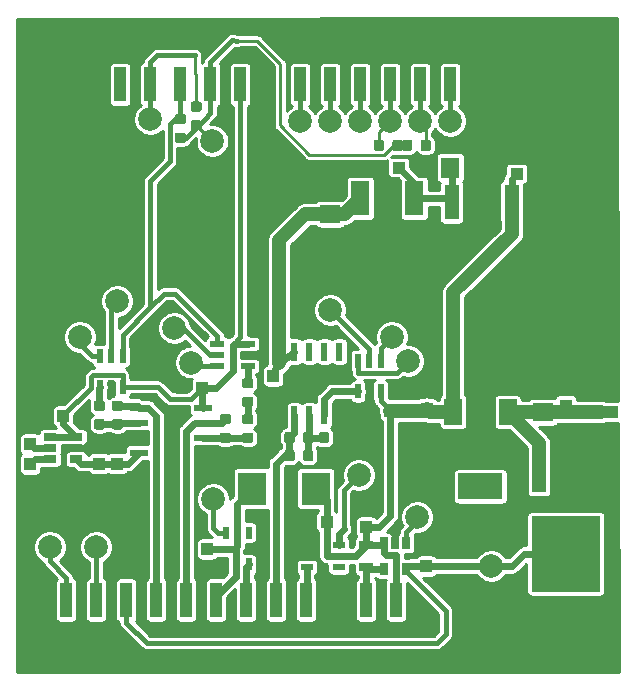
<source format=gbr>
G04 #@! TF.GenerationSoftware,KiCad,Pcbnew,5.1.5+dfsg1-2~bpo9+1*
G04 #@! TF.CreationDate,2020-08-23T17:13:22-04:00*
G04 #@! TF.ProjectId,integrated_amp_driver,696e7465-6772-4617-9465-645f616d705f,rev?*
G04 #@! TF.SameCoordinates,PX7e15198PY53c9da8*
G04 #@! TF.FileFunction,Copper,L1,Top*
G04 #@! TF.FilePolarity,Positive*
%FSLAX46Y46*%
G04 Gerber Fmt 4.6, Leading zero omitted, Abs format (unit mm)*
G04 Created by KiCad (PCBNEW 5.1.5+dfsg1-2~bpo9+1) date 2020-08-23 17:13:22*
%MOMM*%
%LPD*%
G04 APERTURE LIST*
%ADD10R,0.998220X2.999740*%
%ADD11R,1.198880X0.548640*%
%ADD12R,0.548640X1.198880*%
%ADD13R,1.198880X0.797560*%
%ADD14R,0.998220X1.099820*%
%ADD15R,1.798320X1.597660*%
%ADD16R,1.099820X0.998220*%
%ADD17R,1.597660X1.798320*%
%ADD18R,2.999740X0.998220*%
%ADD19R,2.470000X2.800000*%
%ADD20R,1.550000X0.600000*%
%ADD21R,1.050000X0.600000*%
%ADD22R,0.600000X1.050000*%
%ADD23R,0.650000X1.060000*%
%ADD24R,0.600000X1.550000*%
%ADD25R,1.060000X0.650000*%
%ADD26R,5.800000X6.400000*%
%ADD27R,1.200000X2.200000*%
%ADD28R,1.600000X3.000000*%
%ADD29R,5.800000X6.200000*%
%ADD30R,3.800000X2.200000*%
%ADD31R,1.500000X2.200000*%
%ADD32C,0.150000*%
%ADD33R,1.249680X2.999740*%
%ADD34C,2.000000*%
%ADD35C,0.400000*%
%ADD36C,1.200000*%
%ADD37C,0.600000*%
%ADD38C,0.250000*%
%ADD39C,0.254000*%
G04 APERTURE END LIST*
D10*
X21590000Y-5694680D03*
X19050000Y-5694680D03*
X16510000Y-5694680D03*
X13970000Y-5694680D03*
X11430000Y-5694680D03*
X8890000Y-5694680D03*
X36830000Y-5694680D03*
X34290000Y-5694680D03*
X31750000Y-5694680D03*
X29210000Y-5694680D03*
X26670000Y-5694680D03*
X24130000Y-5694680D03*
D11*
X17117060Y-29550360D03*
X17117060Y-28600400D03*
X17117060Y-27650440D03*
X19712940Y-27650440D03*
X19712940Y-28600400D03*
X19712940Y-29550360D03*
D12*
X7178040Y-28699460D03*
X8128000Y-28699460D03*
X9077960Y-28699460D03*
X9077960Y-31295340D03*
X8128000Y-31295340D03*
X7178040Y-31295340D03*
X29022040Y-29080460D03*
X29972000Y-29080460D03*
X30921960Y-29080460D03*
X30921960Y-31676340D03*
X29972000Y-31676340D03*
X29022040Y-31676340D03*
D13*
X29718000Y-46517558D03*
X29718000Y-44719238D03*
D14*
X8636000Y-36093400D03*
X8636000Y-37790120D03*
X7112000Y-36093400D03*
X7112000Y-37790120D03*
X46609000Y-31181040D03*
X46609000Y-32877760D03*
D15*
X44704000Y-30629860D03*
X44704000Y-33428940D03*
D14*
X16256000Y-46720760D03*
X16256000Y-45024040D03*
D16*
X24678640Y-42697400D03*
X26375360Y-42697400D03*
D14*
X1270000Y-37830760D03*
X1270000Y-36134040D03*
X34798000Y-44770040D03*
X34798000Y-46466760D03*
D16*
X44155360Y-13233400D03*
X42458640Y-13233400D03*
D14*
X34825000Y-31435040D03*
X34825000Y-33131760D03*
X29718000Y-41468040D03*
X29718000Y-43164760D03*
X4063999Y-32070040D03*
X4063999Y-33766760D03*
D16*
X30053280Y-33299400D03*
X31750000Y-33299400D03*
X30774639Y-12725400D03*
X32471359Y-12725400D03*
D17*
X39626540Y-12725399D03*
X36827460Y-12725399D03*
D14*
X21844000Y-32075120D03*
X21844000Y-30378400D03*
D15*
X26670000Y-19458940D03*
X26670000Y-16659860D03*
D16*
X14137640Y-31394400D03*
X15834360Y-31394400D03*
D18*
X49611280Y-30886400D03*
X49611280Y-33426400D03*
X49611280Y-35966400D03*
D19*
X25441000Y-39903400D03*
X20066000Y-39903400D03*
D20*
X15908001Y-33045401D03*
X15908001Y-34315401D03*
X15908001Y-35585401D03*
X15908001Y-36855401D03*
X10508001Y-36855401D03*
X10508001Y-35585401D03*
X10508001Y-34315401D03*
X10508001Y-33045401D03*
D10*
X4318000Y-49347120D03*
X6858000Y-49347120D03*
X9398000Y-49347120D03*
X11938000Y-49347120D03*
X14478000Y-49347120D03*
X17018000Y-49347120D03*
X19557999Y-49347120D03*
X22097999Y-49347120D03*
X24637999Y-49347120D03*
X27177999Y-49347120D03*
X29717999Y-49347120D03*
X32257999Y-49347120D03*
D21*
X27385000Y-46568400D03*
X27385000Y-45618400D03*
X27385000Y-44668400D03*
X24685000Y-44668400D03*
X24685000Y-46568400D03*
D22*
X19746000Y-43633400D03*
X18796000Y-43633400D03*
X17846000Y-43633400D03*
X17846000Y-46333400D03*
X19746000Y-46333400D03*
D23*
X33102900Y-46718340D03*
X31202900Y-46718340D03*
X31202900Y-44518340D03*
X32152900Y-44518340D03*
X33102900Y-44518340D03*
D24*
X23622000Y-28313400D03*
X24892000Y-28313400D03*
X26162000Y-28313400D03*
X27432000Y-28313400D03*
X27432000Y-33713400D03*
X26162000Y-33713400D03*
X24892000Y-33713400D03*
X23622000Y-33713400D03*
D25*
X2964000Y-36474400D03*
X2964000Y-37424400D03*
X2964000Y-35524400D03*
X5164000Y-35524400D03*
X5164000Y-36474400D03*
X5164000Y-37424400D03*
D26*
X46608999Y-45432400D03*
D27*
X44328999Y-39132400D03*
X48888999Y-39132400D03*
D28*
X29211000Y-15334401D03*
D29*
X31496000Y-22504401D03*
D28*
X33781000Y-15334401D03*
D30*
X39384000Y-39726400D03*
D31*
X41684000Y-33426400D03*
X39384000Y-33426400D03*
X37084000Y-33426400D03*
G04 #@! TA.AperFunction,SMDPad,CuDef*
D32*
G36*
X14247691Y-9774453D02*
G01*
X14268926Y-9777603D01*
X14289750Y-9782819D01*
X14309962Y-9790051D01*
X14329368Y-9799230D01*
X14347781Y-9810266D01*
X14365024Y-9823054D01*
X14380930Y-9837470D01*
X14395346Y-9853376D01*
X14408134Y-9870619D01*
X14419170Y-9889032D01*
X14428349Y-9908438D01*
X14435581Y-9928650D01*
X14440797Y-9949474D01*
X14443947Y-9970709D01*
X14445000Y-9992150D01*
X14445000Y-10429650D01*
X14443947Y-10451091D01*
X14440797Y-10472326D01*
X14435581Y-10493150D01*
X14428349Y-10513362D01*
X14419170Y-10532768D01*
X14408134Y-10551181D01*
X14395346Y-10568424D01*
X14380930Y-10584330D01*
X14365024Y-10598746D01*
X14347781Y-10611534D01*
X14329368Y-10622570D01*
X14309962Y-10631749D01*
X14289750Y-10638981D01*
X14268926Y-10644197D01*
X14247691Y-10647347D01*
X14226250Y-10648400D01*
X13713750Y-10648400D01*
X13692309Y-10647347D01*
X13671074Y-10644197D01*
X13650250Y-10638981D01*
X13630038Y-10631749D01*
X13610632Y-10622570D01*
X13592219Y-10611534D01*
X13574976Y-10598746D01*
X13559070Y-10584330D01*
X13544654Y-10568424D01*
X13531866Y-10551181D01*
X13520830Y-10532768D01*
X13511651Y-10513362D01*
X13504419Y-10493150D01*
X13499203Y-10472326D01*
X13496053Y-10451091D01*
X13495000Y-10429650D01*
X13495000Y-9992150D01*
X13496053Y-9970709D01*
X13499203Y-9949474D01*
X13504419Y-9928650D01*
X13511651Y-9908438D01*
X13520830Y-9889032D01*
X13531866Y-9870619D01*
X13544654Y-9853376D01*
X13559070Y-9837470D01*
X13574976Y-9823054D01*
X13592219Y-9810266D01*
X13610632Y-9799230D01*
X13630038Y-9790051D01*
X13650250Y-9782819D01*
X13671074Y-9777603D01*
X13692309Y-9774453D01*
X13713750Y-9773400D01*
X14226250Y-9773400D01*
X14247691Y-9774453D01*
G37*
G04 #@! TD.AperFunction*
G04 #@! TA.AperFunction,SMDPad,CuDef*
G36*
X14247691Y-8199453D02*
G01*
X14268926Y-8202603D01*
X14289750Y-8207819D01*
X14309962Y-8215051D01*
X14329368Y-8224230D01*
X14347781Y-8235266D01*
X14365024Y-8248054D01*
X14380930Y-8262470D01*
X14395346Y-8278376D01*
X14408134Y-8295619D01*
X14419170Y-8314032D01*
X14428349Y-8333438D01*
X14435581Y-8353650D01*
X14440797Y-8374474D01*
X14443947Y-8395709D01*
X14445000Y-8417150D01*
X14445000Y-8854650D01*
X14443947Y-8876091D01*
X14440797Y-8897326D01*
X14435581Y-8918150D01*
X14428349Y-8938362D01*
X14419170Y-8957768D01*
X14408134Y-8976181D01*
X14395346Y-8993424D01*
X14380930Y-9009330D01*
X14365024Y-9023746D01*
X14347781Y-9036534D01*
X14329368Y-9047570D01*
X14309962Y-9056749D01*
X14289750Y-9063981D01*
X14268926Y-9069197D01*
X14247691Y-9072347D01*
X14226250Y-9073400D01*
X13713750Y-9073400D01*
X13692309Y-9072347D01*
X13671074Y-9069197D01*
X13650250Y-9063981D01*
X13630038Y-9056749D01*
X13610632Y-9047570D01*
X13592219Y-9036534D01*
X13574976Y-9023746D01*
X13559070Y-9009330D01*
X13544654Y-8993424D01*
X13531866Y-8976181D01*
X13520830Y-8957768D01*
X13511651Y-8938362D01*
X13504419Y-8918150D01*
X13499203Y-8897326D01*
X13496053Y-8876091D01*
X13495000Y-8854650D01*
X13495000Y-8417150D01*
X13496053Y-8395709D01*
X13499203Y-8374474D01*
X13504419Y-8353650D01*
X13511651Y-8333438D01*
X13520830Y-8314032D01*
X13531866Y-8295619D01*
X13544654Y-8278376D01*
X13559070Y-8262470D01*
X13574976Y-8248054D01*
X13592219Y-8235266D01*
X13610632Y-8224230D01*
X13630038Y-8215051D01*
X13650250Y-8207819D01*
X13671074Y-8202603D01*
X13692309Y-8199453D01*
X13713750Y-8198400D01*
X14226250Y-8198400D01*
X14247691Y-8199453D01*
G37*
G04 #@! TD.AperFunction*
G04 #@! TA.AperFunction,SMDPad,CuDef*
G36*
X15593891Y-8707653D02*
G01*
X15615126Y-8710803D01*
X15635950Y-8716019D01*
X15656162Y-8723251D01*
X15675568Y-8732430D01*
X15693981Y-8743466D01*
X15711224Y-8756254D01*
X15727130Y-8770670D01*
X15741546Y-8786576D01*
X15754334Y-8803819D01*
X15765370Y-8822232D01*
X15774549Y-8841638D01*
X15781781Y-8861850D01*
X15786997Y-8882674D01*
X15790147Y-8903909D01*
X15791200Y-8925350D01*
X15791200Y-9362850D01*
X15790147Y-9384291D01*
X15786997Y-9405526D01*
X15781781Y-9426350D01*
X15774549Y-9446562D01*
X15765370Y-9465968D01*
X15754334Y-9484381D01*
X15741546Y-9501624D01*
X15727130Y-9517530D01*
X15711224Y-9531946D01*
X15693981Y-9544734D01*
X15675568Y-9555770D01*
X15656162Y-9564949D01*
X15635950Y-9572181D01*
X15615126Y-9577397D01*
X15593891Y-9580547D01*
X15572450Y-9581600D01*
X15059950Y-9581600D01*
X15038509Y-9580547D01*
X15017274Y-9577397D01*
X14996450Y-9572181D01*
X14976238Y-9564949D01*
X14956832Y-9555770D01*
X14938419Y-9544734D01*
X14921176Y-9531946D01*
X14905270Y-9517530D01*
X14890854Y-9501624D01*
X14878066Y-9484381D01*
X14867030Y-9465968D01*
X14857851Y-9446562D01*
X14850619Y-9426350D01*
X14845403Y-9405526D01*
X14842253Y-9384291D01*
X14841200Y-9362850D01*
X14841200Y-8925350D01*
X14842253Y-8903909D01*
X14845403Y-8882674D01*
X14850619Y-8861850D01*
X14857851Y-8841638D01*
X14867030Y-8822232D01*
X14878066Y-8803819D01*
X14890854Y-8786576D01*
X14905270Y-8770670D01*
X14921176Y-8756254D01*
X14938419Y-8743466D01*
X14956832Y-8732430D01*
X14976238Y-8723251D01*
X14996450Y-8716019D01*
X15017274Y-8710803D01*
X15038509Y-8707653D01*
X15059950Y-8706600D01*
X15572450Y-8706600D01*
X15593891Y-8707653D01*
G37*
G04 #@! TD.AperFunction*
G04 #@! TA.AperFunction,SMDPad,CuDef*
G36*
X15593891Y-7132653D02*
G01*
X15615126Y-7135803D01*
X15635950Y-7141019D01*
X15656162Y-7148251D01*
X15675568Y-7157430D01*
X15693981Y-7168466D01*
X15711224Y-7181254D01*
X15727130Y-7195670D01*
X15741546Y-7211576D01*
X15754334Y-7228819D01*
X15765370Y-7247232D01*
X15774549Y-7266638D01*
X15781781Y-7286850D01*
X15786997Y-7307674D01*
X15790147Y-7328909D01*
X15791200Y-7350350D01*
X15791200Y-7787850D01*
X15790147Y-7809291D01*
X15786997Y-7830526D01*
X15781781Y-7851350D01*
X15774549Y-7871562D01*
X15765370Y-7890968D01*
X15754334Y-7909381D01*
X15741546Y-7926624D01*
X15727130Y-7942530D01*
X15711224Y-7956946D01*
X15693981Y-7969734D01*
X15675568Y-7980770D01*
X15656162Y-7989949D01*
X15635950Y-7997181D01*
X15615126Y-8002397D01*
X15593891Y-8005547D01*
X15572450Y-8006600D01*
X15059950Y-8006600D01*
X15038509Y-8005547D01*
X15017274Y-8002397D01*
X14996450Y-7997181D01*
X14976238Y-7989949D01*
X14956832Y-7980770D01*
X14938419Y-7969734D01*
X14921176Y-7956946D01*
X14905270Y-7942530D01*
X14890854Y-7926624D01*
X14878066Y-7909381D01*
X14867030Y-7890968D01*
X14857851Y-7871562D01*
X14850619Y-7851350D01*
X14845403Y-7830526D01*
X14842253Y-7809291D01*
X14841200Y-7787850D01*
X14841200Y-7350350D01*
X14842253Y-7328909D01*
X14845403Y-7307674D01*
X14850619Y-7286850D01*
X14857851Y-7266638D01*
X14867030Y-7247232D01*
X14878066Y-7228819D01*
X14890854Y-7211576D01*
X14905270Y-7195670D01*
X14921176Y-7181254D01*
X14938419Y-7168466D01*
X14956832Y-7157430D01*
X14976238Y-7148251D01*
X14996450Y-7141019D01*
X15017274Y-7135803D01*
X15038509Y-7132653D01*
X15059950Y-7131600D01*
X15572450Y-7131600D01*
X15593891Y-7132653D01*
G37*
G04 #@! TD.AperFunction*
G04 #@! TA.AperFunction,SMDPad,CuDef*
G36*
X33412491Y-10371853D02*
G01*
X33433726Y-10375003D01*
X33454550Y-10380219D01*
X33474762Y-10387451D01*
X33494168Y-10396630D01*
X33512581Y-10407666D01*
X33529824Y-10420454D01*
X33545730Y-10434870D01*
X33560146Y-10450776D01*
X33572934Y-10468019D01*
X33583970Y-10486432D01*
X33593149Y-10505838D01*
X33600381Y-10526050D01*
X33605597Y-10546874D01*
X33608747Y-10568109D01*
X33609800Y-10589550D01*
X33609800Y-11102050D01*
X33608747Y-11123491D01*
X33605597Y-11144726D01*
X33600381Y-11165550D01*
X33593149Y-11185762D01*
X33583970Y-11205168D01*
X33572934Y-11223581D01*
X33560146Y-11240824D01*
X33545730Y-11256730D01*
X33529824Y-11271146D01*
X33512581Y-11283934D01*
X33494168Y-11294970D01*
X33474762Y-11304149D01*
X33454550Y-11311381D01*
X33433726Y-11316597D01*
X33412491Y-11319747D01*
X33391050Y-11320800D01*
X32953550Y-11320800D01*
X32932109Y-11319747D01*
X32910874Y-11316597D01*
X32890050Y-11311381D01*
X32869838Y-11304149D01*
X32850432Y-11294970D01*
X32832019Y-11283934D01*
X32814776Y-11271146D01*
X32798870Y-11256730D01*
X32784454Y-11240824D01*
X32771666Y-11223581D01*
X32760630Y-11205168D01*
X32751451Y-11185762D01*
X32744219Y-11165550D01*
X32739003Y-11144726D01*
X32735853Y-11123491D01*
X32734800Y-11102050D01*
X32734800Y-10589550D01*
X32735853Y-10568109D01*
X32739003Y-10546874D01*
X32744219Y-10526050D01*
X32751451Y-10505838D01*
X32760630Y-10486432D01*
X32771666Y-10468019D01*
X32784454Y-10450776D01*
X32798870Y-10434870D01*
X32814776Y-10420454D01*
X32832019Y-10407666D01*
X32850432Y-10396630D01*
X32869838Y-10387451D01*
X32890050Y-10380219D01*
X32910874Y-10375003D01*
X32932109Y-10371853D01*
X32953550Y-10370800D01*
X33391050Y-10370800D01*
X33412491Y-10371853D01*
G37*
G04 #@! TD.AperFunction*
G04 #@! TA.AperFunction,SMDPad,CuDef*
G36*
X34987491Y-10371853D02*
G01*
X35008726Y-10375003D01*
X35029550Y-10380219D01*
X35049762Y-10387451D01*
X35069168Y-10396630D01*
X35087581Y-10407666D01*
X35104824Y-10420454D01*
X35120730Y-10434870D01*
X35135146Y-10450776D01*
X35147934Y-10468019D01*
X35158970Y-10486432D01*
X35168149Y-10505838D01*
X35175381Y-10526050D01*
X35180597Y-10546874D01*
X35183747Y-10568109D01*
X35184800Y-10589550D01*
X35184800Y-11102050D01*
X35183747Y-11123491D01*
X35180597Y-11144726D01*
X35175381Y-11165550D01*
X35168149Y-11185762D01*
X35158970Y-11205168D01*
X35147934Y-11223581D01*
X35135146Y-11240824D01*
X35120730Y-11256730D01*
X35104824Y-11271146D01*
X35087581Y-11283934D01*
X35069168Y-11294970D01*
X35049762Y-11304149D01*
X35029550Y-11311381D01*
X35008726Y-11316597D01*
X34987491Y-11319747D01*
X34966050Y-11320800D01*
X34528550Y-11320800D01*
X34507109Y-11319747D01*
X34485874Y-11316597D01*
X34465050Y-11311381D01*
X34444838Y-11304149D01*
X34425432Y-11294970D01*
X34407019Y-11283934D01*
X34389776Y-11271146D01*
X34373870Y-11256730D01*
X34359454Y-11240824D01*
X34346666Y-11223581D01*
X34335630Y-11205168D01*
X34326451Y-11185762D01*
X34319219Y-11165550D01*
X34314003Y-11144726D01*
X34310853Y-11123491D01*
X34309800Y-11102050D01*
X34309800Y-10589550D01*
X34310853Y-10568109D01*
X34314003Y-10546874D01*
X34319219Y-10526050D01*
X34326451Y-10505838D01*
X34335630Y-10486432D01*
X34346666Y-10468019D01*
X34359454Y-10450776D01*
X34373870Y-10434870D01*
X34389776Y-10420454D01*
X34407019Y-10407666D01*
X34425432Y-10396630D01*
X34444838Y-10387451D01*
X34465050Y-10380219D01*
X34485874Y-10375003D01*
X34507109Y-10371853D01*
X34528550Y-10370800D01*
X34966050Y-10370800D01*
X34987491Y-10371853D01*
G37*
G04 #@! TD.AperFunction*
G04 #@! TA.AperFunction,SMDPad,CuDef*
G36*
X8913691Y-32456453D02*
G01*
X8934926Y-32459603D01*
X8955750Y-32464819D01*
X8975962Y-32472051D01*
X8995368Y-32481230D01*
X9013781Y-32492266D01*
X9031024Y-32505054D01*
X9046930Y-32519470D01*
X9061346Y-32535376D01*
X9074134Y-32552619D01*
X9085170Y-32571032D01*
X9094349Y-32590438D01*
X9101581Y-32610650D01*
X9106797Y-32631474D01*
X9109947Y-32652709D01*
X9111000Y-32674150D01*
X9111000Y-33111650D01*
X9109947Y-33133091D01*
X9106797Y-33154326D01*
X9101581Y-33175150D01*
X9094349Y-33195362D01*
X9085170Y-33214768D01*
X9074134Y-33233181D01*
X9061346Y-33250424D01*
X9046930Y-33266330D01*
X9031024Y-33280746D01*
X9013781Y-33293534D01*
X8995368Y-33304570D01*
X8975962Y-33313749D01*
X8955750Y-33320981D01*
X8934926Y-33326197D01*
X8913691Y-33329347D01*
X8892250Y-33330400D01*
X8379750Y-33330400D01*
X8358309Y-33329347D01*
X8337074Y-33326197D01*
X8316250Y-33320981D01*
X8296038Y-33313749D01*
X8276632Y-33304570D01*
X8258219Y-33293534D01*
X8240976Y-33280746D01*
X8225070Y-33266330D01*
X8210654Y-33250424D01*
X8197866Y-33233181D01*
X8186830Y-33214768D01*
X8177651Y-33195362D01*
X8170419Y-33175150D01*
X8165203Y-33154326D01*
X8162053Y-33133091D01*
X8161000Y-33111650D01*
X8161000Y-32674150D01*
X8162053Y-32652709D01*
X8165203Y-32631474D01*
X8170419Y-32610650D01*
X8177651Y-32590438D01*
X8186830Y-32571032D01*
X8197866Y-32552619D01*
X8210654Y-32535376D01*
X8225070Y-32519470D01*
X8240976Y-32505054D01*
X8258219Y-32492266D01*
X8276632Y-32481230D01*
X8296038Y-32472051D01*
X8316250Y-32464819D01*
X8337074Y-32459603D01*
X8358309Y-32456453D01*
X8379750Y-32455400D01*
X8892250Y-32455400D01*
X8913691Y-32456453D01*
G37*
G04 #@! TD.AperFunction*
G04 #@! TA.AperFunction,SMDPad,CuDef*
G36*
X8913691Y-34031453D02*
G01*
X8934926Y-34034603D01*
X8955750Y-34039819D01*
X8975962Y-34047051D01*
X8995368Y-34056230D01*
X9013781Y-34067266D01*
X9031024Y-34080054D01*
X9046930Y-34094470D01*
X9061346Y-34110376D01*
X9074134Y-34127619D01*
X9085170Y-34146032D01*
X9094349Y-34165438D01*
X9101581Y-34185650D01*
X9106797Y-34206474D01*
X9109947Y-34227709D01*
X9111000Y-34249150D01*
X9111000Y-34686650D01*
X9109947Y-34708091D01*
X9106797Y-34729326D01*
X9101581Y-34750150D01*
X9094349Y-34770362D01*
X9085170Y-34789768D01*
X9074134Y-34808181D01*
X9061346Y-34825424D01*
X9046930Y-34841330D01*
X9031024Y-34855746D01*
X9013781Y-34868534D01*
X8995368Y-34879570D01*
X8975962Y-34888749D01*
X8955750Y-34895981D01*
X8934926Y-34901197D01*
X8913691Y-34904347D01*
X8892250Y-34905400D01*
X8379750Y-34905400D01*
X8358309Y-34904347D01*
X8337074Y-34901197D01*
X8316250Y-34895981D01*
X8296038Y-34888749D01*
X8276632Y-34879570D01*
X8258219Y-34868534D01*
X8240976Y-34855746D01*
X8225070Y-34841330D01*
X8210654Y-34825424D01*
X8197866Y-34808181D01*
X8186830Y-34789768D01*
X8177651Y-34770362D01*
X8170419Y-34750150D01*
X8165203Y-34729326D01*
X8162053Y-34708091D01*
X8161000Y-34686650D01*
X8161000Y-34249150D01*
X8162053Y-34227709D01*
X8165203Y-34206474D01*
X8170419Y-34185650D01*
X8177651Y-34165438D01*
X8186830Y-34146032D01*
X8197866Y-34127619D01*
X8210654Y-34110376D01*
X8225070Y-34094470D01*
X8240976Y-34080054D01*
X8258219Y-34067266D01*
X8276632Y-34056230D01*
X8296038Y-34047051D01*
X8316250Y-34039819D01*
X8337074Y-34034603D01*
X8358309Y-34031453D01*
X8379750Y-34030400D01*
X8892250Y-34030400D01*
X8913691Y-34031453D01*
G37*
G04 #@! TD.AperFunction*
G04 #@! TA.AperFunction,SMDPad,CuDef*
G36*
X18057690Y-33599453D02*
G01*
X18078925Y-33602603D01*
X18099749Y-33607819D01*
X18119961Y-33615051D01*
X18139367Y-33624230D01*
X18157780Y-33635266D01*
X18175023Y-33648054D01*
X18190929Y-33662470D01*
X18205345Y-33678376D01*
X18218133Y-33695619D01*
X18229169Y-33714032D01*
X18238348Y-33733438D01*
X18245580Y-33753650D01*
X18250796Y-33774474D01*
X18253946Y-33795709D01*
X18254999Y-33817150D01*
X18254999Y-34254650D01*
X18253946Y-34276091D01*
X18250796Y-34297326D01*
X18245580Y-34318150D01*
X18238348Y-34338362D01*
X18229169Y-34357768D01*
X18218133Y-34376181D01*
X18205345Y-34393424D01*
X18190929Y-34409330D01*
X18175023Y-34423746D01*
X18157780Y-34436534D01*
X18139367Y-34447570D01*
X18119961Y-34456749D01*
X18099749Y-34463981D01*
X18078925Y-34469197D01*
X18057690Y-34472347D01*
X18036249Y-34473400D01*
X17523749Y-34473400D01*
X17502308Y-34472347D01*
X17481073Y-34469197D01*
X17460249Y-34463981D01*
X17440037Y-34456749D01*
X17420631Y-34447570D01*
X17402218Y-34436534D01*
X17384975Y-34423746D01*
X17369069Y-34409330D01*
X17354653Y-34393424D01*
X17341865Y-34376181D01*
X17330829Y-34357768D01*
X17321650Y-34338362D01*
X17314418Y-34318150D01*
X17309202Y-34297326D01*
X17306052Y-34276091D01*
X17304999Y-34254650D01*
X17304999Y-33817150D01*
X17306052Y-33795709D01*
X17309202Y-33774474D01*
X17314418Y-33753650D01*
X17321650Y-33733438D01*
X17330829Y-33714032D01*
X17341865Y-33695619D01*
X17354653Y-33678376D01*
X17369069Y-33662470D01*
X17384975Y-33648054D01*
X17402218Y-33635266D01*
X17420631Y-33624230D01*
X17440037Y-33615051D01*
X17460249Y-33607819D01*
X17481073Y-33602603D01*
X17502308Y-33599453D01*
X17523749Y-33598400D01*
X18036249Y-33598400D01*
X18057690Y-33599453D01*
G37*
G04 #@! TD.AperFunction*
G04 #@! TA.AperFunction,SMDPad,CuDef*
G36*
X18057690Y-35174453D02*
G01*
X18078925Y-35177603D01*
X18099749Y-35182819D01*
X18119961Y-35190051D01*
X18139367Y-35199230D01*
X18157780Y-35210266D01*
X18175023Y-35223054D01*
X18190929Y-35237470D01*
X18205345Y-35253376D01*
X18218133Y-35270619D01*
X18229169Y-35289032D01*
X18238348Y-35308438D01*
X18245580Y-35328650D01*
X18250796Y-35349474D01*
X18253946Y-35370709D01*
X18254999Y-35392150D01*
X18254999Y-35829650D01*
X18253946Y-35851091D01*
X18250796Y-35872326D01*
X18245580Y-35893150D01*
X18238348Y-35913362D01*
X18229169Y-35932768D01*
X18218133Y-35951181D01*
X18205345Y-35968424D01*
X18190929Y-35984330D01*
X18175023Y-35998746D01*
X18157780Y-36011534D01*
X18139367Y-36022570D01*
X18119961Y-36031749D01*
X18099749Y-36038981D01*
X18078925Y-36044197D01*
X18057690Y-36047347D01*
X18036249Y-36048400D01*
X17523749Y-36048400D01*
X17502308Y-36047347D01*
X17481073Y-36044197D01*
X17460249Y-36038981D01*
X17440037Y-36031749D01*
X17420631Y-36022570D01*
X17402218Y-36011534D01*
X17384975Y-35998746D01*
X17369069Y-35984330D01*
X17354653Y-35968424D01*
X17341865Y-35951181D01*
X17330829Y-35932768D01*
X17321650Y-35913362D01*
X17314418Y-35893150D01*
X17309202Y-35872326D01*
X17306052Y-35851091D01*
X17304999Y-35829650D01*
X17304999Y-35392150D01*
X17306052Y-35370709D01*
X17309202Y-35349474D01*
X17314418Y-35328650D01*
X17321650Y-35308438D01*
X17330829Y-35289032D01*
X17341865Y-35270619D01*
X17354653Y-35253376D01*
X17369069Y-35237470D01*
X17384975Y-35223054D01*
X17402218Y-35210266D01*
X17420631Y-35199230D01*
X17440037Y-35190051D01*
X17460249Y-35182819D01*
X17481073Y-35177603D01*
X17502308Y-35174453D01*
X17523749Y-35173400D01*
X18036249Y-35173400D01*
X18057690Y-35174453D01*
G37*
G04 #@! TD.AperFunction*
G04 #@! TA.AperFunction,SMDPad,CuDef*
G36*
X19962691Y-35174453D02*
G01*
X19983926Y-35177603D01*
X20004750Y-35182819D01*
X20024962Y-35190051D01*
X20044368Y-35199230D01*
X20062781Y-35210266D01*
X20080024Y-35223054D01*
X20095930Y-35237470D01*
X20110346Y-35253376D01*
X20123134Y-35270619D01*
X20134170Y-35289032D01*
X20143349Y-35308438D01*
X20150581Y-35328650D01*
X20155797Y-35349474D01*
X20158947Y-35370709D01*
X20160000Y-35392150D01*
X20160000Y-35829650D01*
X20158947Y-35851091D01*
X20155797Y-35872326D01*
X20150581Y-35893150D01*
X20143349Y-35913362D01*
X20134170Y-35932768D01*
X20123134Y-35951181D01*
X20110346Y-35968424D01*
X20095930Y-35984330D01*
X20080024Y-35998746D01*
X20062781Y-36011534D01*
X20044368Y-36022570D01*
X20024962Y-36031749D01*
X20004750Y-36038981D01*
X19983926Y-36044197D01*
X19962691Y-36047347D01*
X19941250Y-36048400D01*
X19428750Y-36048400D01*
X19407309Y-36047347D01*
X19386074Y-36044197D01*
X19365250Y-36038981D01*
X19345038Y-36031749D01*
X19325632Y-36022570D01*
X19307219Y-36011534D01*
X19289976Y-35998746D01*
X19274070Y-35984330D01*
X19259654Y-35968424D01*
X19246866Y-35951181D01*
X19235830Y-35932768D01*
X19226651Y-35913362D01*
X19219419Y-35893150D01*
X19214203Y-35872326D01*
X19211053Y-35851091D01*
X19210000Y-35829650D01*
X19210000Y-35392150D01*
X19211053Y-35370709D01*
X19214203Y-35349474D01*
X19219419Y-35328650D01*
X19226651Y-35308438D01*
X19235830Y-35289032D01*
X19246866Y-35270619D01*
X19259654Y-35253376D01*
X19274070Y-35237470D01*
X19289976Y-35223054D01*
X19307219Y-35210266D01*
X19325632Y-35199230D01*
X19345038Y-35190051D01*
X19365250Y-35182819D01*
X19386074Y-35177603D01*
X19407309Y-35174453D01*
X19428750Y-35173400D01*
X19941250Y-35173400D01*
X19962691Y-35174453D01*
G37*
G04 #@! TD.AperFunction*
G04 #@! TA.AperFunction,SMDPad,CuDef*
G36*
X19962691Y-33599453D02*
G01*
X19983926Y-33602603D01*
X20004750Y-33607819D01*
X20024962Y-33615051D01*
X20044368Y-33624230D01*
X20062781Y-33635266D01*
X20080024Y-33648054D01*
X20095930Y-33662470D01*
X20110346Y-33678376D01*
X20123134Y-33695619D01*
X20134170Y-33714032D01*
X20143349Y-33733438D01*
X20150581Y-33753650D01*
X20155797Y-33774474D01*
X20158947Y-33795709D01*
X20160000Y-33817150D01*
X20160000Y-34254650D01*
X20158947Y-34276091D01*
X20155797Y-34297326D01*
X20150581Y-34318150D01*
X20143349Y-34338362D01*
X20134170Y-34357768D01*
X20123134Y-34376181D01*
X20110346Y-34393424D01*
X20095930Y-34409330D01*
X20080024Y-34423746D01*
X20062781Y-34436534D01*
X20044368Y-34447570D01*
X20024962Y-34456749D01*
X20004750Y-34463981D01*
X19983926Y-34469197D01*
X19962691Y-34472347D01*
X19941250Y-34473400D01*
X19428750Y-34473400D01*
X19407309Y-34472347D01*
X19386074Y-34469197D01*
X19365250Y-34463981D01*
X19345038Y-34456749D01*
X19325632Y-34447570D01*
X19307219Y-34436534D01*
X19289976Y-34423746D01*
X19274070Y-34409330D01*
X19259654Y-34393424D01*
X19246866Y-34376181D01*
X19235830Y-34357768D01*
X19226651Y-34338362D01*
X19219419Y-34318150D01*
X19214203Y-34297326D01*
X19211053Y-34276091D01*
X19210000Y-34254650D01*
X19210000Y-33817150D01*
X19211053Y-33795709D01*
X19214203Y-33774474D01*
X19219419Y-33753650D01*
X19226651Y-33733438D01*
X19235830Y-33714032D01*
X19246866Y-33695619D01*
X19259654Y-33678376D01*
X19274070Y-33662470D01*
X19289976Y-33648054D01*
X19307219Y-33635266D01*
X19325632Y-33624230D01*
X19345038Y-33615051D01*
X19365250Y-33607819D01*
X19386074Y-33602603D01*
X19407309Y-33599453D01*
X19428750Y-33598400D01*
X19941250Y-33598400D01*
X19962691Y-33599453D01*
G37*
G04 #@! TD.AperFunction*
G04 #@! TA.AperFunction,SMDPad,CuDef*
G36*
X7389691Y-34031453D02*
G01*
X7410926Y-34034603D01*
X7431750Y-34039819D01*
X7451962Y-34047051D01*
X7471368Y-34056230D01*
X7489781Y-34067266D01*
X7507024Y-34080054D01*
X7522930Y-34094470D01*
X7537346Y-34110376D01*
X7550134Y-34127619D01*
X7561170Y-34146032D01*
X7570349Y-34165438D01*
X7577581Y-34185650D01*
X7582797Y-34206474D01*
X7585947Y-34227709D01*
X7587000Y-34249150D01*
X7587000Y-34686650D01*
X7585947Y-34708091D01*
X7582797Y-34729326D01*
X7577581Y-34750150D01*
X7570349Y-34770362D01*
X7561170Y-34789768D01*
X7550134Y-34808181D01*
X7537346Y-34825424D01*
X7522930Y-34841330D01*
X7507024Y-34855746D01*
X7489781Y-34868534D01*
X7471368Y-34879570D01*
X7451962Y-34888749D01*
X7431750Y-34895981D01*
X7410926Y-34901197D01*
X7389691Y-34904347D01*
X7368250Y-34905400D01*
X6855750Y-34905400D01*
X6834309Y-34904347D01*
X6813074Y-34901197D01*
X6792250Y-34895981D01*
X6772038Y-34888749D01*
X6752632Y-34879570D01*
X6734219Y-34868534D01*
X6716976Y-34855746D01*
X6701070Y-34841330D01*
X6686654Y-34825424D01*
X6673866Y-34808181D01*
X6662830Y-34789768D01*
X6653651Y-34770362D01*
X6646419Y-34750150D01*
X6641203Y-34729326D01*
X6638053Y-34708091D01*
X6637000Y-34686650D01*
X6637000Y-34249150D01*
X6638053Y-34227709D01*
X6641203Y-34206474D01*
X6646419Y-34185650D01*
X6653651Y-34165438D01*
X6662830Y-34146032D01*
X6673866Y-34127619D01*
X6686654Y-34110376D01*
X6701070Y-34094470D01*
X6716976Y-34080054D01*
X6734219Y-34067266D01*
X6752632Y-34056230D01*
X6772038Y-34047051D01*
X6792250Y-34039819D01*
X6813074Y-34034603D01*
X6834309Y-34031453D01*
X6855750Y-34030400D01*
X7368250Y-34030400D01*
X7389691Y-34031453D01*
G37*
G04 #@! TD.AperFunction*
G04 #@! TA.AperFunction,SMDPad,CuDef*
G36*
X7389691Y-32456453D02*
G01*
X7410926Y-32459603D01*
X7431750Y-32464819D01*
X7451962Y-32472051D01*
X7471368Y-32481230D01*
X7489781Y-32492266D01*
X7507024Y-32505054D01*
X7522930Y-32519470D01*
X7537346Y-32535376D01*
X7550134Y-32552619D01*
X7561170Y-32571032D01*
X7570349Y-32590438D01*
X7577581Y-32610650D01*
X7582797Y-32631474D01*
X7585947Y-32652709D01*
X7587000Y-32674150D01*
X7587000Y-33111650D01*
X7585947Y-33133091D01*
X7582797Y-33154326D01*
X7577581Y-33175150D01*
X7570349Y-33195362D01*
X7561170Y-33214768D01*
X7550134Y-33233181D01*
X7537346Y-33250424D01*
X7522930Y-33266330D01*
X7507024Y-33280746D01*
X7489781Y-33293534D01*
X7471368Y-33304570D01*
X7451962Y-33313749D01*
X7431750Y-33320981D01*
X7410926Y-33326197D01*
X7389691Y-33329347D01*
X7368250Y-33330400D01*
X6855750Y-33330400D01*
X6834309Y-33329347D01*
X6813074Y-33326197D01*
X6792250Y-33320981D01*
X6772038Y-33313749D01*
X6752632Y-33304570D01*
X6734219Y-33293534D01*
X6716976Y-33280746D01*
X6701070Y-33266330D01*
X6686654Y-33250424D01*
X6673866Y-33233181D01*
X6662830Y-33214768D01*
X6653651Y-33195362D01*
X6646419Y-33175150D01*
X6641203Y-33154326D01*
X6638053Y-33133091D01*
X6637000Y-33111650D01*
X6637000Y-32674150D01*
X6638053Y-32652709D01*
X6641203Y-32631474D01*
X6646419Y-32610650D01*
X6653651Y-32590438D01*
X6662830Y-32571032D01*
X6673866Y-32552619D01*
X6686654Y-32535376D01*
X6701070Y-32519470D01*
X6716976Y-32505054D01*
X6734219Y-32492266D01*
X6752632Y-32481230D01*
X6772038Y-32472051D01*
X6792250Y-32464819D01*
X6813074Y-32459603D01*
X6834309Y-32456453D01*
X6855750Y-32455400D01*
X7368250Y-32455400D01*
X7389691Y-32456453D01*
G37*
G04 #@! TD.AperFunction*
G04 #@! TA.AperFunction,SMDPad,CuDef*
G36*
X32599891Y-10371853D02*
G01*
X32621126Y-10375003D01*
X32641950Y-10380219D01*
X32662162Y-10387451D01*
X32681568Y-10396630D01*
X32699981Y-10407666D01*
X32717224Y-10420454D01*
X32733130Y-10434870D01*
X32747546Y-10450776D01*
X32760334Y-10468019D01*
X32771370Y-10486432D01*
X32780549Y-10505838D01*
X32787781Y-10526050D01*
X32792997Y-10546874D01*
X32796147Y-10568109D01*
X32797200Y-10589550D01*
X32797200Y-11102050D01*
X32796147Y-11123491D01*
X32792997Y-11144726D01*
X32787781Y-11165550D01*
X32780549Y-11185762D01*
X32771370Y-11205168D01*
X32760334Y-11223581D01*
X32747546Y-11240824D01*
X32733130Y-11256730D01*
X32717224Y-11271146D01*
X32699981Y-11283934D01*
X32681568Y-11294970D01*
X32662162Y-11304149D01*
X32641950Y-11311381D01*
X32621126Y-11316597D01*
X32599891Y-11319747D01*
X32578450Y-11320800D01*
X32140950Y-11320800D01*
X32119509Y-11319747D01*
X32098274Y-11316597D01*
X32077450Y-11311381D01*
X32057238Y-11304149D01*
X32037832Y-11294970D01*
X32019419Y-11283934D01*
X32002176Y-11271146D01*
X31986270Y-11256730D01*
X31971854Y-11240824D01*
X31959066Y-11223581D01*
X31948030Y-11205168D01*
X31938851Y-11185762D01*
X31931619Y-11165550D01*
X31926403Y-11144726D01*
X31923253Y-11123491D01*
X31922200Y-11102050D01*
X31922200Y-10589550D01*
X31923253Y-10568109D01*
X31926403Y-10546874D01*
X31931619Y-10526050D01*
X31938851Y-10505838D01*
X31948030Y-10486432D01*
X31959066Y-10468019D01*
X31971854Y-10450776D01*
X31986270Y-10434870D01*
X32002176Y-10420454D01*
X32019419Y-10407666D01*
X32037832Y-10396630D01*
X32057238Y-10387451D01*
X32077450Y-10380219D01*
X32098274Y-10375003D01*
X32119509Y-10371853D01*
X32140950Y-10370800D01*
X32578450Y-10370800D01*
X32599891Y-10371853D01*
G37*
G04 #@! TD.AperFunction*
G04 #@! TA.AperFunction,SMDPad,CuDef*
G36*
X31024891Y-10371853D02*
G01*
X31046126Y-10375003D01*
X31066950Y-10380219D01*
X31087162Y-10387451D01*
X31106568Y-10396630D01*
X31124981Y-10407666D01*
X31142224Y-10420454D01*
X31158130Y-10434870D01*
X31172546Y-10450776D01*
X31185334Y-10468019D01*
X31196370Y-10486432D01*
X31205549Y-10505838D01*
X31212781Y-10526050D01*
X31217997Y-10546874D01*
X31221147Y-10568109D01*
X31222200Y-10589550D01*
X31222200Y-11102050D01*
X31221147Y-11123491D01*
X31217997Y-11144726D01*
X31212781Y-11165550D01*
X31205549Y-11185762D01*
X31196370Y-11205168D01*
X31185334Y-11223581D01*
X31172546Y-11240824D01*
X31158130Y-11256730D01*
X31142224Y-11271146D01*
X31124981Y-11283934D01*
X31106568Y-11294970D01*
X31087162Y-11304149D01*
X31066950Y-11311381D01*
X31046126Y-11316597D01*
X31024891Y-11319747D01*
X31003450Y-11320800D01*
X30565950Y-11320800D01*
X30544509Y-11319747D01*
X30523274Y-11316597D01*
X30502450Y-11311381D01*
X30482238Y-11304149D01*
X30462832Y-11294970D01*
X30444419Y-11283934D01*
X30427176Y-11271146D01*
X30411270Y-11256730D01*
X30396854Y-11240824D01*
X30384066Y-11223581D01*
X30373030Y-11205168D01*
X30363851Y-11185762D01*
X30356619Y-11165550D01*
X30351403Y-11144726D01*
X30348253Y-11123491D01*
X30347200Y-11102050D01*
X30347200Y-10589550D01*
X30348253Y-10568109D01*
X30351403Y-10546874D01*
X30356619Y-10526050D01*
X30363851Y-10505838D01*
X30373030Y-10486432D01*
X30384066Y-10468019D01*
X30396854Y-10450776D01*
X30411270Y-10434870D01*
X30427176Y-10420454D01*
X30444419Y-10407666D01*
X30462832Y-10396630D01*
X30482238Y-10387451D01*
X30502450Y-10380219D01*
X30523274Y-10375003D01*
X30544509Y-10371853D01*
X30565950Y-10370800D01*
X31003450Y-10370800D01*
X31024891Y-10371853D01*
G37*
G04 #@! TD.AperFunction*
G04 #@! TA.AperFunction,SMDPad,CuDef*
G36*
X19962690Y-32126453D02*
G01*
X19983925Y-32129603D01*
X20004749Y-32134819D01*
X20024961Y-32142051D01*
X20044367Y-32151230D01*
X20062780Y-32162266D01*
X20080023Y-32175054D01*
X20095929Y-32189470D01*
X20110345Y-32205376D01*
X20123133Y-32222619D01*
X20134169Y-32241032D01*
X20143348Y-32260438D01*
X20150580Y-32280650D01*
X20155796Y-32301474D01*
X20158946Y-32322709D01*
X20159999Y-32344150D01*
X20159999Y-32781650D01*
X20158946Y-32803091D01*
X20155796Y-32824326D01*
X20150580Y-32845150D01*
X20143348Y-32865362D01*
X20134169Y-32884768D01*
X20123133Y-32903181D01*
X20110345Y-32920424D01*
X20095929Y-32936330D01*
X20080023Y-32950746D01*
X20062780Y-32963534D01*
X20044367Y-32974570D01*
X20024961Y-32983749D01*
X20004749Y-32990981D01*
X19983925Y-32996197D01*
X19962690Y-32999347D01*
X19941249Y-33000400D01*
X19428749Y-33000400D01*
X19407308Y-32999347D01*
X19386073Y-32996197D01*
X19365249Y-32990981D01*
X19345037Y-32983749D01*
X19325631Y-32974570D01*
X19307218Y-32963534D01*
X19289975Y-32950746D01*
X19274069Y-32936330D01*
X19259653Y-32920424D01*
X19246865Y-32903181D01*
X19235829Y-32884768D01*
X19226650Y-32865362D01*
X19219418Y-32845150D01*
X19214202Y-32824326D01*
X19211052Y-32803091D01*
X19209999Y-32781650D01*
X19209999Y-32344150D01*
X19211052Y-32322709D01*
X19214202Y-32301474D01*
X19219418Y-32280650D01*
X19226650Y-32260438D01*
X19235829Y-32241032D01*
X19246865Y-32222619D01*
X19259653Y-32205376D01*
X19274069Y-32189470D01*
X19289975Y-32175054D01*
X19307218Y-32162266D01*
X19325631Y-32151230D01*
X19345037Y-32142051D01*
X19365249Y-32134819D01*
X19386073Y-32129603D01*
X19407308Y-32126453D01*
X19428749Y-32125400D01*
X19941249Y-32125400D01*
X19962690Y-32126453D01*
G37*
G04 #@! TD.AperFunction*
G04 #@! TA.AperFunction,SMDPad,CuDef*
G36*
X19962690Y-30551453D02*
G01*
X19983925Y-30554603D01*
X20004749Y-30559819D01*
X20024961Y-30567051D01*
X20044367Y-30576230D01*
X20062780Y-30587266D01*
X20080023Y-30600054D01*
X20095929Y-30614470D01*
X20110345Y-30630376D01*
X20123133Y-30647619D01*
X20134169Y-30666032D01*
X20143348Y-30685438D01*
X20150580Y-30705650D01*
X20155796Y-30726474D01*
X20158946Y-30747709D01*
X20159999Y-30769150D01*
X20159999Y-31206650D01*
X20158946Y-31228091D01*
X20155796Y-31249326D01*
X20150580Y-31270150D01*
X20143348Y-31290362D01*
X20134169Y-31309768D01*
X20123133Y-31328181D01*
X20110345Y-31345424D01*
X20095929Y-31361330D01*
X20080023Y-31375746D01*
X20062780Y-31388534D01*
X20044367Y-31399570D01*
X20024961Y-31408749D01*
X20004749Y-31415981D01*
X19983925Y-31421197D01*
X19962690Y-31424347D01*
X19941249Y-31425400D01*
X19428749Y-31425400D01*
X19407308Y-31424347D01*
X19386073Y-31421197D01*
X19365249Y-31415981D01*
X19345037Y-31408749D01*
X19325631Y-31399570D01*
X19307218Y-31388534D01*
X19289975Y-31375746D01*
X19274069Y-31361330D01*
X19259653Y-31345424D01*
X19246865Y-31328181D01*
X19235829Y-31309768D01*
X19226650Y-31290362D01*
X19219418Y-31270150D01*
X19214202Y-31249326D01*
X19211052Y-31228091D01*
X19209999Y-31206650D01*
X19209999Y-30769150D01*
X19211052Y-30747709D01*
X19214202Y-30726474D01*
X19219418Y-30705650D01*
X19226650Y-30685438D01*
X19235829Y-30666032D01*
X19246865Y-30647619D01*
X19259653Y-30630376D01*
X19274069Y-30614470D01*
X19289975Y-30600054D01*
X19307218Y-30587266D01*
X19325631Y-30576230D01*
X19345037Y-30567051D01*
X19365249Y-30559819D01*
X19386073Y-30554603D01*
X19407308Y-30551453D01*
X19428749Y-30550400D01*
X19941249Y-30550400D01*
X19962690Y-30551453D01*
G37*
G04 #@! TD.AperFunction*
G04 #@! TA.AperFunction,SMDPad,CuDef*
G36*
X25030691Y-36635454D02*
G01*
X25051926Y-36638604D01*
X25072750Y-36643820D01*
X25092962Y-36651052D01*
X25112368Y-36660231D01*
X25130781Y-36671267D01*
X25148024Y-36684055D01*
X25163930Y-36698471D01*
X25178346Y-36714377D01*
X25191134Y-36731620D01*
X25202170Y-36750033D01*
X25211349Y-36769439D01*
X25218581Y-36789651D01*
X25223797Y-36810475D01*
X25226947Y-36831710D01*
X25228000Y-36853151D01*
X25228000Y-37365651D01*
X25226947Y-37387092D01*
X25223797Y-37408327D01*
X25218581Y-37429151D01*
X25211349Y-37449363D01*
X25202170Y-37468769D01*
X25191134Y-37487182D01*
X25178346Y-37504425D01*
X25163930Y-37520331D01*
X25148024Y-37534747D01*
X25130781Y-37547535D01*
X25112368Y-37558571D01*
X25092962Y-37567750D01*
X25072750Y-37574982D01*
X25051926Y-37580198D01*
X25030691Y-37583348D01*
X25009250Y-37584401D01*
X24571750Y-37584401D01*
X24550309Y-37583348D01*
X24529074Y-37580198D01*
X24508250Y-37574982D01*
X24488038Y-37567750D01*
X24468632Y-37558571D01*
X24450219Y-37547535D01*
X24432976Y-37534747D01*
X24417070Y-37520331D01*
X24402654Y-37504425D01*
X24389866Y-37487182D01*
X24378830Y-37468769D01*
X24369651Y-37449363D01*
X24362419Y-37429151D01*
X24357203Y-37408327D01*
X24354053Y-37387092D01*
X24353000Y-37365651D01*
X24353000Y-36853151D01*
X24354053Y-36831710D01*
X24357203Y-36810475D01*
X24362419Y-36789651D01*
X24369651Y-36769439D01*
X24378830Y-36750033D01*
X24389866Y-36731620D01*
X24402654Y-36714377D01*
X24417070Y-36698471D01*
X24432976Y-36684055D01*
X24450219Y-36671267D01*
X24468632Y-36660231D01*
X24488038Y-36651052D01*
X24508250Y-36643820D01*
X24529074Y-36638604D01*
X24550309Y-36635454D01*
X24571750Y-36634401D01*
X25009250Y-36634401D01*
X25030691Y-36635454D01*
G37*
G04 #@! TD.AperFunction*
G04 #@! TA.AperFunction,SMDPad,CuDef*
G36*
X23455691Y-36635454D02*
G01*
X23476926Y-36638604D01*
X23497750Y-36643820D01*
X23517962Y-36651052D01*
X23537368Y-36660231D01*
X23555781Y-36671267D01*
X23573024Y-36684055D01*
X23588930Y-36698471D01*
X23603346Y-36714377D01*
X23616134Y-36731620D01*
X23627170Y-36750033D01*
X23636349Y-36769439D01*
X23643581Y-36789651D01*
X23648797Y-36810475D01*
X23651947Y-36831710D01*
X23653000Y-36853151D01*
X23653000Y-37365651D01*
X23651947Y-37387092D01*
X23648797Y-37408327D01*
X23643581Y-37429151D01*
X23636349Y-37449363D01*
X23627170Y-37468769D01*
X23616134Y-37487182D01*
X23603346Y-37504425D01*
X23588930Y-37520331D01*
X23573024Y-37534747D01*
X23555781Y-37547535D01*
X23537368Y-37558571D01*
X23517962Y-37567750D01*
X23497750Y-37574982D01*
X23476926Y-37580198D01*
X23455691Y-37583348D01*
X23434250Y-37584401D01*
X22996750Y-37584401D01*
X22975309Y-37583348D01*
X22954074Y-37580198D01*
X22933250Y-37574982D01*
X22913038Y-37567750D01*
X22893632Y-37558571D01*
X22875219Y-37547535D01*
X22857976Y-37534747D01*
X22842070Y-37520331D01*
X22827654Y-37504425D01*
X22814866Y-37487182D01*
X22803830Y-37468769D01*
X22794651Y-37449363D01*
X22787419Y-37429151D01*
X22782203Y-37408327D01*
X22779053Y-37387092D01*
X22778000Y-37365651D01*
X22778000Y-36853151D01*
X22779053Y-36831710D01*
X22782203Y-36810475D01*
X22787419Y-36789651D01*
X22794651Y-36769439D01*
X22803830Y-36750033D01*
X22814866Y-36731620D01*
X22827654Y-36714377D01*
X22842070Y-36698471D01*
X22857976Y-36684055D01*
X22875219Y-36671267D01*
X22893632Y-36660231D01*
X22913038Y-36651052D01*
X22933250Y-36643820D01*
X22954074Y-36638604D01*
X22975309Y-36635454D01*
X22996750Y-36634401D01*
X23434250Y-36634401D01*
X23455691Y-36635454D01*
G37*
G04 #@! TD.AperFunction*
G04 #@! TA.AperFunction,SMDPad,CuDef*
G36*
X27951691Y-35111452D02*
G01*
X27972926Y-35114602D01*
X27993750Y-35119818D01*
X28013962Y-35127050D01*
X28033368Y-35136229D01*
X28051781Y-35147265D01*
X28069024Y-35160053D01*
X28084930Y-35174469D01*
X28099346Y-35190375D01*
X28112134Y-35207618D01*
X28123170Y-35226031D01*
X28132349Y-35245437D01*
X28139581Y-35265649D01*
X28144797Y-35286473D01*
X28147947Y-35307708D01*
X28149000Y-35329149D01*
X28149000Y-35841649D01*
X28147947Y-35863090D01*
X28144797Y-35884325D01*
X28139581Y-35905149D01*
X28132349Y-35925361D01*
X28123170Y-35944767D01*
X28112134Y-35963180D01*
X28099346Y-35980423D01*
X28084930Y-35996329D01*
X28069024Y-36010745D01*
X28051781Y-36023533D01*
X28033368Y-36034569D01*
X28013962Y-36043748D01*
X27993750Y-36050980D01*
X27972926Y-36056196D01*
X27951691Y-36059346D01*
X27930250Y-36060399D01*
X27492750Y-36060399D01*
X27471309Y-36059346D01*
X27450074Y-36056196D01*
X27429250Y-36050980D01*
X27409038Y-36043748D01*
X27389632Y-36034569D01*
X27371219Y-36023533D01*
X27353976Y-36010745D01*
X27338070Y-35996329D01*
X27323654Y-35980423D01*
X27310866Y-35963180D01*
X27299830Y-35944767D01*
X27290651Y-35925361D01*
X27283419Y-35905149D01*
X27278203Y-35884325D01*
X27275053Y-35863090D01*
X27274000Y-35841649D01*
X27274000Y-35329149D01*
X27275053Y-35307708D01*
X27278203Y-35286473D01*
X27283419Y-35265649D01*
X27290651Y-35245437D01*
X27299830Y-35226031D01*
X27310866Y-35207618D01*
X27323654Y-35190375D01*
X27338070Y-35174469D01*
X27353976Y-35160053D01*
X27371219Y-35147265D01*
X27389632Y-35136229D01*
X27409038Y-35127050D01*
X27429250Y-35119818D01*
X27450074Y-35114602D01*
X27471309Y-35111452D01*
X27492750Y-35110399D01*
X27930250Y-35110399D01*
X27951691Y-35111452D01*
G37*
G04 #@! TD.AperFunction*
G04 #@! TA.AperFunction,SMDPad,CuDef*
G36*
X26376691Y-35111452D02*
G01*
X26397926Y-35114602D01*
X26418750Y-35119818D01*
X26438962Y-35127050D01*
X26458368Y-35136229D01*
X26476781Y-35147265D01*
X26494024Y-35160053D01*
X26509930Y-35174469D01*
X26524346Y-35190375D01*
X26537134Y-35207618D01*
X26548170Y-35226031D01*
X26557349Y-35245437D01*
X26564581Y-35265649D01*
X26569797Y-35286473D01*
X26572947Y-35307708D01*
X26574000Y-35329149D01*
X26574000Y-35841649D01*
X26572947Y-35863090D01*
X26569797Y-35884325D01*
X26564581Y-35905149D01*
X26557349Y-35925361D01*
X26548170Y-35944767D01*
X26537134Y-35963180D01*
X26524346Y-35980423D01*
X26509930Y-35996329D01*
X26494024Y-36010745D01*
X26476781Y-36023533D01*
X26458368Y-36034569D01*
X26438962Y-36043748D01*
X26418750Y-36050980D01*
X26397926Y-36056196D01*
X26376691Y-36059346D01*
X26355250Y-36060399D01*
X25917750Y-36060399D01*
X25896309Y-36059346D01*
X25875074Y-36056196D01*
X25854250Y-36050980D01*
X25834038Y-36043748D01*
X25814632Y-36034569D01*
X25796219Y-36023533D01*
X25778976Y-36010745D01*
X25763070Y-35996329D01*
X25748654Y-35980423D01*
X25735866Y-35963180D01*
X25724830Y-35944767D01*
X25715651Y-35925361D01*
X25708419Y-35905149D01*
X25703203Y-35884325D01*
X25700053Y-35863090D01*
X25699000Y-35841649D01*
X25699000Y-35329149D01*
X25700053Y-35307708D01*
X25703203Y-35286473D01*
X25708419Y-35265649D01*
X25715651Y-35245437D01*
X25724830Y-35226031D01*
X25735866Y-35207618D01*
X25748654Y-35190375D01*
X25763070Y-35174469D01*
X25778976Y-35160053D01*
X25796219Y-35147265D01*
X25814632Y-35136229D01*
X25834038Y-35127050D01*
X25854250Y-35119818D01*
X25875074Y-35114602D01*
X25896309Y-35111452D01*
X25917750Y-35110399D01*
X26355250Y-35110399D01*
X26376691Y-35111452D01*
G37*
G04 #@! TD.AperFunction*
G04 #@! TA.AperFunction,SMDPad,CuDef*
G36*
X25030691Y-35111452D02*
G01*
X25051926Y-35114602D01*
X25072750Y-35119818D01*
X25092962Y-35127050D01*
X25112368Y-35136229D01*
X25130781Y-35147265D01*
X25148024Y-35160053D01*
X25163930Y-35174469D01*
X25178346Y-35190375D01*
X25191134Y-35207618D01*
X25202170Y-35226031D01*
X25211349Y-35245437D01*
X25218581Y-35265649D01*
X25223797Y-35286473D01*
X25226947Y-35307708D01*
X25228000Y-35329149D01*
X25228000Y-35841649D01*
X25226947Y-35863090D01*
X25223797Y-35884325D01*
X25218581Y-35905149D01*
X25211349Y-35925361D01*
X25202170Y-35944767D01*
X25191134Y-35963180D01*
X25178346Y-35980423D01*
X25163930Y-35996329D01*
X25148024Y-36010745D01*
X25130781Y-36023533D01*
X25112368Y-36034569D01*
X25092962Y-36043748D01*
X25072750Y-36050980D01*
X25051926Y-36056196D01*
X25030691Y-36059346D01*
X25009250Y-36060399D01*
X24571750Y-36060399D01*
X24550309Y-36059346D01*
X24529074Y-36056196D01*
X24508250Y-36050980D01*
X24488038Y-36043748D01*
X24468632Y-36034569D01*
X24450219Y-36023533D01*
X24432976Y-36010745D01*
X24417070Y-35996329D01*
X24402654Y-35980423D01*
X24389866Y-35963180D01*
X24378830Y-35944767D01*
X24369651Y-35925361D01*
X24362419Y-35905149D01*
X24357203Y-35884325D01*
X24354053Y-35863090D01*
X24353000Y-35841649D01*
X24353000Y-35329149D01*
X24354053Y-35307708D01*
X24357203Y-35286473D01*
X24362419Y-35265649D01*
X24369651Y-35245437D01*
X24378830Y-35226031D01*
X24389866Y-35207618D01*
X24402654Y-35190375D01*
X24417070Y-35174469D01*
X24432976Y-35160053D01*
X24450219Y-35147265D01*
X24468632Y-35136229D01*
X24488038Y-35127050D01*
X24508250Y-35119818D01*
X24529074Y-35114602D01*
X24550309Y-35111452D01*
X24571750Y-35110399D01*
X25009250Y-35110399D01*
X25030691Y-35111452D01*
G37*
G04 #@! TD.AperFunction*
G04 #@! TA.AperFunction,SMDPad,CuDef*
G36*
X23455691Y-35111452D02*
G01*
X23476926Y-35114602D01*
X23497750Y-35119818D01*
X23517962Y-35127050D01*
X23537368Y-35136229D01*
X23555781Y-35147265D01*
X23573024Y-35160053D01*
X23588930Y-35174469D01*
X23603346Y-35190375D01*
X23616134Y-35207618D01*
X23627170Y-35226031D01*
X23636349Y-35245437D01*
X23643581Y-35265649D01*
X23648797Y-35286473D01*
X23651947Y-35307708D01*
X23653000Y-35329149D01*
X23653000Y-35841649D01*
X23651947Y-35863090D01*
X23648797Y-35884325D01*
X23643581Y-35905149D01*
X23636349Y-35925361D01*
X23627170Y-35944767D01*
X23616134Y-35963180D01*
X23603346Y-35980423D01*
X23588930Y-35996329D01*
X23573024Y-36010745D01*
X23555781Y-36023533D01*
X23537368Y-36034569D01*
X23517962Y-36043748D01*
X23497750Y-36050980D01*
X23476926Y-36056196D01*
X23455691Y-36059346D01*
X23434250Y-36060399D01*
X22996750Y-36060399D01*
X22975309Y-36059346D01*
X22954074Y-36056196D01*
X22933250Y-36050980D01*
X22913038Y-36043748D01*
X22893632Y-36034569D01*
X22875219Y-36023533D01*
X22857976Y-36010745D01*
X22842070Y-35996329D01*
X22827654Y-35980423D01*
X22814866Y-35963180D01*
X22803830Y-35944767D01*
X22794651Y-35925361D01*
X22787419Y-35905149D01*
X22782203Y-35884325D01*
X22779053Y-35863090D01*
X22778000Y-35841649D01*
X22778000Y-35329149D01*
X22779053Y-35307708D01*
X22782203Y-35286473D01*
X22787419Y-35265649D01*
X22794651Y-35245437D01*
X22803830Y-35226031D01*
X22814866Y-35207618D01*
X22827654Y-35190375D01*
X22842070Y-35174469D01*
X22857976Y-35160053D01*
X22875219Y-35147265D01*
X22893632Y-35136229D01*
X22913038Y-35127050D01*
X22933250Y-35119818D01*
X22954074Y-35114602D01*
X22975309Y-35111452D01*
X22996750Y-35110399D01*
X23434250Y-35110399D01*
X23455691Y-35111452D01*
G37*
G04 #@! TD.AperFunction*
D33*
X44577000Y-15646400D03*
X42037000Y-15646400D03*
X39497000Y-15646400D03*
X36957000Y-15646400D03*
D34*
X2921000Y-44856400D03*
X13462000Y-26314400D03*
X8636000Y-24028400D03*
X11430000Y-8635900D03*
X26670000Y-24790400D03*
X6858000Y-44856400D03*
X31877000Y-27076400D03*
X16687800Y-10490200D03*
X40299640Y-46466760D03*
X31750000Y-8788400D03*
X16764000Y-40792400D03*
X29083000Y-38760400D03*
X34290000Y-8788400D03*
X24130000Y-8788400D03*
X33274000Y-29108400D03*
X34036000Y-42316400D03*
X36830000Y-8788400D03*
X29210000Y-8788400D03*
X5461000Y-27076400D03*
X26670000Y-8788400D03*
X14859000Y-29235400D03*
D35*
X26720850Y-12725400D02*
X29824729Y-12725400D01*
X29824729Y-12725400D02*
X30774639Y-12725400D01*
X21590000Y-5694680D02*
X21590000Y-7594550D01*
D36*
X37084000Y-31126400D02*
X37084000Y-33426400D01*
X42037000Y-18346270D02*
X37084000Y-23299270D01*
X37084000Y-23299270D02*
X37084000Y-31126400D01*
X42037000Y-15646400D02*
X42037000Y-18346270D01*
X35119640Y-33426400D02*
X34825000Y-33131760D01*
X37084000Y-33426400D02*
X35119640Y-33426400D01*
X34657360Y-33299400D02*
X34825000Y-33131760D01*
X31750000Y-33299400D02*
X34657360Y-33299400D01*
D35*
X30921960Y-32471360D02*
X31750000Y-33299400D01*
X30921960Y-31676340D02*
X30921960Y-32471360D01*
D37*
X5164000Y-35524400D02*
X2964000Y-35524400D01*
X4063999Y-34424399D02*
X5164000Y-35524400D01*
X4063999Y-33766760D02*
X4063999Y-34424399D01*
X15834360Y-32971760D02*
X15908001Y-33045401D01*
X15834360Y-31394400D02*
X15834360Y-32971760D01*
X16984270Y-31394400D02*
X18415000Y-29963670D01*
X15834360Y-31394400D02*
X16984270Y-31394400D01*
X18513500Y-27650440D02*
X19712940Y-27650440D01*
X18415000Y-27748940D02*
X18513500Y-27650440D01*
X18415000Y-29963670D02*
X18415000Y-27748940D01*
X29718000Y-43164760D02*
X29718000Y-44719238D01*
X28818838Y-45618400D02*
X29718000Y-44719238D01*
X27385000Y-45618400D02*
X28818838Y-45618400D01*
X31002002Y-44719238D02*
X31202900Y-44518340D01*
X29718000Y-44719238D02*
X31002002Y-44719238D01*
X26416000Y-45618400D02*
X27385000Y-45618400D01*
X26359999Y-45562399D02*
X26416000Y-45618400D01*
X26359999Y-43811871D02*
X26359999Y-45562399D01*
X26375360Y-43796510D02*
X26359999Y-43811871D01*
X26375360Y-42697400D02*
X26375360Y-43796510D01*
X31202900Y-45323342D02*
X31202900Y-44518340D01*
X31427899Y-45548341D02*
X31202900Y-45323342D01*
X32257999Y-45548341D02*
X31427899Y-45548341D01*
X32257999Y-49347120D02*
X32257999Y-45548341D01*
X18796000Y-44758400D02*
X18796000Y-43633400D01*
X18530360Y-45024040D02*
X18796000Y-44758400D01*
X16256000Y-45024040D02*
X18530360Y-45024040D01*
X30817110Y-43164760D02*
X29718000Y-43164760D01*
X31750000Y-42231870D02*
X30817110Y-43164760D01*
X31750000Y-33299400D02*
X31750000Y-42231870D01*
X42037000Y-13655040D02*
X42458640Y-13233400D01*
X42037000Y-15646400D02*
X42037000Y-13655040D01*
X18796000Y-41173400D02*
X20066000Y-39903400D01*
X18796000Y-43633400D02*
X18796000Y-41173400D01*
X26375360Y-40837760D02*
X25441000Y-39903400D01*
X26375360Y-42697400D02*
X26375360Y-40837760D01*
X18646001Y-45139681D02*
X18530360Y-45024040D01*
X18646001Y-47360136D02*
X18646001Y-45139681D01*
X17018000Y-48988137D02*
X18646001Y-47360136D01*
X17018000Y-49347120D02*
X17018000Y-48988137D01*
D35*
X19050000Y-27113940D02*
X19050000Y-5694680D01*
X18415000Y-27748940D02*
X19050000Y-27113940D01*
X6583719Y-30295899D02*
X9077960Y-30295900D01*
X6411990Y-30467628D02*
X6583719Y-30295899D01*
X6411990Y-31367969D02*
X6411990Y-30467628D01*
X9077960Y-30295900D02*
X9077960Y-31295340D01*
X4063999Y-33715960D02*
X6411990Y-31367969D01*
X4063999Y-33766760D02*
X4063999Y-33715960D01*
X14884449Y-32293511D02*
X13091111Y-32293511D01*
X15783560Y-31394400D02*
X14884449Y-32293511D01*
X15834360Y-31394400D02*
X15783560Y-31394400D01*
X12092940Y-31295340D02*
X9077960Y-31295340D01*
X13091111Y-32293511D02*
X12092940Y-31295340D01*
D37*
X21844000Y-30378400D02*
X21844000Y-30091400D01*
D36*
X22352000Y-18878700D02*
X22352000Y-29235400D01*
X24570840Y-16659860D02*
X22352000Y-18878700D01*
X26670000Y-16659860D02*
X24570840Y-16659860D01*
D37*
X21844000Y-30091400D02*
X22352000Y-29235400D01*
X22352000Y-29235400D02*
X23622000Y-28313400D01*
D36*
X27885541Y-16659860D02*
X29211000Y-15334401D01*
X26670000Y-16659860D02*
X27885541Y-16659860D01*
D37*
X1676360Y-37424400D02*
X1270000Y-37830760D01*
X2964000Y-37424400D02*
X1676360Y-37424400D01*
X1610360Y-36474400D02*
X1270000Y-36134040D01*
X2964000Y-36474400D02*
X1610360Y-36474400D01*
X7112000Y-37790120D02*
X8636000Y-37790120D01*
X9573282Y-37790120D02*
X8636000Y-37790120D01*
X10508001Y-36855401D02*
X9573282Y-37790120D01*
X5529720Y-37790120D02*
X5164000Y-37424400D01*
X7112000Y-37790120D02*
X5529720Y-37790120D01*
X36957000Y-12854939D02*
X36827460Y-12725399D01*
X36957000Y-15646400D02*
X36957000Y-12854939D01*
X33781000Y-14035041D02*
X32471359Y-12725400D01*
X33781000Y-15334401D02*
X33781000Y-14035041D01*
X36645001Y-15334401D02*
X36957000Y-15646400D01*
X33781000Y-15334401D02*
X36645001Y-15334401D01*
D35*
X11430000Y-5694680D02*
X11430000Y-8635900D01*
X11430000Y-5694680D02*
X11430000Y-7594550D01*
X4318000Y-47447250D02*
X2921000Y-46050250D01*
X4318000Y-49347120D02*
X4318000Y-47447250D01*
X2921000Y-46050250D02*
X2921000Y-44856400D01*
X2921000Y-44856400D02*
X2921000Y-44856400D01*
X16473258Y-28600400D02*
X14187258Y-26314400D01*
X17117060Y-28600400D02*
X16473258Y-28600400D01*
X14187258Y-26314400D02*
X13462000Y-26314400D01*
X13462000Y-26314400D02*
X13462000Y-26314400D01*
X11430000Y-3794810D02*
X11430000Y-5694680D01*
X12024410Y-3200400D02*
X11430000Y-3794810D01*
X15214500Y-3200400D02*
X12024410Y-3200400D01*
X8128000Y-28699460D02*
X8128000Y-24536400D01*
X8128000Y-24536400D02*
X8636000Y-24028400D01*
X8636000Y-24028400D02*
X8636000Y-24028400D01*
X11430000Y-8635900D02*
X11430000Y-8635900D01*
X29972000Y-28081020D02*
X26929690Y-25038710D01*
X29972000Y-29080460D02*
X29972000Y-28081020D01*
X26681380Y-24790400D02*
X26670000Y-24790400D01*
X26929690Y-25038710D02*
X26681380Y-24790400D01*
D38*
X15214500Y-4794700D02*
X15214500Y-3200400D01*
X15265400Y-4845600D02*
X15214500Y-4794700D01*
X15265400Y-5283100D02*
X15265400Y-4845600D01*
X15316200Y-5333900D02*
X15316200Y-7569100D01*
X15265400Y-5283100D02*
X15316200Y-5333900D01*
D35*
X13970000Y-5694680D02*
X13970000Y-7594550D01*
X6858000Y-49347120D02*
X6858000Y-47447250D01*
X6858000Y-47447250D02*
X6858000Y-44856400D01*
X6858000Y-44856400D02*
X6858000Y-44856400D01*
X13970000Y-8635900D02*
X13970000Y-7594550D01*
X17117060Y-26976120D02*
X13534340Y-23393400D01*
X17117060Y-27650440D02*
X17117060Y-26976120D01*
X13534340Y-23393400D02*
X12573000Y-23393400D01*
X9077960Y-26888440D02*
X9077960Y-28699460D01*
X13495000Y-8635900D02*
X13970000Y-8635900D01*
X13094990Y-9035910D02*
X13495000Y-8635900D01*
X11430000Y-13868400D02*
X13094990Y-12203410D01*
X11430000Y-24536400D02*
X11430000Y-13868400D01*
X13094990Y-12203410D02*
X13094990Y-9035910D01*
X11430000Y-24536400D02*
X9077960Y-26888440D01*
X12573000Y-23393400D02*
X11430000Y-24536400D01*
X30921960Y-28031440D02*
X31877000Y-27076400D01*
X30921960Y-29080460D02*
X30921960Y-28031440D01*
D37*
X42074639Y-46466760D02*
X40299640Y-46466760D01*
X35897110Y-46466760D02*
X34798000Y-46466760D01*
X43108999Y-45432400D02*
X42074639Y-46466760D01*
X46608999Y-45432400D02*
X43108999Y-45432400D01*
X33354480Y-46466760D02*
X33102900Y-46718340D01*
X34798000Y-46466760D02*
X33354480Y-46466760D01*
D35*
X16510000Y-8145900D02*
X16061750Y-8594150D01*
X14445000Y-10210900D02*
X13970000Y-10210900D01*
X16510000Y-5694680D02*
X16510000Y-8145900D01*
X33102900Y-46923340D02*
X36449000Y-50269440D01*
X33102900Y-46718340D02*
X33102900Y-46923340D01*
X36449000Y-50269440D02*
X36449000Y-52222400D01*
X36449000Y-52222400D02*
X35687000Y-52984400D01*
X9398000Y-51246990D02*
X9398000Y-49347120D01*
X11135410Y-52984400D02*
X9398000Y-51246990D01*
X35687000Y-52984400D02*
X11135410Y-52984400D01*
X16510000Y-3794810D02*
X16510000Y-5694680D01*
X18360420Y-1944390D02*
X16510000Y-3794810D01*
X16061750Y-8594150D02*
X14445000Y-10210900D01*
D37*
X40299640Y-46466760D02*
X35897110Y-46466760D01*
D38*
X22414111Y-3934809D02*
X20485902Y-2006600D01*
X20485902Y-2006600D02*
X18770600Y-2006600D01*
X22414111Y-9161137D02*
X22414111Y-3934809D01*
X24898784Y-11645810D02*
X22414111Y-9161137D01*
X31228684Y-11645810D02*
X24898784Y-11645810D01*
X32359700Y-10845800D02*
X32028694Y-10845800D01*
X32028694Y-10845800D02*
X31228684Y-11645810D01*
D35*
X18770600Y-2006600D02*
X18360420Y-1944390D01*
D38*
X16662300Y-10490200D02*
X15316200Y-9144100D01*
X16687800Y-10490200D02*
X16662300Y-10490200D01*
D37*
X19558000Y-46521400D02*
X19745999Y-46333400D01*
X19558000Y-49347120D02*
X19558000Y-46521400D01*
X22778000Y-37109401D02*
X23215500Y-37109401D01*
X22098000Y-37789401D02*
X22778000Y-37109401D01*
X22098000Y-49347119D02*
X22098000Y-37789401D01*
X23215500Y-35585400D02*
X23215500Y-37109401D01*
X23622000Y-35178900D02*
X23215500Y-35585400D01*
X23622000Y-33713400D02*
X23622000Y-35178900D01*
X24685000Y-49300119D02*
X24637999Y-49347120D01*
X24685000Y-46568400D02*
X24685000Y-49300119D01*
X29718000Y-49347119D02*
X29717999Y-49347120D01*
X29718000Y-46517558D02*
X29718000Y-49347119D01*
X29918782Y-46718340D02*
X29718000Y-46517558D01*
X31202900Y-46718340D02*
X29918782Y-46718340D01*
X11938000Y-47247250D02*
X11938000Y-49347120D01*
X11938000Y-33770397D02*
X11938000Y-47247250D01*
X11213003Y-33045401D02*
X11938000Y-33770397D01*
X10508001Y-33045400D02*
X11213003Y-33045401D01*
X10355500Y-32892900D02*
X10508001Y-33045401D01*
X8636000Y-32892900D02*
X10355500Y-32892900D01*
X14477999Y-47247250D02*
X14478000Y-49347120D01*
X15202999Y-34315400D02*
X14477999Y-35040399D01*
X14477999Y-35040399D02*
X14477999Y-47247250D01*
X15908001Y-34315400D02*
X15202999Y-34315400D01*
X17500498Y-34315401D02*
X17779999Y-34035900D01*
X15908001Y-34315401D02*
X17500498Y-34315401D01*
X24892000Y-35483900D02*
X24790500Y-35585400D01*
X24891999Y-33713400D02*
X24892000Y-35483900D01*
X24790500Y-35585400D02*
X24790500Y-37109401D01*
X26136500Y-35585400D02*
X24790500Y-35585400D01*
X19685000Y-32562901D02*
X19684999Y-32562900D01*
X19685000Y-34035900D02*
X19685000Y-32562901D01*
X19684999Y-29578301D02*
X19712940Y-29550360D01*
X19684999Y-30987900D02*
X19684999Y-29578301D01*
D35*
X31750000Y-5694680D02*
X31750000Y-7594550D01*
X31750000Y-7594550D02*
X31750000Y-8788400D01*
X31750000Y-8788400D02*
X31750000Y-8788400D01*
X17146000Y-43633400D02*
X16764000Y-43251400D01*
X17846000Y-43633400D02*
X17146000Y-43633400D01*
X16764000Y-43251400D02*
X16764000Y-40792400D01*
X16764000Y-40792400D02*
X16764000Y-40792400D01*
D38*
X30784700Y-9753700D02*
X31750000Y-8788400D01*
X30784700Y-10845800D02*
X30784700Y-9753700D01*
D37*
X7112000Y-34467900D02*
X8636000Y-34467900D01*
X8788499Y-34315401D02*
X8636000Y-34467900D01*
X10508001Y-34315401D02*
X8788499Y-34315401D01*
X7112000Y-31361380D02*
X7178040Y-31295340D01*
X7112000Y-32892900D02*
X7112000Y-31361380D01*
X17754500Y-35585401D02*
X17779999Y-35610900D01*
X15908001Y-35585401D02*
X17754500Y-35585401D01*
X17779999Y-35610900D02*
X19685000Y-35610900D01*
X27385000Y-43768400D02*
X27813000Y-43340400D01*
X27385000Y-44668400D02*
X27385000Y-43768400D01*
D35*
X27813000Y-43340400D02*
X27813000Y-40030400D01*
X27813000Y-40030400D02*
X29083000Y-38760400D01*
X29083000Y-38760400D02*
X29083000Y-38760400D01*
X34290000Y-5694680D02*
X34290000Y-7594550D01*
X34290000Y-7594550D02*
X34290000Y-8788400D01*
X34290000Y-8788400D02*
X34290000Y-8788400D01*
D38*
X34747300Y-9245700D02*
X34290000Y-8788400D01*
X34747300Y-10845800D02*
X34747300Y-9245700D01*
D36*
X44329000Y-36071400D02*
X41684000Y-33426400D01*
X44329000Y-39132401D02*
X44329000Y-36071400D01*
X46990000Y-33426400D02*
X41684000Y-33426400D01*
X49611280Y-33426400D02*
X46990000Y-33426400D01*
D35*
X24130000Y-5694680D02*
X24130000Y-7594550D01*
X24130000Y-7594550D02*
X24130000Y-8788400D01*
X24130000Y-8788400D02*
X24130000Y-8788400D01*
X29022041Y-30079901D02*
X32302499Y-30079901D01*
X29022040Y-29080460D02*
X29022041Y-30079901D01*
X32302499Y-30079901D02*
X33274000Y-29108400D01*
X33274000Y-29108400D02*
X33274000Y-29108400D01*
D37*
X26162000Y-32338400D02*
X26162000Y-33713400D01*
X26824060Y-31676340D02*
X26162000Y-32338400D01*
X29022040Y-31676340D02*
X26824060Y-31676340D01*
D35*
X33102900Y-43588340D02*
X34036000Y-42655240D01*
X33102900Y-44518340D02*
X33102900Y-43588340D01*
X34036000Y-42655240D02*
X34036000Y-42316400D01*
X34036000Y-42316400D02*
X34036000Y-42316400D01*
X36830000Y-5694680D02*
X36830000Y-8788400D01*
X36830000Y-8788400D02*
X36830000Y-8788400D01*
X29210000Y-5694680D02*
X29210000Y-8788400D01*
X29210000Y-8788400D02*
X29210000Y-8788400D01*
X6503720Y-28699460D02*
X5461000Y-27656740D01*
X7178040Y-28699460D02*
X6503720Y-28699460D01*
X5461000Y-27656740D02*
X5461000Y-27076400D01*
X5461000Y-27076400D02*
X5461000Y-27076400D01*
X26670000Y-5694680D02*
X26670000Y-7594550D01*
X26670000Y-7594550D02*
X26670000Y-8788400D01*
X26670000Y-8788400D02*
X26670000Y-8788400D01*
X17117060Y-29550360D02*
X15173960Y-29550360D01*
X15173960Y-29550360D02*
X14859000Y-29235400D01*
X14859000Y-29235400D02*
X14859000Y-29235400D01*
D39*
G36*
X51059620Y-32498224D02*
G01*
X50053416Y-32498224D01*
X50006197Y-32472985D01*
X49812607Y-32414260D01*
X49661731Y-32399400D01*
X47537176Y-32399400D01*
X47537176Y-32327850D01*
X47528932Y-32244143D01*
X47504515Y-32163654D01*
X47464865Y-32089474D01*
X47411505Y-32024455D01*
X47346486Y-31971095D01*
X47272306Y-31931445D01*
X47191817Y-31907028D01*
X47108110Y-31898784D01*
X46109890Y-31898784D01*
X46026183Y-31907028D01*
X45945694Y-31931445D01*
X45871514Y-31971095D01*
X45806495Y-32024455D01*
X45753135Y-32089474D01*
X45713485Y-32163654D01*
X45698565Y-32212837D01*
X45686867Y-32209288D01*
X45603160Y-32201044D01*
X43804840Y-32201044D01*
X43721133Y-32209288D01*
X43640644Y-32233705D01*
X43566464Y-32273355D01*
X43501445Y-32326715D01*
X43448085Y-32391734D01*
X43443987Y-32399400D01*
X42863066Y-32399400D01*
X42863066Y-32326400D01*
X42854822Y-32242693D01*
X42830405Y-32162204D01*
X42790755Y-32088024D01*
X42737395Y-32023005D01*
X42672376Y-31969645D01*
X42598196Y-31929995D01*
X42517707Y-31905578D01*
X42434000Y-31897334D01*
X40934000Y-31897334D01*
X40850293Y-31905578D01*
X40769804Y-31929995D01*
X40695624Y-31969645D01*
X40630605Y-32023005D01*
X40577245Y-32088024D01*
X40537595Y-32162204D01*
X40513178Y-32242693D01*
X40504934Y-32326400D01*
X40504934Y-34526400D01*
X40513178Y-34610107D01*
X40537595Y-34690596D01*
X40577245Y-34764776D01*
X40630605Y-34829795D01*
X40695624Y-34883155D01*
X40769804Y-34922805D01*
X40850293Y-34947222D01*
X40934000Y-34955466D01*
X41760670Y-34955466D01*
X43302001Y-36496798D01*
X43302000Y-38011409D01*
X43299933Y-38032400D01*
X43299933Y-40232400D01*
X43308177Y-40316107D01*
X43332594Y-40396596D01*
X43372244Y-40470776D01*
X43425604Y-40535795D01*
X43490623Y-40589155D01*
X43564803Y-40628805D01*
X43645292Y-40653222D01*
X43728999Y-40661466D01*
X44928999Y-40661466D01*
X45012706Y-40653222D01*
X45093195Y-40628805D01*
X45167375Y-40589155D01*
X45232394Y-40535795D01*
X45285754Y-40470776D01*
X45325404Y-40396596D01*
X45349821Y-40316107D01*
X45358065Y-40232400D01*
X45358065Y-38032400D01*
X45356000Y-38011433D01*
X45356000Y-36121843D01*
X45360968Y-36071400D01*
X45356000Y-36020956D01*
X45356000Y-36020949D01*
X45341140Y-35870073D01*
X45339589Y-35864958D01*
X45317652Y-35792645D01*
X45282415Y-35676483D01*
X45187051Y-35498069D01*
X45058712Y-35341688D01*
X45019525Y-35309528D01*
X44366833Y-34656836D01*
X45603160Y-34656836D01*
X45686867Y-34648592D01*
X45767356Y-34624175D01*
X45841536Y-34584525D01*
X45906555Y-34531165D01*
X45959915Y-34466146D01*
X45966728Y-34453400D01*
X49661731Y-34453400D01*
X49812607Y-34438540D01*
X50006197Y-34379815D01*
X50053416Y-34354576D01*
X51064281Y-34354576D01*
X51117180Y-55422847D01*
X114329Y-55441803D01*
X116780Y-44715853D01*
X1494000Y-44715853D01*
X1494000Y-44996947D01*
X1548838Y-45272641D01*
X1656409Y-45532338D01*
X1812576Y-45766060D01*
X2011340Y-45964824D01*
X2245062Y-46120991D01*
X2300183Y-46143823D01*
X2302028Y-46162548D01*
X2303073Y-46173162D01*
X2338925Y-46291352D01*
X2397147Y-46400277D01*
X2475499Y-46495751D01*
X2499427Y-46515388D01*
X3522305Y-47538266D01*
X3515495Y-47543855D01*
X3462135Y-47608874D01*
X3422485Y-47683054D01*
X3398068Y-47763543D01*
X3389824Y-47847250D01*
X3389824Y-50846990D01*
X3398068Y-50930697D01*
X3422485Y-51011186D01*
X3462135Y-51085366D01*
X3515495Y-51150385D01*
X3580514Y-51203745D01*
X3654694Y-51243395D01*
X3735183Y-51267812D01*
X3818890Y-51276056D01*
X4817110Y-51276056D01*
X4900817Y-51267812D01*
X4981306Y-51243395D01*
X5055486Y-51203745D01*
X5120505Y-51150385D01*
X5173865Y-51085366D01*
X5213515Y-51011186D01*
X5237932Y-50930697D01*
X5246176Y-50846990D01*
X5246176Y-47847250D01*
X5237932Y-47763543D01*
X5213515Y-47683054D01*
X5173865Y-47608874D01*
X5120505Y-47543855D01*
X5055486Y-47490495D01*
X4981306Y-47450845D01*
X4947373Y-47440551D01*
X4942970Y-47395844D01*
X4935927Y-47324337D01*
X4900075Y-47206147D01*
X4841853Y-47097222D01*
X4763501Y-47001749D01*
X4739578Y-46982116D01*
X3765694Y-46008233D01*
X3830660Y-45964824D01*
X4029424Y-45766060D01*
X4185591Y-45532338D01*
X4293162Y-45272641D01*
X4348000Y-44996947D01*
X4348000Y-44715853D01*
X5431000Y-44715853D01*
X5431000Y-44996947D01*
X5485838Y-45272641D01*
X5593409Y-45532338D01*
X5749576Y-45766060D01*
X5948340Y-45964824D01*
X6182062Y-46120991D01*
X6231001Y-46141262D01*
X6231000Y-47439831D01*
X6194694Y-47450845D01*
X6120514Y-47490495D01*
X6055495Y-47543855D01*
X6002135Y-47608874D01*
X5962485Y-47683054D01*
X5938068Y-47763543D01*
X5929824Y-47847250D01*
X5929824Y-50846990D01*
X5938068Y-50930697D01*
X5962485Y-51011186D01*
X6002135Y-51085366D01*
X6055495Y-51150385D01*
X6120514Y-51203745D01*
X6194694Y-51243395D01*
X6275183Y-51267812D01*
X6358890Y-51276056D01*
X7357110Y-51276056D01*
X7440817Y-51267812D01*
X7521306Y-51243395D01*
X7595486Y-51203745D01*
X7660505Y-51150385D01*
X7713865Y-51085366D01*
X7753515Y-51011186D01*
X7777932Y-50930697D01*
X7786176Y-50846990D01*
X7786176Y-47847250D01*
X8469824Y-47847250D01*
X8469824Y-50846990D01*
X8478068Y-50930697D01*
X8502485Y-51011186D01*
X8542135Y-51085366D01*
X8595495Y-51150385D01*
X8660514Y-51203745D01*
X8734694Y-51243395D01*
X8768627Y-51253689D01*
X8771000Y-51277783D01*
X8780073Y-51369902D01*
X8815925Y-51488092D01*
X8874147Y-51597017D01*
X8952499Y-51692491D01*
X8976427Y-51712128D01*
X10670276Y-53405978D01*
X10689909Y-53429901D01*
X10785382Y-53508253D01*
X10894307Y-53566475D01*
X11012497Y-53602327D01*
X11135410Y-53614433D01*
X11166204Y-53611400D01*
X35656206Y-53611400D01*
X35687000Y-53614433D01*
X35717794Y-53611400D01*
X35809913Y-53602327D01*
X35928103Y-53566475D01*
X36037028Y-53508253D01*
X36132501Y-53429901D01*
X36152138Y-53405973D01*
X36870578Y-52687534D01*
X36894501Y-52667901D01*
X36972853Y-52572428D01*
X37031075Y-52463503D01*
X37066927Y-52345313D01*
X37076000Y-52253194D01*
X37079033Y-52222400D01*
X37076000Y-52191606D01*
X37076000Y-50300233D01*
X37079033Y-50269439D01*
X37066927Y-50146527D01*
X37031075Y-50028337D01*
X36972853Y-49919412D01*
X36894501Y-49823939D01*
X36870579Y-49804307D01*
X34512007Y-47445736D01*
X35297110Y-47445736D01*
X35380817Y-47437492D01*
X35461306Y-47413075D01*
X35535486Y-47373425D01*
X35600505Y-47320065D01*
X35653865Y-47255046D01*
X35686623Y-47193760D01*
X39069167Y-47193760D01*
X39191216Y-47376420D01*
X39389980Y-47575184D01*
X39623702Y-47731351D01*
X39883399Y-47838922D01*
X40159093Y-47893760D01*
X40440187Y-47893760D01*
X40715881Y-47838922D01*
X40975578Y-47731351D01*
X41209300Y-47575184D01*
X41408064Y-47376420D01*
X41530113Y-47193760D01*
X42038931Y-47193760D01*
X42074639Y-47197277D01*
X42217156Y-47183240D01*
X42224982Y-47180866D01*
X42354196Y-47141670D01*
X42480492Y-47074163D01*
X42591193Y-46983314D01*
X42613964Y-46955567D01*
X43279933Y-46289599D01*
X43279933Y-48632400D01*
X43288177Y-48716107D01*
X43312594Y-48796596D01*
X43352244Y-48870776D01*
X43405604Y-48935795D01*
X43470623Y-48989155D01*
X43544803Y-49028805D01*
X43625292Y-49053222D01*
X43708999Y-49061466D01*
X49508999Y-49061466D01*
X49592706Y-49053222D01*
X49673195Y-49028805D01*
X49747375Y-48989155D01*
X49812394Y-48935795D01*
X49865754Y-48870776D01*
X49905404Y-48796596D01*
X49929821Y-48716107D01*
X49938065Y-48632400D01*
X49938065Y-42232400D01*
X49929821Y-42148693D01*
X49905404Y-42068204D01*
X49865754Y-41994024D01*
X49812394Y-41929005D01*
X49747375Y-41875645D01*
X49673195Y-41835995D01*
X49592706Y-41811578D01*
X49508999Y-41803334D01*
X43708999Y-41803334D01*
X43625292Y-41811578D01*
X43544803Y-41835995D01*
X43470623Y-41875645D01*
X43405604Y-41929005D01*
X43352244Y-41994024D01*
X43312594Y-42068204D01*
X43288177Y-42148693D01*
X43279933Y-42232400D01*
X43279933Y-44705400D01*
X43144707Y-44705400D01*
X43108999Y-44701883D01*
X42966481Y-44715920D01*
X42837829Y-44754946D01*
X42829442Y-44757490D01*
X42703146Y-44824997D01*
X42592445Y-44915846D01*
X42569682Y-44943583D01*
X41773507Y-45739760D01*
X41530113Y-45739760D01*
X41408064Y-45557100D01*
X41209300Y-45358336D01*
X40975578Y-45202169D01*
X40715881Y-45094598D01*
X40440187Y-45039760D01*
X40159093Y-45039760D01*
X39883399Y-45094598D01*
X39623702Y-45202169D01*
X39389980Y-45358336D01*
X39191216Y-45557100D01*
X39069167Y-45739760D01*
X35686623Y-45739760D01*
X35653865Y-45678474D01*
X35600505Y-45613455D01*
X35535486Y-45560095D01*
X35461306Y-45520445D01*
X35380817Y-45496028D01*
X35297110Y-45487784D01*
X34298890Y-45487784D01*
X34215183Y-45496028D01*
X34134694Y-45520445D01*
X34060514Y-45560095D01*
X33995495Y-45613455D01*
X33942135Y-45678474D01*
X33909377Y-45739760D01*
X33390188Y-45739760D01*
X33354480Y-45736243D01*
X33211962Y-45750280D01*
X33182313Y-45759274D01*
X32984999Y-45759274D01*
X32984999Y-45584049D01*
X32988516Y-45548341D01*
X32981529Y-45477406D01*
X33427900Y-45477406D01*
X33511607Y-45469162D01*
X33592096Y-45444745D01*
X33666276Y-45405095D01*
X33731295Y-45351735D01*
X33784655Y-45286716D01*
X33824305Y-45212536D01*
X33848722Y-45132047D01*
X33856966Y-45048340D01*
X33856966Y-43988340D01*
X33848722Y-43904633D01*
X33824305Y-43824144D01*
X33799749Y-43778203D01*
X33844655Y-43733296D01*
X33895453Y-43743400D01*
X34176547Y-43743400D01*
X34452241Y-43688562D01*
X34711938Y-43580991D01*
X34945660Y-43424824D01*
X35144424Y-43226060D01*
X35300591Y-42992338D01*
X35408162Y-42732641D01*
X35463000Y-42456947D01*
X35463000Y-42175853D01*
X35408162Y-41900159D01*
X35300591Y-41640462D01*
X35144424Y-41406740D01*
X34945660Y-41207976D01*
X34711938Y-41051809D01*
X34452241Y-40944238D01*
X34176547Y-40889400D01*
X33895453Y-40889400D01*
X33619759Y-40944238D01*
X33360062Y-41051809D01*
X33126340Y-41207976D01*
X32927576Y-41406740D01*
X32771409Y-41640462D01*
X32663838Y-41900159D01*
X32609000Y-42175853D01*
X32609000Y-42456947D01*
X32663838Y-42732641D01*
X32771409Y-42992338D01*
X32787744Y-43016785D01*
X32681322Y-43123207D01*
X32657400Y-43142839D01*
X32579048Y-43238312D01*
X32543508Y-43304803D01*
X32520826Y-43347237D01*
X32484973Y-43465428D01*
X32472867Y-43588340D01*
X32475901Y-43619144D01*
X32475901Y-43683799D01*
X32474505Y-43684945D01*
X32421145Y-43749964D01*
X32381495Y-43824144D01*
X32357078Y-43904633D01*
X32348834Y-43988340D01*
X32348834Y-44826771D01*
X32293707Y-44821341D01*
X32257999Y-44817824D01*
X32222291Y-44821341D01*
X31956966Y-44821341D01*
X31956966Y-43988340D01*
X31948722Y-43904633D01*
X31924305Y-43824144D01*
X31884655Y-43749964D01*
X31831295Y-43684945D01*
X31766276Y-43631585D01*
X31692096Y-43591935D01*
X31611607Y-43567518D01*
X31527900Y-43559274D01*
X31450728Y-43559274D01*
X32238817Y-42771187D01*
X32266554Y-42748424D01*
X32357403Y-42637723D01*
X32424910Y-42511427D01*
X32466480Y-42374387D01*
X32477000Y-42267578D01*
X32480517Y-42231870D01*
X32477000Y-42196162D01*
X32477000Y-38626400D01*
X37054934Y-38626400D01*
X37054934Y-40826400D01*
X37063178Y-40910107D01*
X37087595Y-40990596D01*
X37127245Y-41064776D01*
X37180605Y-41129795D01*
X37245624Y-41183155D01*
X37319804Y-41222805D01*
X37400293Y-41247222D01*
X37484000Y-41255466D01*
X41284000Y-41255466D01*
X41367707Y-41247222D01*
X41448196Y-41222805D01*
X41522376Y-41183155D01*
X41587395Y-41129795D01*
X41640755Y-41064776D01*
X41680405Y-40990596D01*
X41704822Y-40910107D01*
X41713066Y-40826400D01*
X41713066Y-38626400D01*
X41704822Y-38542693D01*
X41680405Y-38462204D01*
X41640755Y-38388024D01*
X41587395Y-38323005D01*
X41522376Y-38269645D01*
X41448196Y-38229995D01*
X41367707Y-38205578D01*
X41284000Y-38197334D01*
X37484000Y-38197334D01*
X37400293Y-38205578D01*
X37319804Y-38229995D01*
X37245624Y-38269645D01*
X37180605Y-38323005D01*
X37127245Y-38388024D01*
X37087595Y-38462204D01*
X37063178Y-38542693D01*
X37054934Y-38626400D01*
X32477000Y-38626400D01*
X32477000Y-34326400D01*
X34606919Y-34326400D01*
X34628827Y-34328558D01*
X34724723Y-34379815D01*
X34871696Y-34424399D01*
X34918312Y-34438540D01*
X34936471Y-34440328D01*
X35069189Y-34453400D01*
X35069196Y-34453400D01*
X35119640Y-34458368D01*
X35170083Y-34453400D01*
X35904934Y-34453400D01*
X35904934Y-34526400D01*
X35913178Y-34610107D01*
X35937595Y-34690596D01*
X35977245Y-34764776D01*
X36030605Y-34829795D01*
X36095624Y-34883155D01*
X36169804Y-34922805D01*
X36250293Y-34947222D01*
X36334000Y-34955466D01*
X37834000Y-34955466D01*
X37917707Y-34947222D01*
X37998196Y-34922805D01*
X38072376Y-34883155D01*
X38137395Y-34829795D01*
X38190755Y-34764776D01*
X38230405Y-34690596D01*
X38254822Y-34610107D01*
X38263066Y-34526400D01*
X38263066Y-32326400D01*
X38254822Y-32242693D01*
X38230405Y-32162204D01*
X38190755Y-32088024D01*
X38137395Y-32023005D01*
X38111000Y-32001343D01*
X38111000Y-23724666D01*
X42727530Y-19108138D01*
X42766712Y-19075982D01*
X42798868Y-19036800D01*
X42798873Y-19036795D01*
X42895050Y-18919602D01*
X42943879Y-18828250D01*
X42990415Y-18741187D01*
X43049140Y-18547597D01*
X43064000Y-18396721D01*
X43064000Y-18396714D01*
X43068968Y-18346270D01*
X43064000Y-18295827D01*
X43064000Y-17291495D01*
X43082662Y-17229977D01*
X43090906Y-17146270D01*
X43090906Y-14153465D01*
X43092257Y-14153332D01*
X43172746Y-14128915D01*
X43246926Y-14089265D01*
X43311945Y-14035905D01*
X43365305Y-13970886D01*
X43404955Y-13896706D01*
X43429372Y-13816217D01*
X43437616Y-13732510D01*
X43437616Y-12734290D01*
X43429372Y-12650583D01*
X43404955Y-12570094D01*
X43365305Y-12495914D01*
X43311945Y-12430895D01*
X43246926Y-12377535D01*
X43172746Y-12337885D01*
X43092257Y-12313468D01*
X43008550Y-12305224D01*
X41908730Y-12305224D01*
X41825023Y-12313468D01*
X41744534Y-12337885D01*
X41670354Y-12377535D01*
X41605335Y-12430895D01*
X41551975Y-12495914D01*
X41512325Y-12570094D01*
X41487908Y-12650583D01*
X41479664Y-12734290D01*
X41479664Y-13188181D01*
X41458298Y-13214216D01*
X41429598Y-13249187D01*
X41362090Y-13375484D01*
X41320520Y-13512523D01*
X41306483Y-13655040D01*
X41310001Y-13690758D01*
X41310001Y-13731306D01*
X41247964Y-13750125D01*
X41173784Y-13789775D01*
X41108765Y-13843135D01*
X41055405Y-13908154D01*
X41015755Y-13982334D01*
X40991338Y-14062823D01*
X40983094Y-14146530D01*
X40983094Y-17146270D01*
X40991338Y-17229977D01*
X41010001Y-17291497D01*
X41010001Y-17920871D01*
X36393481Y-22537393D01*
X36354288Y-22569558D01*
X36225949Y-22725939D01*
X36130585Y-22904354D01*
X36071860Y-23097944D01*
X36057000Y-23248820D01*
X36057000Y-23248829D01*
X36052032Y-23299270D01*
X36057000Y-23349711D01*
X36057001Y-31075940D01*
X36057000Y-31075950D01*
X36057000Y-32001343D01*
X36030605Y-32023005D01*
X35977245Y-32088024D01*
X35937595Y-32162204D01*
X35913178Y-32242693D01*
X35904934Y-32326400D01*
X35904934Y-32399400D01*
X35710758Y-32399400D01*
X35680865Y-32343474D01*
X35627505Y-32278455D01*
X35562486Y-32225095D01*
X35488306Y-32185445D01*
X35407817Y-32161028D01*
X35324110Y-32152784D01*
X35135652Y-32152784D01*
X35026327Y-32119620D01*
X34825000Y-32099792D01*
X34623673Y-32119620D01*
X34514348Y-32152784D01*
X34325890Y-32152784D01*
X34242183Y-32161028D01*
X34161694Y-32185445D01*
X34087514Y-32225095D01*
X34029873Y-32272400D01*
X31699549Y-32272400D01*
X31624955Y-32279747D01*
X31625346Y-32275780D01*
X31625346Y-31076900D01*
X31617102Y-30993193D01*
X31592685Y-30912704D01*
X31553035Y-30838524D01*
X31499675Y-30773505D01*
X31434656Y-30720145D01*
X31409878Y-30706901D01*
X32271705Y-30706901D01*
X32302499Y-30709934D01*
X32333293Y-30706901D01*
X32425412Y-30697828D01*
X32543602Y-30661976D01*
X32652527Y-30603754D01*
X32748000Y-30525402D01*
X32767637Y-30501474D01*
X32808820Y-30460291D01*
X32857759Y-30480562D01*
X33133453Y-30535400D01*
X33414547Y-30535400D01*
X33690241Y-30480562D01*
X33949938Y-30372991D01*
X34183660Y-30216824D01*
X34382424Y-30018060D01*
X34538591Y-29784338D01*
X34646162Y-29524641D01*
X34701000Y-29248947D01*
X34701000Y-28967853D01*
X34646162Y-28692159D01*
X34538591Y-28432462D01*
X34382424Y-28198740D01*
X34183660Y-27999976D01*
X33949938Y-27843809D01*
X33690241Y-27736238D01*
X33414547Y-27681400D01*
X33170975Y-27681400D01*
X33249162Y-27492641D01*
X33304000Y-27216947D01*
X33304000Y-26935853D01*
X33249162Y-26660159D01*
X33141591Y-26400462D01*
X32985424Y-26166740D01*
X32786660Y-25967976D01*
X32552938Y-25811809D01*
X32293241Y-25704238D01*
X32017547Y-25649400D01*
X31736453Y-25649400D01*
X31460759Y-25704238D01*
X31201062Y-25811809D01*
X30967340Y-25967976D01*
X30768576Y-26166740D01*
X30612409Y-26400462D01*
X30504838Y-26660159D01*
X30450000Y-26935853D01*
X30450000Y-27216947D01*
X30504838Y-27492641D01*
X30525109Y-27541580D01*
X30500383Y-27566306D01*
X30476460Y-27585939D01*
X30426636Y-27646650D01*
X30417501Y-27635519D01*
X30393578Y-27615886D01*
X28025224Y-25247533D01*
X28042162Y-25206641D01*
X28097000Y-24930947D01*
X28097000Y-24649853D01*
X28042162Y-24374159D01*
X27934591Y-24114462D01*
X27778424Y-23880740D01*
X27579660Y-23681976D01*
X27345938Y-23525809D01*
X27086241Y-23418238D01*
X26810547Y-23363400D01*
X26529453Y-23363400D01*
X26253759Y-23418238D01*
X25994062Y-23525809D01*
X25760340Y-23681976D01*
X25561576Y-23880740D01*
X25405409Y-24114462D01*
X25297838Y-24374159D01*
X25243000Y-24649853D01*
X25243000Y-24930947D01*
X25297838Y-25206641D01*
X25405409Y-25466338D01*
X25561576Y-25700060D01*
X25760340Y-25898824D01*
X25994062Y-26054991D01*
X26253759Y-26162562D01*
X26529453Y-26217400D01*
X26810547Y-26217400D01*
X27086241Y-26162562D01*
X27143226Y-26138958D01*
X29056222Y-28051954D01*
X28747720Y-28051954D01*
X28664013Y-28060198D01*
X28583524Y-28084615D01*
X28509344Y-28124265D01*
X28444325Y-28177625D01*
X28390965Y-28242644D01*
X28351315Y-28316824D01*
X28326898Y-28397313D01*
X28318654Y-28481020D01*
X28318654Y-29679900D01*
X28326898Y-29763607D01*
X28351315Y-29844096D01*
X28390965Y-29918276D01*
X28395042Y-29923243D01*
X28395042Y-30049098D01*
X28392008Y-30079901D01*
X28404114Y-30202814D01*
X28439966Y-30321004D01*
X28498188Y-30429929D01*
X28576540Y-30525402D01*
X28672013Y-30603754D01*
X28754480Y-30647834D01*
X28747720Y-30647834D01*
X28664013Y-30656078D01*
X28583524Y-30680495D01*
X28509344Y-30720145D01*
X28444325Y-30773505D01*
X28390965Y-30838524D01*
X28351315Y-30912704D01*
X28340201Y-30949340D01*
X26859767Y-30949340D01*
X26824059Y-30945823D01*
X26681542Y-30959860D01*
X26649647Y-30969535D01*
X26544503Y-31001430D01*
X26418207Y-31068937D01*
X26307506Y-31159786D01*
X26284739Y-31187529D01*
X25673189Y-31799079D01*
X25645446Y-31821847D01*
X25554597Y-31932548D01*
X25497813Y-32038782D01*
X25487090Y-32058844D01*
X25445520Y-32195883D01*
X25431483Y-32338400D01*
X25435000Y-32374108D01*
X25435000Y-32585440D01*
X25430376Y-32581645D01*
X25356196Y-32541995D01*
X25275707Y-32517578D01*
X25192000Y-32509334D01*
X24592000Y-32509334D01*
X24508293Y-32517578D01*
X24427804Y-32541995D01*
X24353624Y-32581645D01*
X24288605Y-32635005D01*
X24257000Y-32673516D01*
X24225395Y-32635005D01*
X24160376Y-32581645D01*
X24086196Y-32541995D01*
X24005707Y-32517578D01*
X23922000Y-32509334D01*
X23322000Y-32509334D01*
X23238293Y-32517578D01*
X23157804Y-32541995D01*
X23083624Y-32581645D01*
X23018605Y-32635005D01*
X22965245Y-32700024D01*
X22925595Y-32774204D01*
X22901178Y-32854693D01*
X22892934Y-32938400D01*
X22892934Y-34488400D01*
X22895001Y-34509383D01*
X22895001Y-34691355D01*
X22870367Y-34693781D01*
X22748842Y-34730645D01*
X22636843Y-34790510D01*
X22538675Y-34871074D01*
X22458111Y-34969242D01*
X22398246Y-35081241D01*
X22361382Y-35202766D01*
X22348934Y-35329149D01*
X22348934Y-35841649D01*
X22361382Y-35968032D01*
X22398246Y-36089557D01*
X22458111Y-36201556D01*
X22488500Y-36238586D01*
X22488501Y-36439805D01*
X22372147Y-36501998D01*
X22261446Y-36592847D01*
X22238679Y-36620590D01*
X21609189Y-37250080D01*
X21581447Y-37272847D01*
X21505286Y-37365651D01*
X21490598Y-37383548D01*
X21423090Y-37509845D01*
X21381520Y-37646884D01*
X21367483Y-37789401D01*
X21371001Y-37825119D01*
X21371001Y-38081228D01*
X21301000Y-38074334D01*
X18831000Y-38074334D01*
X18747293Y-38082578D01*
X18666804Y-38106995D01*
X18592624Y-38146645D01*
X18527605Y-38200005D01*
X18474245Y-38265024D01*
X18434595Y-38339204D01*
X18410178Y-38419693D01*
X18401934Y-38503400D01*
X18401934Y-40539334D01*
X18307189Y-40634079D01*
X18279447Y-40656846D01*
X18193474Y-40761606D01*
X18191000Y-40764620D01*
X18191000Y-40651853D01*
X18136162Y-40376159D01*
X18028591Y-40116462D01*
X17872424Y-39882740D01*
X17673660Y-39683976D01*
X17439938Y-39527809D01*
X17180241Y-39420238D01*
X16904547Y-39365400D01*
X16623453Y-39365400D01*
X16347759Y-39420238D01*
X16088062Y-39527809D01*
X15854340Y-39683976D01*
X15655576Y-39882740D01*
X15499409Y-40116462D01*
X15391838Y-40376159D01*
X15337000Y-40651853D01*
X15337000Y-40932947D01*
X15391838Y-41208641D01*
X15499409Y-41468338D01*
X15655576Y-41702060D01*
X15854340Y-41900824D01*
X16088062Y-42056991D01*
X16137000Y-42077262D01*
X16137000Y-43220606D01*
X16133967Y-43251400D01*
X16137000Y-43282193D01*
X16146073Y-43374312D01*
X16181925Y-43492502D01*
X16240147Y-43601427D01*
X16318499Y-43696901D01*
X16342427Y-43716538D01*
X16670953Y-44045064D01*
X15756890Y-44045064D01*
X15673183Y-44053308D01*
X15592694Y-44077725D01*
X15518514Y-44117375D01*
X15453495Y-44170735D01*
X15400135Y-44235754D01*
X15360485Y-44309934D01*
X15336068Y-44390423D01*
X15327824Y-44474130D01*
X15327824Y-45573950D01*
X15336068Y-45657657D01*
X15360485Y-45738146D01*
X15400135Y-45812326D01*
X15453495Y-45877345D01*
X15518514Y-45930705D01*
X15592694Y-45970355D01*
X15673183Y-45994772D01*
X15756890Y-46003016D01*
X16755110Y-46003016D01*
X16838817Y-45994772D01*
X16919306Y-45970355D01*
X16993486Y-45930705D01*
X17058505Y-45877345D01*
X17111865Y-45812326D01*
X17144623Y-45751040D01*
X17919002Y-45751040D01*
X17919001Y-47059003D01*
X17555991Y-47422013D01*
X17517110Y-47418184D01*
X16518890Y-47418184D01*
X16435183Y-47426428D01*
X16354694Y-47450845D01*
X16280514Y-47490495D01*
X16215495Y-47543855D01*
X16162135Y-47608874D01*
X16122485Y-47683054D01*
X16098068Y-47763543D01*
X16089824Y-47847250D01*
X16089824Y-50846990D01*
X16098068Y-50930697D01*
X16122485Y-51011186D01*
X16162135Y-51085366D01*
X16215495Y-51150385D01*
X16280514Y-51203745D01*
X16354694Y-51243395D01*
X16435183Y-51267812D01*
X16518890Y-51276056D01*
X17517110Y-51276056D01*
X17600817Y-51267812D01*
X17681306Y-51243395D01*
X17755486Y-51203745D01*
X17820505Y-51150385D01*
X17873865Y-51085366D01*
X17913515Y-51011186D01*
X17937932Y-50930697D01*
X17946176Y-50846990D01*
X17946176Y-49088093D01*
X18629823Y-48404447D01*
X18629823Y-50846990D01*
X18638067Y-50930697D01*
X18662484Y-51011186D01*
X18702134Y-51085366D01*
X18755494Y-51150385D01*
X18820513Y-51203745D01*
X18894693Y-51243395D01*
X18975182Y-51267812D01*
X19058889Y-51276056D01*
X20057109Y-51276056D01*
X20140816Y-51267812D01*
X20221305Y-51243395D01*
X20295485Y-51203745D01*
X20360504Y-51150385D01*
X20413864Y-51085366D01*
X20453514Y-51011186D01*
X20477931Y-50930697D01*
X20486175Y-50846990D01*
X20486175Y-47847250D01*
X20477931Y-47763543D01*
X20453514Y-47683054D01*
X20413864Y-47608874D01*
X20360504Y-47543855D01*
X20295485Y-47490495D01*
X20285000Y-47484891D01*
X20285000Y-47214643D01*
X20349395Y-47161795D01*
X20402755Y-47096776D01*
X20442405Y-47022596D01*
X20466822Y-46942107D01*
X20475066Y-46858400D01*
X20475066Y-46348121D01*
X20476516Y-46333399D01*
X20475066Y-46318678D01*
X20475066Y-45808400D01*
X20466822Y-45724693D01*
X20442405Y-45644204D01*
X20402755Y-45570024D01*
X20349395Y-45505005D01*
X20284376Y-45451645D01*
X20210196Y-45411995D01*
X20129707Y-45387578D01*
X20046000Y-45379334D01*
X19446000Y-45379334D01*
X19373001Y-45386523D01*
X19373001Y-45201298D01*
X19403403Y-45164253D01*
X19470910Y-45037957D01*
X19507951Y-44915847D01*
X19512480Y-44900918D01*
X19526517Y-44758400D01*
X19523000Y-44722692D01*
X19523000Y-44587466D01*
X20046000Y-44587466D01*
X20129707Y-44579222D01*
X20210196Y-44554805D01*
X20284376Y-44515155D01*
X20349395Y-44461795D01*
X20402755Y-44396776D01*
X20442405Y-44322596D01*
X20466822Y-44242107D01*
X20475066Y-44158400D01*
X20475066Y-43108400D01*
X20466822Y-43024693D01*
X20442405Y-42944204D01*
X20402755Y-42870024D01*
X20349395Y-42805005D01*
X20284376Y-42751645D01*
X20210196Y-42711995D01*
X20129707Y-42687578D01*
X20046000Y-42679334D01*
X19523000Y-42679334D01*
X19523000Y-41732466D01*
X21301000Y-41732466D01*
X21371001Y-41725572D01*
X21371000Y-47484889D01*
X21360513Y-47490495D01*
X21295494Y-47543855D01*
X21242134Y-47608874D01*
X21202484Y-47683054D01*
X21178067Y-47763543D01*
X21169823Y-47847250D01*
X21169823Y-50846990D01*
X21178067Y-50930697D01*
X21202484Y-51011186D01*
X21242134Y-51085366D01*
X21295494Y-51150385D01*
X21360513Y-51203745D01*
X21434693Y-51243395D01*
X21515182Y-51267812D01*
X21598889Y-51276056D01*
X22597109Y-51276056D01*
X22680816Y-51267812D01*
X22761305Y-51243395D01*
X22835485Y-51203745D01*
X22900504Y-51150385D01*
X22953864Y-51085366D01*
X22993514Y-51011186D01*
X23017931Y-50930697D01*
X23026175Y-50846990D01*
X23026175Y-47847250D01*
X23709823Y-47847250D01*
X23709823Y-50846990D01*
X23718067Y-50930697D01*
X23742484Y-51011186D01*
X23782134Y-51085366D01*
X23835494Y-51150385D01*
X23900513Y-51203745D01*
X23974693Y-51243395D01*
X24055182Y-51267812D01*
X24138889Y-51276056D01*
X25137109Y-51276056D01*
X25220816Y-51267812D01*
X25301305Y-51243395D01*
X25375485Y-51203745D01*
X25440504Y-51150385D01*
X25493864Y-51085366D01*
X25533514Y-51011186D01*
X25557931Y-50930697D01*
X25566175Y-50846990D01*
X25566175Y-47847250D01*
X25557931Y-47763543D01*
X25533514Y-47683054D01*
X25493864Y-47608874D01*
X25440504Y-47543855D01*
X25412000Y-47520462D01*
X25412000Y-47244598D01*
X25448376Y-47225155D01*
X25513395Y-47171795D01*
X25566755Y-47106776D01*
X25606405Y-47032596D01*
X25630822Y-46952107D01*
X25639066Y-46868400D01*
X25639066Y-46268400D01*
X25630822Y-46184693D01*
X25606405Y-46104204D01*
X25566755Y-46030024D01*
X25513395Y-45965005D01*
X25448376Y-45911645D01*
X25374196Y-45871995D01*
X25293707Y-45847578D01*
X25210000Y-45839334D01*
X24699732Y-45839334D01*
X24685000Y-45837883D01*
X24670268Y-45839334D01*
X24160000Y-45839334D01*
X24076293Y-45847578D01*
X23995804Y-45871995D01*
X23921624Y-45911645D01*
X23856605Y-45965005D01*
X23803245Y-46030024D01*
X23763595Y-46104204D01*
X23739178Y-46184693D01*
X23730934Y-46268400D01*
X23730934Y-46868400D01*
X23739178Y-46952107D01*
X23763595Y-47032596D01*
X23803245Y-47106776D01*
X23856605Y-47171795D01*
X23921624Y-47225155D01*
X23958000Y-47244598D01*
X23958000Y-47459767D01*
X23900513Y-47490495D01*
X23835494Y-47543855D01*
X23782134Y-47608874D01*
X23742484Y-47683054D01*
X23718067Y-47763543D01*
X23709823Y-47847250D01*
X23026175Y-47847250D01*
X23017931Y-47763543D01*
X22993514Y-47683054D01*
X22953864Y-47608874D01*
X22900504Y-47543855D01*
X22835485Y-47490495D01*
X22825000Y-47484891D01*
X22825000Y-38090533D01*
X22910556Y-38004977D01*
X22996750Y-38013467D01*
X23434250Y-38013467D01*
X23560633Y-38001019D01*
X23682158Y-37964155D01*
X23794157Y-37904290D01*
X23892325Y-37823726D01*
X23972889Y-37725558D01*
X24003000Y-37669225D01*
X24033111Y-37725558D01*
X24113675Y-37823726D01*
X24211843Y-37904290D01*
X24323842Y-37964155D01*
X24445367Y-38001019D01*
X24571750Y-38013467D01*
X25009250Y-38013467D01*
X25135633Y-38001019D01*
X25257158Y-37964155D01*
X25369157Y-37904290D01*
X25467325Y-37823726D01*
X25547889Y-37725558D01*
X25607754Y-37613559D01*
X25644618Y-37492034D01*
X25657066Y-37365651D01*
X25657066Y-36853151D01*
X25644618Y-36726768D01*
X25607754Y-36605243D01*
X25547889Y-36493244D01*
X25517500Y-36456215D01*
X25517500Y-36347180D01*
X25557843Y-36380288D01*
X25669842Y-36440153D01*
X25791367Y-36477017D01*
X25917750Y-36489465D01*
X26355250Y-36489465D01*
X26481633Y-36477017D01*
X26603158Y-36440153D01*
X26715157Y-36380288D01*
X26813325Y-36299724D01*
X26893889Y-36201556D01*
X26953754Y-36089557D01*
X26990618Y-35968032D01*
X27003066Y-35841649D01*
X27003066Y-35329149D01*
X26990618Y-35202766D01*
X26953754Y-35081241D01*
X26893889Y-34969242D01*
X26813325Y-34871074D01*
X26741059Y-34811767D01*
X26765395Y-34791795D01*
X26818755Y-34726776D01*
X26858405Y-34652596D01*
X26882822Y-34572107D01*
X26891066Y-34488400D01*
X26891066Y-32938400D01*
X26889000Y-32917422D01*
X26889000Y-32639532D01*
X27125193Y-32403340D01*
X28340201Y-32403340D01*
X28351315Y-32439976D01*
X28390965Y-32514156D01*
X28444325Y-32579175D01*
X28509344Y-32632535D01*
X28583524Y-32672185D01*
X28664013Y-32696602D01*
X28747720Y-32704846D01*
X29296360Y-32704846D01*
X29380067Y-32696602D01*
X29460556Y-32672185D01*
X29534736Y-32632535D01*
X29599755Y-32579175D01*
X29653115Y-32514156D01*
X29692765Y-32439976D01*
X29717182Y-32359487D01*
X29725426Y-32275780D01*
X29725426Y-31862023D01*
X29738520Y-31818857D01*
X29752557Y-31676340D01*
X29738520Y-31533823D01*
X29725426Y-31490657D01*
X29725426Y-31076900D01*
X29717182Y-30993193D01*
X29692765Y-30912704D01*
X29653115Y-30838524D01*
X29599755Y-30773505D01*
X29534736Y-30720145D01*
X29509958Y-30706901D01*
X30434042Y-30706901D01*
X30409264Y-30720145D01*
X30344245Y-30773505D01*
X30290885Y-30838524D01*
X30251235Y-30912704D01*
X30226818Y-30993193D01*
X30218574Y-31076900D01*
X30218574Y-32275780D01*
X30226818Y-32359487D01*
X30251235Y-32439976D01*
X30290885Y-32514156D01*
X30296859Y-32521435D01*
X30304033Y-32594273D01*
X30339886Y-32712463D01*
X30398108Y-32821388D01*
X30476460Y-32916861D01*
X30500382Y-32936493D01*
X30731055Y-33167166D01*
X30718031Y-33299400D01*
X30737860Y-33500727D01*
X30771024Y-33610054D01*
X30771024Y-33798510D01*
X30779268Y-33882217D01*
X30803685Y-33962706D01*
X30843335Y-34036886D01*
X30896695Y-34101905D01*
X30961714Y-34155265D01*
X31023000Y-34188023D01*
X31023001Y-41930736D01*
X30575049Y-42378689D01*
X30573865Y-42376474D01*
X30520505Y-42311455D01*
X30455486Y-42258095D01*
X30381306Y-42218445D01*
X30300817Y-42194028D01*
X30217110Y-42185784D01*
X29218890Y-42185784D01*
X29135183Y-42194028D01*
X29054694Y-42218445D01*
X28980514Y-42258095D01*
X28915495Y-42311455D01*
X28862135Y-42376474D01*
X28822485Y-42450654D01*
X28798068Y-42531143D01*
X28789824Y-42614850D01*
X28789824Y-43714670D01*
X28798068Y-43798377D01*
X28822485Y-43878866D01*
X28862135Y-43953046D01*
X28874625Y-43968265D01*
X28815165Y-44017063D01*
X28761805Y-44082082D01*
X28722155Y-44156262D01*
X28697738Y-44236751D01*
X28689494Y-44320458D01*
X28689494Y-44719612D01*
X28517706Y-44891400D01*
X28339066Y-44891400D01*
X28339066Y-44368400D01*
X28330822Y-44284693D01*
X28306405Y-44204204D01*
X28266755Y-44130024D01*
X28213395Y-44065005D01*
X28160191Y-44021341D01*
X28352315Y-43829217D01*
X28420402Y-43746254D01*
X28487909Y-43619958D01*
X28529479Y-43482918D01*
X28543517Y-43340401D01*
X28529479Y-43197883D01*
X28487909Y-43060844D01*
X28440000Y-42971213D01*
X28440000Y-40290111D01*
X28617820Y-40112291D01*
X28666759Y-40132562D01*
X28942453Y-40187400D01*
X29223547Y-40187400D01*
X29499241Y-40132562D01*
X29758938Y-40024991D01*
X29992660Y-39868824D01*
X30191424Y-39670060D01*
X30347591Y-39436338D01*
X30455162Y-39176641D01*
X30510000Y-38900947D01*
X30510000Y-38619853D01*
X30455162Y-38344159D01*
X30347591Y-38084462D01*
X30191424Y-37850740D01*
X29992660Y-37651976D01*
X29758938Y-37495809D01*
X29499241Y-37388238D01*
X29223547Y-37333400D01*
X28942453Y-37333400D01*
X28666759Y-37388238D01*
X28407062Y-37495809D01*
X28173340Y-37651976D01*
X27974576Y-37850740D01*
X27818409Y-38084462D01*
X27710838Y-38344159D01*
X27656000Y-38619853D01*
X27656000Y-38900947D01*
X27710838Y-39176641D01*
X27731109Y-39225580D01*
X27391422Y-39565267D01*
X27367500Y-39584899D01*
X27289148Y-39680372D01*
X27287222Y-39683976D01*
X27230926Y-39789297D01*
X27195073Y-39907488D01*
X27182967Y-40030400D01*
X27186001Y-40061204D01*
X27186000Y-41859881D01*
X27163646Y-41841535D01*
X27102360Y-41808777D01*
X27102360Y-41330876D01*
X27105066Y-41303400D01*
X27105066Y-40845994D01*
X27105877Y-40837760D01*
X27105066Y-40829526D01*
X27105066Y-38503400D01*
X27096822Y-38419693D01*
X27072405Y-38339204D01*
X27032755Y-38265024D01*
X26979395Y-38200005D01*
X26914376Y-38146645D01*
X26840196Y-38106995D01*
X26759707Y-38082578D01*
X26676000Y-38074334D01*
X24206000Y-38074334D01*
X24122293Y-38082578D01*
X24041804Y-38106995D01*
X23967624Y-38146645D01*
X23902605Y-38200005D01*
X23849245Y-38265024D01*
X23809595Y-38339204D01*
X23785178Y-38419693D01*
X23776934Y-38503400D01*
X23776934Y-41303400D01*
X23785178Y-41387107D01*
X23809595Y-41467596D01*
X23849245Y-41541776D01*
X23902605Y-41606795D01*
X23967624Y-41660155D01*
X24041804Y-41699805D01*
X24122293Y-41724222D01*
X24206000Y-41732466D01*
X25648361Y-41732466D01*
X25648360Y-41808777D01*
X25587074Y-41841535D01*
X25522055Y-41894895D01*
X25468695Y-41959914D01*
X25429045Y-42034094D01*
X25404628Y-42114583D01*
X25396384Y-42198290D01*
X25396384Y-43196510D01*
X25404628Y-43280217D01*
X25429045Y-43360706D01*
X25468695Y-43434886D01*
X25522055Y-43499905D01*
X25587074Y-43553265D01*
X25648361Y-43586023D01*
X25648361Y-43653392D01*
X25643519Y-43669354D01*
X25629482Y-43811871D01*
X25632999Y-43847579D01*
X25633000Y-45526681D01*
X25629482Y-45562399D01*
X25643519Y-45704916D01*
X25685089Y-45841955D01*
X25732549Y-45930745D01*
X25752597Y-45968252D01*
X25843446Y-46078953D01*
X25871188Y-46101720D01*
X25876674Y-46107206D01*
X25899446Y-46134954D01*
X26010147Y-46225803D01*
X26136443Y-46293310D01*
X26273483Y-46334880D01*
X26380292Y-46345400D01*
X26380294Y-46345400D01*
X26415999Y-46348917D01*
X26430934Y-46347446D01*
X26430934Y-46868400D01*
X26439178Y-46952107D01*
X26463595Y-47032596D01*
X26503245Y-47106776D01*
X26556605Y-47171795D01*
X26621624Y-47225155D01*
X26695804Y-47264805D01*
X26776293Y-47289222D01*
X26860000Y-47297466D01*
X27910000Y-47297466D01*
X27993707Y-47289222D01*
X28074196Y-47264805D01*
X28148376Y-47225155D01*
X28213395Y-47171795D01*
X28266755Y-47106776D01*
X28306405Y-47032596D01*
X28330822Y-46952107D01*
X28339066Y-46868400D01*
X28339066Y-46345400D01*
X28689494Y-46345400D01*
X28689494Y-46916338D01*
X28697738Y-47000045D01*
X28722155Y-47080534D01*
X28761805Y-47154714D01*
X28815165Y-47219733D01*
X28880184Y-47273093D01*
X28954364Y-47312743D01*
X28991000Y-47323857D01*
X28991000Y-47484889D01*
X28980513Y-47490495D01*
X28915494Y-47543855D01*
X28862134Y-47608874D01*
X28822484Y-47683054D01*
X28798067Y-47763543D01*
X28789823Y-47847250D01*
X28789823Y-50846990D01*
X28798067Y-50930697D01*
X28822484Y-51011186D01*
X28862134Y-51085366D01*
X28915494Y-51150385D01*
X28980513Y-51203745D01*
X29054693Y-51243395D01*
X29135182Y-51267812D01*
X29218889Y-51276056D01*
X30217109Y-51276056D01*
X30300816Y-51267812D01*
X30381305Y-51243395D01*
X30455485Y-51203745D01*
X30520504Y-51150385D01*
X30573864Y-51085366D01*
X30613514Y-51011186D01*
X30637931Y-50930697D01*
X30646175Y-50846990D01*
X30646175Y-47847250D01*
X30637931Y-47763543D01*
X30613514Y-47683054D01*
X30573864Y-47608874D01*
X30520504Y-47543855D01*
X30455485Y-47490495D01*
X30445000Y-47484891D01*
X30445000Y-47445340D01*
X30499029Y-47445340D01*
X30521145Y-47486716D01*
X30574505Y-47551735D01*
X30639524Y-47605095D01*
X30713704Y-47644745D01*
X30794193Y-47669162D01*
X30877900Y-47677406D01*
X31365503Y-47677406D01*
X31362484Y-47683054D01*
X31338067Y-47763543D01*
X31329823Y-47847250D01*
X31329823Y-50846990D01*
X31338067Y-50930697D01*
X31362484Y-51011186D01*
X31402134Y-51085366D01*
X31455494Y-51150385D01*
X31520513Y-51203745D01*
X31594693Y-51243395D01*
X31675182Y-51267812D01*
X31758889Y-51276056D01*
X32757109Y-51276056D01*
X32840816Y-51267812D01*
X32921305Y-51243395D01*
X32995485Y-51203745D01*
X33060504Y-51150385D01*
X33113864Y-51085366D01*
X33153514Y-51011186D01*
X33177931Y-50930697D01*
X33186175Y-50846990D01*
X33186175Y-47893326D01*
X35822000Y-50529152D01*
X35822001Y-51962687D01*
X35427289Y-52357400D01*
X11395122Y-52357400D01*
X10193695Y-51155974D01*
X10200505Y-51150385D01*
X10253865Y-51085366D01*
X10293515Y-51011186D01*
X10317932Y-50930697D01*
X10326176Y-50846990D01*
X10326176Y-47847250D01*
X10317932Y-47763543D01*
X10293515Y-47683054D01*
X10253865Y-47608874D01*
X10200505Y-47543855D01*
X10135486Y-47490495D01*
X10061306Y-47450845D01*
X9980817Y-47426428D01*
X9897110Y-47418184D01*
X8898890Y-47418184D01*
X8815183Y-47426428D01*
X8734694Y-47450845D01*
X8660514Y-47490495D01*
X8595495Y-47543855D01*
X8542135Y-47608874D01*
X8502485Y-47683054D01*
X8478068Y-47763543D01*
X8469824Y-47847250D01*
X7786176Y-47847250D01*
X7777932Y-47763543D01*
X7753515Y-47683054D01*
X7713865Y-47608874D01*
X7660505Y-47543855D01*
X7595486Y-47490495D01*
X7521306Y-47450845D01*
X7485000Y-47439831D01*
X7485000Y-46141262D01*
X7533938Y-46120991D01*
X7767660Y-45964824D01*
X7966424Y-45766060D01*
X8122591Y-45532338D01*
X8230162Y-45272641D01*
X8285000Y-44996947D01*
X8285000Y-44715853D01*
X8230162Y-44440159D01*
X8122591Y-44180462D01*
X7966424Y-43946740D01*
X7767660Y-43747976D01*
X7533938Y-43591809D01*
X7274241Y-43484238D01*
X6998547Y-43429400D01*
X6717453Y-43429400D01*
X6441759Y-43484238D01*
X6182062Y-43591809D01*
X5948340Y-43747976D01*
X5749576Y-43946740D01*
X5593409Y-44180462D01*
X5485838Y-44440159D01*
X5431000Y-44715853D01*
X4348000Y-44715853D01*
X4293162Y-44440159D01*
X4185591Y-44180462D01*
X4029424Y-43946740D01*
X3830660Y-43747976D01*
X3596938Y-43591809D01*
X3337241Y-43484238D01*
X3061547Y-43429400D01*
X2780453Y-43429400D01*
X2504759Y-43484238D01*
X2245062Y-43591809D01*
X2011340Y-43747976D01*
X1812576Y-43946740D01*
X1656409Y-44180462D01*
X1548838Y-44440159D01*
X1494000Y-44715853D01*
X116780Y-44715853D01*
X118867Y-35584130D01*
X341824Y-35584130D01*
X341824Y-36683950D01*
X350068Y-36767657D01*
X374485Y-36848146D01*
X414135Y-36922326D01*
X463437Y-36982400D01*
X414135Y-37042474D01*
X374485Y-37116654D01*
X350068Y-37197143D01*
X341824Y-37280850D01*
X341824Y-38380670D01*
X350068Y-38464377D01*
X374485Y-38544866D01*
X414135Y-38619046D01*
X467495Y-38684065D01*
X532514Y-38737425D01*
X606694Y-38777075D01*
X687183Y-38801492D01*
X770890Y-38809736D01*
X1769110Y-38809736D01*
X1852817Y-38801492D01*
X1933306Y-38777075D01*
X2007486Y-38737425D01*
X2072505Y-38684065D01*
X2125865Y-38619046D01*
X2165515Y-38544866D01*
X2189932Y-38464377D01*
X2198176Y-38380670D01*
X2198176Y-38151400D01*
X2288248Y-38151400D01*
X2350293Y-38170222D01*
X2434000Y-38178466D01*
X3494000Y-38178466D01*
X3577707Y-38170222D01*
X3658196Y-38145805D01*
X3732376Y-38106155D01*
X3797395Y-38052795D01*
X3850755Y-37987776D01*
X3890405Y-37913596D01*
X3914822Y-37833107D01*
X3923066Y-37749400D01*
X3923066Y-37099400D01*
X3914822Y-37015693D01*
X3894711Y-36949400D01*
X3914822Y-36883107D01*
X3923066Y-36799400D01*
X3923066Y-36251400D01*
X4488248Y-36251400D01*
X4550293Y-36270222D01*
X4634000Y-36278466D01*
X5694000Y-36278466D01*
X5777707Y-36270222D01*
X5858196Y-36245805D01*
X5932376Y-36206155D01*
X5997395Y-36152795D01*
X6050755Y-36087776D01*
X6090405Y-36013596D01*
X6114822Y-35933107D01*
X6123066Y-35849400D01*
X6123066Y-35199400D01*
X6114822Y-35115693D01*
X6090405Y-35035204D01*
X6050755Y-34961024D01*
X5997395Y-34896005D01*
X5932376Y-34842645D01*
X5858196Y-34802995D01*
X5777707Y-34778578D01*
X5694000Y-34770334D01*
X5438067Y-34770334D01*
X4991478Y-34323746D01*
X4992175Y-34316670D01*
X4992175Y-33674495D01*
X6276557Y-32390114D01*
X6257246Y-32426242D01*
X6220382Y-32547767D01*
X6207934Y-32674150D01*
X6207934Y-33111650D01*
X6220382Y-33238033D01*
X6257246Y-33359558D01*
X6317111Y-33471557D01*
X6397675Y-33569725D01*
X6495843Y-33650289D01*
X6552176Y-33680400D01*
X6495843Y-33710511D01*
X6397675Y-33791075D01*
X6317111Y-33889243D01*
X6257246Y-34001242D01*
X6220382Y-34122767D01*
X6207934Y-34249150D01*
X6207934Y-34686650D01*
X6220382Y-34813033D01*
X6257246Y-34934558D01*
X6317111Y-35046557D01*
X6397675Y-35144725D01*
X6495843Y-35225289D01*
X6607842Y-35285154D01*
X6729367Y-35322018D01*
X6855750Y-35334466D01*
X7368250Y-35334466D01*
X7494633Y-35322018D01*
X7616158Y-35285154D01*
X7728157Y-35225289D01*
X7765186Y-35194900D01*
X7982814Y-35194900D01*
X8019843Y-35225289D01*
X8131842Y-35285154D01*
X8253367Y-35322018D01*
X8379750Y-35334466D01*
X8892250Y-35334466D01*
X9018633Y-35322018D01*
X9140158Y-35285154D01*
X9252157Y-35225289D01*
X9350325Y-35144725D01*
X9430889Y-35046557D01*
X9433110Y-35042401D01*
X9712023Y-35042401D01*
X9733001Y-35044467D01*
X11211000Y-35044467D01*
X11211000Y-36126335D01*
X10522731Y-36126335D01*
X10508000Y-36124884D01*
X10493269Y-36126335D01*
X9733001Y-36126335D01*
X9649294Y-36134579D01*
X9568805Y-36158996D01*
X9494625Y-36198646D01*
X9429606Y-36252006D01*
X9376246Y-36317025D01*
X9336596Y-36391205D01*
X9312179Y-36471694D01*
X9303935Y-36555401D01*
X9303935Y-36846279D01*
X9299306Y-36843805D01*
X9218817Y-36819388D01*
X9135110Y-36811144D01*
X8136890Y-36811144D01*
X8053183Y-36819388D01*
X7972694Y-36843805D01*
X7898514Y-36883455D01*
X7874000Y-36903573D01*
X7849486Y-36883455D01*
X7775306Y-36843805D01*
X7694817Y-36819388D01*
X7611110Y-36811144D01*
X6612890Y-36811144D01*
X6529183Y-36819388D01*
X6448694Y-36843805D01*
X6374514Y-36883455D01*
X6309495Y-36936815D01*
X6256135Y-37001834D01*
X6223377Y-37063120D01*
X6119493Y-37063120D01*
X6114822Y-37015693D01*
X6090405Y-36935204D01*
X6050755Y-36861024D01*
X5997395Y-36796005D01*
X5932376Y-36742645D01*
X5858196Y-36702995D01*
X5777707Y-36678578D01*
X5694000Y-36670334D01*
X4634000Y-36670334D01*
X4550293Y-36678578D01*
X4469804Y-36702995D01*
X4395624Y-36742645D01*
X4330605Y-36796005D01*
X4277245Y-36861024D01*
X4237595Y-36935204D01*
X4213178Y-37015693D01*
X4204934Y-37099400D01*
X4204934Y-37749400D01*
X4213178Y-37833107D01*
X4237595Y-37913596D01*
X4277245Y-37987776D01*
X4330605Y-38052795D01*
X4395624Y-38106155D01*
X4469804Y-38145805D01*
X4550293Y-38170222D01*
X4634000Y-38178466D01*
X4889934Y-38178466D01*
X4990394Y-38278926D01*
X5013166Y-38306674D01*
X5123867Y-38397523D01*
X5250163Y-38465030D01*
X5355307Y-38496925D01*
X5387202Y-38506600D01*
X5529719Y-38520637D01*
X5565427Y-38517120D01*
X6223377Y-38517120D01*
X6256135Y-38578406D01*
X6309495Y-38643425D01*
X6374514Y-38696785D01*
X6448694Y-38736435D01*
X6529183Y-38760852D01*
X6612890Y-38769096D01*
X7611110Y-38769096D01*
X7694817Y-38760852D01*
X7775306Y-38736435D01*
X7849486Y-38696785D01*
X7874000Y-38676667D01*
X7898514Y-38696785D01*
X7972694Y-38736435D01*
X8053183Y-38760852D01*
X8136890Y-38769096D01*
X9135110Y-38769096D01*
X9218817Y-38760852D01*
X9299306Y-38736435D01*
X9373486Y-38696785D01*
X9438505Y-38643425D01*
X9491865Y-38578406D01*
X9524623Y-38517120D01*
X9537574Y-38517120D01*
X9573282Y-38520637D01*
X9715799Y-38506600D01*
X9726348Y-38503400D01*
X9852839Y-38465030D01*
X9979135Y-38397523D01*
X10089836Y-38306674D01*
X10112608Y-38278927D01*
X10807068Y-37584467D01*
X11211000Y-37584467D01*
X11211001Y-47211533D01*
X11211000Y-47211543D01*
X11211000Y-47484890D01*
X11200514Y-47490495D01*
X11135495Y-47543855D01*
X11082135Y-47608874D01*
X11042485Y-47683054D01*
X11018068Y-47763543D01*
X11009824Y-47847250D01*
X11009824Y-50846990D01*
X11018068Y-50930697D01*
X11042485Y-51011186D01*
X11082135Y-51085366D01*
X11135495Y-51150385D01*
X11200514Y-51203745D01*
X11274694Y-51243395D01*
X11355183Y-51267812D01*
X11438890Y-51276056D01*
X12437110Y-51276056D01*
X12520817Y-51267812D01*
X12601306Y-51243395D01*
X12675486Y-51203745D01*
X12740505Y-51150385D01*
X12793865Y-51085366D01*
X12833515Y-51011186D01*
X12857932Y-50930697D01*
X12866176Y-50846990D01*
X12866176Y-47847250D01*
X12857932Y-47763543D01*
X12833515Y-47683054D01*
X12793865Y-47608874D01*
X12740505Y-47543855D01*
X12675486Y-47490495D01*
X12665000Y-47484890D01*
X12665000Y-33806104D01*
X12668517Y-33770396D01*
X12654480Y-33627879D01*
X12641870Y-33586309D01*
X12612910Y-33490840D01*
X12545403Y-33364544D01*
X12454553Y-33253843D01*
X12426816Y-33231080D01*
X11752324Y-32556589D01*
X11729557Y-32528848D01*
X11618856Y-32437999D01*
X11546643Y-32399400D01*
X11492559Y-32370491D01*
X11480657Y-32366880D01*
X11447197Y-32348996D01*
X11366708Y-32324579D01*
X11283001Y-32316335D01*
X11227735Y-32316335D01*
X11213003Y-32314884D01*
X11198271Y-32316335D01*
X10798930Y-32316335D01*
X10761353Y-32285497D01*
X10635057Y-32217990D01*
X10498017Y-32176420D01*
X10391208Y-32165900D01*
X10355500Y-32162383D01*
X10319792Y-32165900D01*
X9682163Y-32165900D01*
X9709035Y-32133156D01*
X9748685Y-32058976D01*
X9773102Y-31978487D01*
X9778632Y-31922340D01*
X11833229Y-31922340D01*
X12625977Y-32715089D01*
X12645610Y-32739012D01*
X12741083Y-32817364D01*
X12850008Y-32875586D01*
X12956973Y-32908033D01*
X12968198Y-32911438D01*
X13091111Y-32923544D01*
X13121905Y-32920511D01*
X14703935Y-32920511D01*
X14703935Y-33345401D01*
X14712179Y-33429108D01*
X14736596Y-33509597D01*
X14776246Y-33583777D01*
X14829606Y-33648796D01*
X14860488Y-33674140D01*
X14797146Y-33707997D01*
X14686445Y-33798846D01*
X14663678Y-33826588D01*
X13989189Y-34501077D01*
X13961445Y-34523846D01*
X13870596Y-34634547D01*
X13803089Y-34760843D01*
X13781518Y-34831954D01*
X13761519Y-34897882D01*
X13747482Y-35040399D01*
X13750999Y-35076107D01*
X13751000Y-47211533D01*
X13750999Y-47211543D01*
X13750999Y-47484891D01*
X13740514Y-47490495D01*
X13675495Y-47543855D01*
X13622135Y-47608874D01*
X13582485Y-47683054D01*
X13558068Y-47763543D01*
X13549824Y-47847250D01*
X13549824Y-50846990D01*
X13558068Y-50930697D01*
X13582485Y-51011186D01*
X13622135Y-51085366D01*
X13675495Y-51150385D01*
X13740514Y-51203745D01*
X13814694Y-51243395D01*
X13895183Y-51267812D01*
X13978890Y-51276056D01*
X14977110Y-51276056D01*
X15060817Y-51267812D01*
X15141306Y-51243395D01*
X15215486Y-51203745D01*
X15280505Y-51150385D01*
X15333865Y-51085366D01*
X15373515Y-51011186D01*
X15397932Y-50930697D01*
X15406176Y-50846990D01*
X15406176Y-47847250D01*
X15397932Y-47763543D01*
X15373515Y-47683054D01*
X15333865Y-47608874D01*
X15280505Y-47543855D01*
X15215486Y-47490495D01*
X15204998Y-47484889D01*
X15204998Y-47282967D01*
X15204999Y-47282958D01*
X15204999Y-36314467D01*
X16683001Y-36314467D01*
X16703979Y-36312401D01*
X17095742Y-36312401D01*
X17163842Y-36368289D01*
X17275841Y-36428154D01*
X17397366Y-36465018D01*
X17523749Y-36477466D01*
X18036249Y-36477466D01*
X18162632Y-36465018D01*
X18284157Y-36428154D01*
X18396156Y-36368289D01*
X18433185Y-36337900D01*
X19031814Y-36337900D01*
X19068843Y-36368289D01*
X19180842Y-36428154D01*
X19302367Y-36465018D01*
X19428750Y-36477466D01*
X19941250Y-36477466D01*
X20067633Y-36465018D01*
X20189158Y-36428154D01*
X20301157Y-36368289D01*
X20399325Y-36287725D01*
X20479889Y-36189557D01*
X20539754Y-36077558D01*
X20576618Y-35956033D01*
X20589066Y-35829650D01*
X20589066Y-35392150D01*
X20576618Y-35265767D01*
X20539754Y-35144242D01*
X20479889Y-35032243D01*
X20399325Y-34934075D01*
X20301157Y-34853511D01*
X20244824Y-34823400D01*
X20301157Y-34793289D01*
X20399325Y-34712725D01*
X20479889Y-34614557D01*
X20539754Y-34502558D01*
X20576618Y-34381033D01*
X20589066Y-34254650D01*
X20589066Y-33817150D01*
X20576618Y-33690767D01*
X20539754Y-33569242D01*
X20479889Y-33457243D01*
X20412000Y-33374520D01*
X20412000Y-33224279D01*
X20479888Y-33141557D01*
X20539753Y-33029558D01*
X20576617Y-32908033D01*
X20589065Y-32781650D01*
X20589065Y-32344150D01*
X20576617Y-32217767D01*
X20539753Y-32096242D01*
X20479888Y-31984243D01*
X20399324Y-31886075D01*
X20301156Y-31805511D01*
X20244823Y-31775400D01*
X20301156Y-31745289D01*
X20399324Y-31664725D01*
X20479888Y-31566557D01*
X20539753Y-31454558D01*
X20576617Y-31333033D01*
X20589065Y-31206650D01*
X20589065Y-30769150D01*
X20576617Y-30642767D01*
X20539753Y-30521242D01*
X20479888Y-30409243D01*
X20411999Y-30326520D01*
X20411999Y-30240675D01*
X20476576Y-30221085D01*
X20550756Y-30181435D01*
X20615775Y-30128075D01*
X20669135Y-30063056D01*
X20708785Y-29988876D01*
X20733202Y-29908387D01*
X20741070Y-29828490D01*
X20915824Y-29828490D01*
X20915824Y-30928310D01*
X20924068Y-31012017D01*
X20948485Y-31092506D01*
X20988135Y-31166686D01*
X21041495Y-31231705D01*
X21106514Y-31285065D01*
X21180694Y-31324715D01*
X21261183Y-31349132D01*
X21344890Y-31357376D01*
X22343110Y-31357376D01*
X22426817Y-31349132D01*
X22507306Y-31324715D01*
X22581486Y-31285065D01*
X22646505Y-31231705D01*
X22699865Y-31166686D01*
X22739515Y-31092506D01*
X22763932Y-31012017D01*
X22772176Y-30928310D01*
X22772176Y-30175314D01*
X22925331Y-30093451D01*
X23081712Y-29965112D01*
X23210051Y-29808731D01*
X23305415Y-29630317D01*
X23339648Y-29517466D01*
X23922000Y-29517466D01*
X24005707Y-29509222D01*
X24086196Y-29484805D01*
X24160376Y-29445155D01*
X24225395Y-29391795D01*
X24257000Y-29353284D01*
X24288605Y-29391795D01*
X24353624Y-29445155D01*
X24427804Y-29484805D01*
X24508293Y-29509222D01*
X24592000Y-29517466D01*
X25192000Y-29517466D01*
X25275707Y-29509222D01*
X25356196Y-29484805D01*
X25430376Y-29445155D01*
X25495395Y-29391795D01*
X25527000Y-29353284D01*
X25558605Y-29391795D01*
X25623624Y-29445155D01*
X25697804Y-29484805D01*
X25778293Y-29509222D01*
X25862000Y-29517466D01*
X26462000Y-29517466D01*
X26545707Y-29509222D01*
X26626196Y-29484805D01*
X26700376Y-29445155D01*
X26765395Y-29391795D01*
X26797000Y-29353284D01*
X26828605Y-29391795D01*
X26893624Y-29445155D01*
X26967804Y-29484805D01*
X27048293Y-29509222D01*
X27132000Y-29517466D01*
X27732000Y-29517466D01*
X27815707Y-29509222D01*
X27896196Y-29484805D01*
X27970376Y-29445155D01*
X28035395Y-29391795D01*
X28088755Y-29326776D01*
X28128405Y-29252596D01*
X28152822Y-29172107D01*
X28161066Y-29088400D01*
X28161066Y-27538400D01*
X28152822Y-27454693D01*
X28128405Y-27374204D01*
X28088755Y-27300024D01*
X28035395Y-27235005D01*
X27970376Y-27181645D01*
X27896196Y-27141995D01*
X27815707Y-27117578D01*
X27732000Y-27109334D01*
X27132000Y-27109334D01*
X27048293Y-27117578D01*
X26967804Y-27141995D01*
X26893624Y-27181645D01*
X26828605Y-27235005D01*
X26797000Y-27273516D01*
X26765395Y-27235005D01*
X26700376Y-27181645D01*
X26626196Y-27141995D01*
X26545707Y-27117578D01*
X26462000Y-27109334D01*
X25862000Y-27109334D01*
X25778293Y-27117578D01*
X25697804Y-27141995D01*
X25623624Y-27181645D01*
X25558605Y-27235005D01*
X25527000Y-27273516D01*
X25495395Y-27235005D01*
X25430376Y-27181645D01*
X25356196Y-27141995D01*
X25275707Y-27117578D01*
X25192000Y-27109334D01*
X24592000Y-27109334D01*
X24508293Y-27117578D01*
X24427804Y-27141995D01*
X24353624Y-27181645D01*
X24288605Y-27235005D01*
X24257000Y-27273516D01*
X24225395Y-27235005D01*
X24160376Y-27181645D01*
X24086196Y-27141995D01*
X24005707Y-27117578D01*
X23922000Y-27109334D01*
X23379000Y-27109334D01*
X23379000Y-19304096D01*
X24996238Y-17686860D01*
X25408630Y-17686860D01*
X25414085Y-17697066D01*
X25467445Y-17762085D01*
X25532464Y-17815445D01*
X25606644Y-17855095D01*
X25687133Y-17879512D01*
X25770840Y-17887756D01*
X27569160Y-17887756D01*
X27652867Y-17879512D01*
X27733356Y-17855095D01*
X27807536Y-17815445D01*
X27872555Y-17762085D01*
X27925915Y-17697066D01*
X27931114Y-17687339D01*
X27935982Y-17686860D01*
X27935992Y-17686860D01*
X28086868Y-17672000D01*
X28280458Y-17613275D01*
X28458872Y-17517911D01*
X28615253Y-17389572D01*
X28647418Y-17350379D01*
X28734330Y-17263467D01*
X30011000Y-17263467D01*
X30094707Y-17255223D01*
X30175196Y-17230806D01*
X30249376Y-17191156D01*
X30314395Y-17137796D01*
X30367755Y-17072777D01*
X30407405Y-16998597D01*
X30431822Y-16918108D01*
X30440066Y-16834401D01*
X30440066Y-13834401D01*
X30431822Y-13750694D01*
X30407405Y-13670205D01*
X30367755Y-13596025D01*
X30314395Y-13531006D01*
X30249376Y-13477646D01*
X30175196Y-13437996D01*
X30094707Y-13413579D01*
X30011000Y-13405335D01*
X28411000Y-13405335D01*
X28327293Y-13413579D01*
X28246804Y-13437996D01*
X28172624Y-13477646D01*
X28107605Y-13531006D01*
X28054245Y-13596025D01*
X28014595Y-13670205D01*
X27990178Y-13750694D01*
X27981934Y-13834401D01*
X27981934Y-15111070D01*
X27652803Y-15440202D01*
X27569160Y-15431964D01*
X25770840Y-15431964D01*
X25687133Y-15440208D01*
X25606644Y-15464625D01*
X25532464Y-15504275D01*
X25467445Y-15557635D01*
X25414085Y-15622654D01*
X25408630Y-15632860D01*
X24621283Y-15632860D01*
X24570840Y-15627892D01*
X24520396Y-15632860D01*
X24520389Y-15632860D01*
X24387671Y-15645932D01*
X24369512Y-15647720D01*
X24310787Y-15665534D01*
X24175923Y-15706445D01*
X24133129Y-15729319D01*
X23997508Y-15801809D01*
X23880315Y-15897987D01*
X23880310Y-15897992D01*
X23841128Y-15930148D01*
X23808972Y-15969330D01*
X21661480Y-18116823D01*
X21622288Y-18148988D01*
X21493949Y-18305369D01*
X21398585Y-18483784D01*
X21339860Y-18677374D01*
X21325000Y-18828250D01*
X21325000Y-18828259D01*
X21320032Y-18878700D01*
X21325000Y-18929141D01*
X21325001Y-29285851D01*
X21336271Y-29400273D01*
X21261183Y-29407668D01*
X21180694Y-29432085D01*
X21106514Y-29471735D01*
X21041495Y-29525095D01*
X20988135Y-29590114D01*
X20948485Y-29664294D01*
X20924068Y-29744783D01*
X20915824Y-29828490D01*
X20741070Y-29828490D01*
X20741446Y-29824680D01*
X20741446Y-29276040D01*
X20733202Y-29192333D01*
X20708785Y-29111844D01*
X20669135Y-29037664D01*
X20615775Y-28972645D01*
X20550756Y-28919285D01*
X20476576Y-28879635D01*
X20396087Y-28855218D01*
X20312380Y-28846974D01*
X19898623Y-28846974D01*
X19855457Y-28833880D01*
X19712940Y-28819843D01*
X19570423Y-28833880D01*
X19527258Y-28846974D01*
X19142000Y-28846974D01*
X19142000Y-28377440D01*
X19748648Y-28377440D01*
X19855457Y-28366920D01*
X19898623Y-28353826D01*
X20312380Y-28353826D01*
X20396087Y-28345582D01*
X20476576Y-28321165D01*
X20550756Y-28281515D01*
X20615775Y-28228155D01*
X20669135Y-28163136D01*
X20708785Y-28088956D01*
X20733202Y-28008467D01*
X20741446Y-27924760D01*
X20741446Y-27376120D01*
X20733202Y-27292413D01*
X20708785Y-27211924D01*
X20669135Y-27137744D01*
X20615775Y-27072725D01*
X20550756Y-27019365D01*
X20476576Y-26979715D01*
X20396087Y-26955298D01*
X20312380Y-26947054D01*
X19898623Y-26947054D01*
X19855457Y-26933960D01*
X19748648Y-26923440D01*
X19677000Y-26923440D01*
X19677000Y-7601969D01*
X19713306Y-7590955D01*
X19787486Y-7551305D01*
X19852505Y-7497945D01*
X19905865Y-7432926D01*
X19945515Y-7358746D01*
X19969932Y-7278257D01*
X19978176Y-7194550D01*
X19978176Y-4194810D01*
X19969932Y-4111103D01*
X19945515Y-4030614D01*
X19905865Y-3956434D01*
X19852505Y-3891415D01*
X19787486Y-3838055D01*
X19713306Y-3798405D01*
X19632817Y-3773988D01*
X19549110Y-3765744D01*
X18550890Y-3765744D01*
X18467183Y-3773988D01*
X18386694Y-3798405D01*
X18312514Y-3838055D01*
X18247495Y-3891415D01*
X18194135Y-3956434D01*
X18154485Y-4030614D01*
X18130068Y-4111103D01*
X18121824Y-4194810D01*
X18121824Y-7194550D01*
X18130068Y-7278257D01*
X18154485Y-7358746D01*
X18194135Y-7432926D01*
X18247495Y-7497945D01*
X18312514Y-7551305D01*
X18386694Y-7590955D01*
X18423001Y-7601969D01*
X18423000Y-26854228D01*
X18331201Y-26946028D01*
X18233943Y-26975530D01*
X18107647Y-27043037D01*
X18040652Y-27098018D01*
X18019895Y-27072725D01*
X17954876Y-27019365D01*
X17880696Y-26979715D01*
X17800207Y-26955298D01*
X17744502Y-26949812D01*
X17734987Y-26853207D01*
X17708390Y-26765528D01*
X17699135Y-26735017D01*
X17640913Y-26626092D01*
X17562561Y-26530619D01*
X17538638Y-26510986D01*
X13999478Y-22971827D01*
X13979841Y-22947899D01*
X13884368Y-22869547D01*
X13775443Y-22811325D01*
X13657253Y-22775473D01*
X13565134Y-22766400D01*
X13534340Y-22763367D01*
X13503546Y-22766400D01*
X12603793Y-22766400D01*
X12572999Y-22763367D01*
X12450087Y-22775473D01*
X12331897Y-22811325D01*
X12222972Y-22869547D01*
X12127499Y-22947899D01*
X12107866Y-22971822D01*
X12057000Y-23022688D01*
X12057000Y-14128111D01*
X13516569Y-12668543D01*
X13540491Y-12648911D01*
X13618843Y-12553438D01*
X13677065Y-12444513D01*
X13712917Y-12326323D01*
X13721990Y-12234204D01*
X13721990Y-12234203D01*
X13725023Y-12203411D01*
X13721990Y-12172619D01*
X13721990Y-11077466D01*
X14226250Y-11077466D01*
X14352633Y-11065018D01*
X14474158Y-11028154D01*
X14586157Y-10968289D01*
X14684325Y-10887725D01*
X14764889Y-10789557D01*
X14793844Y-10735386D01*
X14795028Y-10734753D01*
X14890501Y-10656401D01*
X14910138Y-10632473D01*
X15277645Y-10264966D01*
X15260800Y-10349653D01*
X15260800Y-10630747D01*
X15315638Y-10906441D01*
X15423209Y-11166138D01*
X15579376Y-11399860D01*
X15778140Y-11598624D01*
X16011862Y-11754791D01*
X16271559Y-11862362D01*
X16547253Y-11917200D01*
X16828347Y-11917200D01*
X17104041Y-11862362D01*
X17363738Y-11754791D01*
X17597460Y-11598624D01*
X17796224Y-11399860D01*
X17952391Y-11166138D01*
X18059962Y-10906441D01*
X18114800Y-10630747D01*
X18114800Y-10349653D01*
X18059962Y-10073959D01*
X17952391Y-9814262D01*
X17796224Y-9580540D01*
X17597460Y-9381776D01*
X17363738Y-9225609D01*
X17104041Y-9118038D01*
X16828347Y-9063200D01*
X16547253Y-9063200D01*
X16462567Y-9080045D01*
X16526880Y-9015732D01*
X16526884Y-9015727D01*
X16931578Y-8611034D01*
X16955501Y-8591401D01*
X17033853Y-8495928D01*
X17092075Y-8387003D01*
X17127927Y-8268813D01*
X17137000Y-8176694D01*
X17140033Y-8145901D01*
X17137000Y-8115107D01*
X17137000Y-7601969D01*
X17173306Y-7590955D01*
X17247486Y-7551305D01*
X17312505Y-7497945D01*
X17365865Y-7432926D01*
X17405515Y-7358746D01*
X17429932Y-7278257D01*
X17438176Y-7194550D01*
X17438176Y-4194810D01*
X17429932Y-4111103D01*
X17405515Y-4030614D01*
X17365865Y-3956434D01*
X17312505Y-3891415D01*
X17305695Y-3885826D01*
X18579704Y-2611818D01*
X18707027Y-2631128D01*
X18799465Y-2635971D01*
X18921694Y-2618247D01*
X19038118Y-2577016D01*
X19069072Y-2558600D01*
X20257258Y-2558600D01*
X21862112Y-4163456D01*
X21862111Y-9134031D01*
X21859441Y-9161137D01*
X21862111Y-9188243D01*
X21862111Y-9188245D01*
X21870099Y-9269347D01*
X21901663Y-9373399D01*
X21952920Y-9469295D01*
X22021900Y-9553348D01*
X22042967Y-9570637D01*
X24489292Y-12016964D01*
X24506573Y-12038021D01*
X24527629Y-12055301D01*
X24590625Y-12107001D01*
X24623218Y-12124422D01*
X24686521Y-12158258D01*
X24790573Y-12189822D01*
X24871675Y-12197810D01*
X24871685Y-12197810D01*
X24898783Y-12200479D01*
X24925881Y-12197810D01*
X31201578Y-12197810D01*
X31228684Y-12200480D01*
X31255790Y-12197810D01*
X31255793Y-12197810D01*
X31336895Y-12189822D01*
X31440947Y-12158258D01*
X31506501Y-12123218D01*
X31500627Y-12142583D01*
X31492383Y-12226290D01*
X31492383Y-13224510D01*
X31500627Y-13308217D01*
X31525044Y-13388706D01*
X31564694Y-13462886D01*
X31618054Y-13527905D01*
X31683073Y-13581265D01*
X31757253Y-13620915D01*
X31837742Y-13645332D01*
X31921449Y-13653576D01*
X32371403Y-13653576D01*
X32551960Y-13834134D01*
X32551934Y-13834401D01*
X32551934Y-16834401D01*
X32560178Y-16918108D01*
X32584595Y-16998597D01*
X32624245Y-17072777D01*
X32677605Y-17137796D01*
X32742624Y-17191156D01*
X32816804Y-17230806D01*
X32897293Y-17255223D01*
X32981000Y-17263467D01*
X34581000Y-17263467D01*
X34664707Y-17255223D01*
X34745196Y-17230806D01*
X34819376Y-17191156D01*
X34884395Y-17137796D01*
X34937755Y-17072777D01*
X34977405Y-16998597D01*
X35001822Y-16918108D01*
X35010066Y-16834401D01*
X35010066Y-16061401D01*
X35903094Y-16061401D01*
X35903094Y-17146270D01*
X35911338Y-17229977D01*
X35935755Y-17310466D01*
X35975405Y-17384646D01*
X36028765Y-17449665D01*
X36093784Y-17503025D01*
X36167964Y-17542675D01*
X36248453Y-17567092D01*
X36332160Y-17575336D01*
X37581840Y-17575336D01*
X37665547Y-17567092D01*
X37746036Y-17542675D01*
X37820216Y-17503025D01*
X37885235Y-17449665D01*
X37938595Y-17384646D01*
X37978245Y-17310466D01*
X38002662Y-17229977D01*
X38010906Y-17146270D01*
X38010906Y-14146530D01*
X38002662Y-14062823D01*
X37978245Y-13982334D01*
X37941490Y-13913570D01*
X37983045Y-13862935D01*
X38022695Y-13788755D01*
X38047112Y-13708266D01*
X38055356Y-13624559D01*
X38055356Y-11826239D01*
X38047112Y-11742532D01*
X38022695Y-11662043D01*
X37983045Y-11587863D01*
X37929685Y-11522844D01*
X37864666Y-11469484D01*
X37790486Y-11429834D01*
X37709997Y-11405417D01*
X37626290Y-11397173D01*
X36028630Y-11397173D01*
X35944923Y-11405417D01*
X35864434Y-11429834D01*
X35790254Y-11469484D01*
X35725235Y-11522844D01*
X35671875Y-11587863D01*
X35632225Y-11662043D01*
X35607808Y-11742532D01*
X35599564Y-11826239D01*
X35599564Y-13624559D01*
X35607808Y-13708266D01*
X35632225Y-13788755D01*
X35671875Y-13862935D01*
X35725235Y-13927954D01*
X35790254Y-13981314D01*
X35864434Y-14020964D01*
X35919014Y-14037521D01*
X35911338Y-14062823D01*
X35903094Y-14146530D01*
X35903094Y-14607401D01*
X35010066Y-14607401D01*
X35010066Y-13834401D01*
X35001822Y-13750694D01*
X34977405Y-13670205D01*
X34937755Y-13596025D01*
X34884395Y-13531006D01*
X34819376Y-13477646D01*
X34745196Y-13437996D01*
X34664707Y-13413579D01*
X34581000Y-13405335D01*
X34179427Y-13405335D01*
X33450335Y-12676244D01*
X33450335Y-12226290D01*
X33442091Y-12142583D01*
X33417674Y-12062094D01*
X33378024Y-11987914D01*
X33324664Y-11922895D01*
X33259645Y-11869535D01*
X33185465Y-11829885D01*
X33104976Y-11805468D01*
X33021269Y-11797224D01*
X31921449Y-11797224D01*
X31850973Y-11804165D01*
X31940261Y-11714878D01*
X32014567Y-11737418D01*
X32140950Y-11749866D01*
X32578450Y-11749866D01*
X32704833Y-11737418D01*
X32766000Y-11718863D01*
X32827167Y-11737418D01*
X32953550Y-11749866D01*
X33391050Y-11749866D01*
X33517433Y-11737418D01*
X33638958Y-11700554D01*
X33750957Y-11640689D01*
X33849125Y-11560125D01*
X33929689Y-11461957D01*
X33959800Y-11405624D01*
X33989911Y-11461957D01*
X34070475Y-11560125D01*
X34168643Y-11640689D01*
X34280642Y-11700554D01*
X34402167Y-11737418D01*
X34528550Y-11749866D01*
X34966050Y-11749866D01*
X35092433Y-11737418D01*
X35213958Y-11700554D01*
X35325957Y-11640689D01*
X35424125Y-11560125D01*
X35504689Y-11461957D01*
X35564554Y-11349958D01*
X35601418Y-11228433D01*
X35613866Y-11102050D01*
X35613866Y-10589550D01*
X35601418Y-10463167D01*
X35564554Y-10341642D01*
X35504689Y-10229643D01*
X35424125Y-10131475D01*
X35325957Y-10050911D01*
X35299300Y-10036662D01*
X35299300Y-9797184D01*
X35398424Y-9698060D01*
X35554591Y-9464338D01*
X35560000Y-9451280D01*
X35565409Y-9464338D01*
X35721576Y-9698060D01*
X35920340Y-9896824D01*
X36154062Y-10052991D01*
X36413759Y-10160562D01*
X36689453Y-10215400D01*
X36970547Y-10215400D01*
X37246241Y-10160562D01*
X37505938Y-10052991D01*
X37739660Y-9896824D01*
X37938424Y-9698060D01*
X38094591Y-9464338D01*
X38202162Y-9204641D01*
X38257000Y-8928947D01*
X38257000Y-8647853D01*
X38202162Y-8372159D01*
X38094591Y-8112462D01*
X37938424Y-7878740D01*
X37739660Y-7679976D01*
X37556154Y-7557362D01*
X37567486Y-7551305D01*
X37632505Y-7497945D01*
X37685865Y-7432926D01*
X37725515Y-7358746D01*
X37749932Y-7278257D01*
X37758176Y-7194550D01*
X37758176Y-4194810D01*
X37749932Y-4111103D01*
X37725515Y-4030614D01*
X37685865Y-3956434D01*
X37632505Y-3891415D01*
X37567486Y-3838055D01*
X37493306Y-3798405D01*
X37412817Y-3773988D01*
X37329110Y-3765744D01*
X36330890Y-3765744D01*
X36247183Y-3773988D01*
X36166694Y-3798405D01*
X36092514Y-3838055D01*
X36027495Y-3891415D01*
X35974135Y-3956434D01*
X35934485Y-4030614D01*
X35910068Y-4111103D01*
X35901824Y-4194810D01*
X35901824Y-7194550D01*
X35910068Y-7278257D01*
X35934485Y-7358746D01*
X35974135Y-7432926D01*
X36027495Y-7497945D01*
X36092514Y-7551305D01*
X36103846Y-7557362D01*
X35920340Y-7679976D01*
X35721576Y-7878740D01*
X35565409Y-8112462D01*
X35560000Y-8125520D01*
X35554591Y-8112462D01*
X35398424Y-7878740D01*
X35199660Y-7679976D01*
X35016154Y-7557362D01*
X35027486Y-7551305D01*
X35092505Y-7497945D01*
X35145865Y-7432926D01*
X35185515Y-7358746D01*
X35209932Y-7278257D01*
X35218176Y-7194550D01*
X35218176Y-4194810D01*
X35209932Y-4111103D01*
X35185515Y-4030614D01*
X35145865Y-3956434D01*
X35092505Y-3891415D01*
X35027486Y-3838055D01*
X34953306Y-3798405D01*
X34872817Y-3773988D01*
X34789110Y-3765744D01*
X33790890Y-3765744D01*
X33707183Y-3773988D01*
X33626694Y-3798405D01*
X33552514Y-3838055D01*
X33487495Y-3891415D01*
X33434135Y-3956434D01*
X33394485Y-4030614D01*
X33370068Y-4111103D01*
X33361824Y-4194810D01*
X33361824Y-7194550D01*
X33370068Y-7278257D01*
X33394485Y-7358746D01*
X33434135Y-7432926D01*
X33487495Y-7497945D01*
X33552514Y-7551305D01*
X33563846Y-7557362D01*
X33380340Y-7679976D01*
X33181576Y-7878740D01*
X33025409Y-8112462D01*
X33020000Y-8125520D01*
X33014591Y-8112462D01*
X32858424Y-7878740D01*
X32659660Y-7679976D01*
X32476154Y-7557362D01*
X32487486Y-7551305D01*
X32552505Y-7497945D01*
X32605865Y-7432926D01*
X32645515Y-7358746D01*
X32669932Y-7278257D01*
X32678176Y-7194550D01*
X32678176Y-4194810D01*
X32669932Y-4111103D01*
X32645515Y-4030614D01*
X32605865Y-3956434D01*
X32552505Y-3891415D01*
X32487486Y-3838055D01*
X32413306Y-3798405D01*
X32332817Y-3773988D01*
X32249110Y-3765744D01*
X31250890Y-3765744D01*
X31167183Y-3773988D01*
X31086694Y-3798405D01*
X31012514Y-3838055D01*
X30947495Y-3891415D01*
X30894135Y-3956434D01*
X30854485Y-4030614D01*
X30830068Y-4111103D01*
X30821824Y-4194810D01*
X30821824Y-7194550D01*
X30830068Y-7278257D01*
X30854485Y-7358746D01*
X30894135Y-7432926D01*
X30947495Y-7497945D01*
X31012514Y-7551305D01*
X31023846Y-7557362D01*
X30840340Y-7679976D01*
X30641576Y-7878740D01*
X30485409Y-8112462D01*
X30480000Y-8125520D01*
X30474591Y-8112462D01*
X30318424Y-7878740D01*
X30119660Y-7679976D01*
X29936154Y-7557362D01*
X29947486Y-7551305D01*
X30012505Y-7497945D01*
X30065865Y-7432926D01*
X30105515Y-7358746D01*
X30129932Y-7278257D01*
X30138176Y-7194550D01*
X30138176Y-4194810D01*
X30129932Y-4111103D01*
X30105515Y-4030614D01*
X30065865Y-3956434D01*
X30012505Y-3891415D01*
X29947486Y-3838055D01*
X29873306Y-3798405D01*
X29792817Y-3773988D01*
X29709110Y-3765744D01*
X28710890Y-3765744D01*
X28627183Y-3773988D01*
X28546694Y-3798405D01*
X28472514Y-3838055D01*
X28407495Y-3891415D01*
X28354135Y-3956434D01*
X28314485Y-4030614D01*
X28290068Y-4111103D01*
X28281824Y-4194810D01*
X28281824Y-7194550D01*
X28290068Y-7278257D01*
X28314485Y-7358746D01*
X28354135Y-7432926D01*
X28407495Y-7497945D01*
X28472514Y-7551305D01*
X28483846Y-7557362D01*
X28300340Y-7679976D01*
X28101576Y-7878740D01*
X27945409Y-8112462D01*
X27940000Y-8125520D01*
X27934591Y-8112462D01*
X27778424Y-7878740D01*
X27579660Y-7679976D01*
X27396154Y-7557362D01*
X27407486Y-7551305D01*
X27472505Y-7497945D01*
X27525865Y-7432926D01*
X27565515Y-7358746D01*
X27589932Y-7278257D01*
X27598176Y-7194550D01*
X27598176Y-4194810D01*
X27589932Y-4111103D01*
X27565515Y-4030614D01*
X27525865Y-3956434D01*
X27472505Y-3891415D01*
X27407486Y-3838055D01*
X27333306Y-3798405D01*
X27252817Y-3773988D01*
X27169110Y-3765744D01*
X26170890Y-3765744D01*
X26087183Y-3773988D01*
X26006694Y-3798405D01*
X25932514Y-3838055D01*
X25867495Y-3891415D01*
X25814135Y-3956434D01*
X25774485Y-4030614D01*
X25750068Y-4111103D01*
X25741824Y-4194810D01*
X25741824Y-7194550D01*
X25750068Y-7278257D01*
X25774485Y-7358746D01*
X25814135Y-7432926D01*
X25867495Y-7497945D01*
X25932514Y-7551305D01*
X25943846Y-7557362D01*
X25760340Y-7679976D01*
X25561576Y-7878740D01*
X25405409Y-8112462D01*
X25400000Y-8125520D01*
X25394591Y-8112462D01*
X25238424Y-7878740D01*
X25039660Y-7679976D01*
X24856154Y-7557362D01*
X24867486Y-7551305D01*
X24932505Y-7497945D01*
X24985865Y-7432926D01*
X25025515Y-7358746D01*
X25049932Y-7278257D01*
X25058176Y-7194550D01*
X25058176Y-4194810D01*
X25049932Y-4111103D01*
X25025515Y-4030614D01*
X24985865Y-3956434D01*
X24932505Y-3891415D01*
X24867486Y-3838055D01*
X24793306Y-3798405D01*
X24712817Y-3773988D01*
X24629110Y-3765744D01*
X23630890Y-3765744D01*
X23547183Y-3773988D01*
X23466694Y-3798405D01*
X23392514Y-3838055D01*
X23327495Y-3891415D01*
X23274135Y-3956434D01*
X23234485Y-4030614D01*
X23210068Y-4111103D01*
X23201824Y-4194810D01*
X23201824Y-7194550D01*
X23210068Y-7278257D01*
X23234485Y-7358746D01*
X23274135Y-7432926D01*
X23327495Y-7497945D01*
X23392514Y-7551305D01*
X23403846Y-7557362D01*
X23220340Y-7679976D01*
X23021576Y-7878740D01*
X22966111Y-7961750D01*
X22966111Y-3961906D01*
X22968780Y-3934808D01*
X22966111Y-3907710D01*
X22966111Y-3907700D01*
X22958123Y-3826598D01*
X22926559Y-3722546D01*
X22899487Y-3671897D01*
X22875302Y-3626650D01*
X22823602Y-3563654D01*
X22806322Y-3542598D01*
X22785265Y-3525317D01*
X20895402Y-1635456D01*
X20878113Y-1614389D01*
X20794060Y-1545409D01*
X20698165Y-1494152D01*
X20594113Y-1462588D01*
X20513011Y-1454600D01*
X20513008Y-1454600D01*
X20485902Y-1451930D01*
X20458796Y-1454600D01*
X19069715Y-1454600D01*
X18984781Y-1414091D01*
X18895064Y-1391307D01*
X18499146Y-1331260D01*
X18483332Y-1326463D01*
X18438221Y-1322020D01*
X18423993Y-1319862D01*
X18407582Y-1319002D01*
X18360419Y-1314357D01*
X18346009Y-1315776D01*
X18331556Y-1315019D01*
X18284669Y-1321818D01*
X18237507Y-1326463D01*
X18223653Y-1330665D01*
X18209326Y-1332743D01*
X18164665Y-1348559D01*
X18119316Y-1362316D01*
X18106545Y-1369142D01*
X18092902Y-1373974D01*
X18052186Y-1398198D01*
X18010392Y-1420538D01*
X17999201Y-1429722D01*
X17986760Y-1437124D01*
X17951555Y-1468824D01*
X17938838Y-1479260D01*
X17928651Y-1489447D01*
X17894977Y-1519768D01*
X17885092Y-1533006D01*
X16088427Y-3329672D01*
X16064499Y-3349309D01*
X15986147Y-3444783D01*
X15927925Y-3553708D01*
X15899959Y-3645901D01*
X15892073Y-3671898D01*
X15880627Y-3788111D01*
X15846694Y-3798405D01*
X15772514Y-3838055D01*
X15766500Y-3842991D01*
X15766500Y-3497769D01*
X15796575Y-3441503D01*
X15832427Y-3323313D01*
X15844533Y-3200400D01*
X15832427Y-3077487D01*
X15796575Y-2959297D01*
X15738353Y-2850372D01*
X15660001Y-2754899D01*
X15564528Y-2676547D01*
X15455603Y-2618325D01*
X15337413Y-2582473D01*
X15245294Y-2573400D01*
X12055204Y-2573400D01*
X12024410Y-2570367D01*
X11993616Y-2573400D01*
X11901497Y-2582473D01*
X11783307Y-2618325D01*
X11674382Y-2676547D01*
X11578909Y-2754899D01*
X11559276Y-2778822D01*
X11008427Y-3329672D01*
X10984499Y-3349309D01*
X10906147Y-3444783D01*
X10847925Y-3553708D01*
X10819959Y-3645901D01*
X10812073Y-3671898D01*
X10800627Y-3788111D01*
X10766694Y-3798405D01*
X10692514Y-3838055D01*
X10627495Y-3891415D01*
X10574135Y-3956434D01*
X10534485Y-4030614D01*
X10510068Y-4111103D01*
X10501824Y-4194810D01*
X10501824Y-7194550D01*
X10510068Y-7278257D01*
X10534485Y-7358746D01*
X10574135Y-7432926D01*
X10605198Y-7470776D01*
X10520340Y-7527476D01*
X10321576Y-7726240D01*
X10165409Y-7959962D01*
X10057838Y-8219659D01*
X10003000Y-8495353D01*
X10003000Y-8776447D01*
X10057838Y-9052141D01*
X10165409Y-9311838D01*
X10321576Y-9545560D01*
X10520340Y-9744324D01*
X10754062Y-9900491D01*
X11013759Y-10008062D01*
X11289453Y-10062900D01*
X11570547Y-10062900D01*
X11846241Y-10008062D01*
X12105938Y-9900491D01*
X12339660Y-9744324D01*
X12467991Y-9615993D01*
X12467990Y-11943698D01*
X11008422Y-13403266D01*
X10984500Y-13422899D01*
X10906148Y-13518372D01*
X10877794Y-13571419D01*
X10847926Y-13627297D01*
X10812073Y-13745488D01*
X10799967Y-13868400D01*
X10803001Y-13899204D01*
X10803000Y-24276688D01*
X8755000Y-26324689D01*
X8755000Y-25455400D01*
X8776547Y-25455400D01*
X9052241Y-25400562D01*
X9311938Y-25292991D01*
X9545660Y-25136824D01*
X9744424Y-24938060D01*
X9900591Y-24704338D01*
X10008162Y-24444641D01*
X10063000Y-24168947D01*
X10063000Y-23887853D01*
X10008162Y-23612159D01*
X9900591Y-23352462D01*
X9744424Y-23118740D01*
X9545660Y-22919976D01*
X9311938Y-22763809D01*
X9052241Y-22656238D01*
X8776547Y-22601400D01*
X8495453Y-22601400D01*
X8219759Y-22656238D01*
X7960062Y-22763809D01*
X7726340Y-22919976D01*
X7527576Y-23118740D01*
X7371409Y-23352462D01*
X7263838Y-23612159D01*
X7209000Y-23887853D01*
X7209000Y-24168947D01*
X7263838Y-24444641D01*
X7371409Y-24704338D01*
X7501001Y-24898287D01*
X7501000Y-27675744D01*
X7452360Y-27670954D01*
X6903720Y-27670954D01*
X6820013Y-27679198D01*
X6746671Y-27701447D01*
X6833162Y-27492641D01*
X6888000Y-27216947D01*
X6888000Y-26935853D01*
X6833162Y-26660159D01*
X6725591Y-26400462D01*
X6569424Y-26166740D01*
X6370660Y-25967976D01*
X6136938Y-25811809D01*
X5877241Y-25704238D01*
X5601547Y-25649400D01*
X5320453Y-25649400D01*
X5044759Y-25704238D01*
X4785062Y-25811809D01*
X4551340Y-25967976D01*
X4352576Y-26166740D01*
X4196409Y-26400462D01*
X4088838Y-26660159D01*
X4034000Y-26935853D01*
X4034000Y-27216947D01*
X4088838Y-27492641D01*
X4196409Y-27752338D01*
X4352576Y-27986060D01*
X4551340Y-28184824D01*
X4785062Y-28340991D01*
X5044759Y-28448562D01*
X5320453Y-28503400D01*
X5420949Y-28503400D01*
X6038586Y-29121038D01*
X6058219Y-29144961D01*
X6153692Y-29223313D01*
X6262617Y-29281535D01*
X6354006Y-29309257D01*
X6380807Y-29317387D01*
X6477412Y-29326902D01*
X6482898Y-29382607D01*
X6507315Y-29463096D01*
X6546965Y-29537276D01*
X6600325Y-29602295D01*
X6665344Y-29655655D01*
X6690122Y-29668899D01*
X6614510Y-29668899D01*
X6583718Y-29665866D01*
X6552926Y-29668899D01*
X6460807Y-29677972D01*
X6342617Y-29713824D01*
X6233692Y-29772046D01*
X6138219Y-29850398D01*
X6118586Y-29874321D01*
X5990413Y-30002494D01*
X5966490Y-30022127D01*
X5888138Y-30117600D01*
X5842590Y-30202814D01*
X5829916Y-30226525D01*
X5794063Y-30344716D01*
X5781957Y-30467628D01*
X5784990Y-30498422D01*
X5784990Y-31108257D01*
X4105464Y-32787784D01*
X3564889Y-32787784D01*
X3481182Y-32796028D01*
X3400693Y-32820445D01*
X3326513Y-32860095D01*
X3261494Y-32913455D01*
X3208134Y-32978474D01*
X3168484Y-33052654D01*
X3144067Y-33133143D01*
X3135823Y-33216850D01*
X3135823Y-34316670D01*
X3144067Y-34400377D01*
X3168484Y-34480866D01*
X3208134Y-34555046D01*
X3261494Y-34620065D01*
X3326513Y-34673425D01*
X3391272Y-34708039D01*
X3424570Y-34770334D01*
X2434000Y-34770334D01*
X2350293Y-34778578D01*
X2269804Y-34802995D01*
X2195624Y-34842645D01*
X2130605Y-34896005D01*
X2077245Y-34961024D01*
X2037595Y-35035204D01*
X2013178Y-35115693D01*
X2004934Y-35199400D01*
X2004934Y-35226011D01*
X1933306Y-35187725D01*
X1852817Y-35163308D01*
X1769110Y-35155064D01*
X770890Y-35155064D01*
X687183Y-35163308D01*
X606694Y-35187725D01*
X532514Y-35227375D01*
X467495Y-35280735D01*
X414135Y-35345754D01*
X374485Y-35419934D01*
X350068Y-35500423D01*
X341824Y-35584130D01*
X118867Y-35584130D01*
X126042Y-4194810D01*
X7961824Y-4194810D01*
X7961824Y-7194550D01*
X7970068Y-7278257D01*
X7994485Y-7358746D01*
X8034135Y-7432926D01*
X8087495Y-7497945D01*
X8152514Y-7551305D01*
X8226694Y-7590955D01*
X8307183Y-7615372D01*
X8390890Y-7623616D01*
X9389110Y-7623616D01*
X9472817Y-7615372D01*
X9553306Y-7590955D01*
X9627486Y-7551305D01*
X9692505Y-7497945D01*
X9745865Y-7432926D01*
X9785515Y-7358746D01*
X9809932Y-7278257D01*
X9818176Y-7194550D01*
X9818176Y-4194810D01*
X9809932Y-4111103D01*
X9785515Y-4030614D01*
X9745865Y-3956434D01*
X9692505Y-3891415D01*
X9627486Y-3838055D01*
X9553306Y-3798405D01*
X9472817Y-3773988D01*
X9389110Y-3765744D01*
X8390890Y-3765744D01*
X8307183Y-3773988D01*
X8226694Y-3798405D01*
X8152514Y-3838055D01*
X8087495Y-3891415D01*
X8034135Y-3956434D01*
X7994485Y-4030614D01*
X7970068Y-4111103D01*
X7961824Y-4194810D01*
X126042Y-4194810D01*
X126971Y-133114D01*
X50978119Y-38337D01*
X51059620Y-32498224D01*
G37*
X51059620Y-32498224D02*
X50053416Y-32498224D01*
X50006197Y-32472985D01*
X49812607Y-32414260D01*
X49661731Y-32399400D01*
X47537176Y-32399400D01*
X47537176Y-32327850D01*
X47528932Y-32244143D01*
X47504515Y-32163654D01*
X47464865Y-32089474D01*
X47411505Y-32024455D01*
X47346486Y-31971095D01*
X47272306Y-31931445D01*
X47191817Y-31907028D01*
X47108110Y-31898784D01*
X46109890Y-31898784D01*
X46026183Y-31907028D01*
X45945694Y-31931445D01*
X45871514Y-31971095D01*
X45806495Y-32024455D01*
X45753135Y-32089474D01*
X45713485Y-32163654D01*
X45698565Y-32212837D01*
X45686867Y-32209288D01*
X45603160Y-32201044D01*
X43804840Y-32201044D01*
X43721133Y-32209288D01*
X43640644Y-32233705D01*
X43566464Y-32273355D01*
X43501445Y-32326715D01*
X43448085Y-32391734D01*
X43443987Y-32399400D01*
X42863066Y-32399400D01*
X42863066Y-32326400D01*
X42854822Y-32242693D01*
X42830405Y-32162204D01*
X42790755Y-32088024D01*
X42737395Y-32023005D01*
X42672376Y-31969645D01*
X42598196Y-31929995D01*
X42517707Y-31905578D01*
X42434000Y-31897334D01*
X40934000Y-31897334D01*
X40850293Y-31905578D01*
X40769804Y-31929995D01*
X40695624Y-31969645D01*
X40630605Y-32023005D01*
X40577245Y-32088024D01*
X40537595Y-32162204D01*
X40513178Y-32242693D01*
X40504934Y-32326400D01*
X40504934Y-34526400D01*
X40513178Y-34610107D01*
X40537595Y-34690596D01*
X40577245Y-34764776D01*
X40630605Y-34829795D01*
X40695624Y-34883155D01*
X40769804Y-34922805D01*
X40850293Y-34947222D01*
X40934000Y-34955466D01*
X41760670Y-34955466D01*
X43302001Y-36496798D01*
X43302000Y-38011409D01*
X43299933Y-38032400D01*
X43299933Y-40232400D01*
X43308177Y-40316107D01*
X43332594Y-40396596D01*
X43372244Y-40470776D01*
X43425604Y-40535795D01*
X43490623Y-40589155D01*
X43564803Y-40628805D01*
X43645292Y-40653222D01*
X43728999Y-40661466D01*
X44928999Y-40661466D01*
X45012706Y-40653222D01*
X45093195Y-40628805D01*
X45167375Y-40589155D01*
X45232394Y-40535795D01*
X45285754Y-40470776D01*
X45325404Y-40396596D01*
X45349821Y-40316107D01*
X45358065Y-40232400D01*
X45358065Y-38032400D01*
X45356000Y-38011433D01*
X45356000Y-36121843D01*
X45360968Y-36071400D01*
X45356000Y-36020956D01*
X45356000Y-36020949D01*
X45341140Y-35870073D01*
X45339589Y-35864958D01*
X45317652Y-35792645D01*
X45282415Y-35676483D01*
X45187051Y-35498069D01*
X45058712Y-35341688D01*
X45019525Y-35309528D01*
X44366833Y-34656836D01*
X45603160Y-34656836D01*
X45686867Y-34648592D01*
X45767356Y-34624175D01*
X45841536Y-34584525D01*
X45906555Y-34531165D01*
X45959915Y-34466146D01*
X45966728Y-34453400D01*
X49661731Y-34453400D01*
X49812607Y-34438540D01*
X50006197Y-34379815D01*
X50053416Y-34354576D01*
X51064281Y-34354576D01*
X51117180Y-55422847D01*
X114329Y-55441803D01*
X116780Y-44715853D01*
X1494000Y-44715853D01*
X1494000Y-44996947D01*
X1548838Y-45272641D01*
X1656409Y-45532338D01*
X1812576Y-45766060D01*
X2011340Y-45964824D01*
X2245062Y-46120991D01*
X2300183Y-46143823D01*
X2302028Y-46162548D01*
X2303073Y-46173162D01*
X2338925Y-46291352D01*
X2397147Y-46400277D01*
X2475499Y-46495751D01*
X2499427Y-46515388D01*
X3522305Y-47538266D01*
X3515495Y-47543855D01*
X3462135Y-47608874D01*
X3422485Y-47683054D01*
X3398068Y-47763543D01*
X3389824Y-47847250D01*
X3389824Y-50846990D01*
X3398068Y-50930697D01*
X3422485Y-51011186D01*
X3462135Y-51085366D01*
X3515495Y-51150385D01*
X3580514Y-51203745D01*
X3654694Y-51243395D01*
X3735183Y-51267812D01*
X3818890Y-51276056D01*
X4817110Y-51276056D01*
X4900817Y-51267812D01*
X4981306Y-51243395D01*
X5055486Y-51203745D01*
X5120505Y-51150385D01*
X5173865Y-51085366D01*
X5213515Y-51011186D01*
X5237932Y-50930697D01*
X5246176Y-50846990D01*
X5246176Y-47847250D01*
X5237932Y-47763543D01*
X5213515Y-47683054D01*
X5173865Y-47608874D01*
X5120505Y-47543855D01*
X5055486Y-47490495D01*
X4981306Y-47450845D01*
X4947373Y-47440551D01*
X4942970Y-47395844D01*
X4935927Y-47324337D01*
X4900075Y-47206147D01*
X4841853Y-47097222D01*
X4763501Y-47001749D01*
X4739578Y-46982116D01*
X3765694Y-46008233D01*
X3830660Y-45964824D01*
X4029424Y-45766060D01*
X4185591Y-45532338D01*
X4293162Y-45272641D01*
X4348000Y-44996947D01*
X4348000Y-44715853D01*
X5431000Y-44715853D01*
X5431000Y-44996947D01*
X5485838Y-45272641D01*
X5593409Y-45532338D01*
X5749576Y-45766060D01*
X5948340Y-45964824D01*
X6182062Y-46120991D01*
X6231001Y-46141262D01*
X6231000Y-47439831D01*
X6194694Y-47450845D01*
X6120514Y-47490495D01*
X6055495Y-47543855D01*
X6002135Y-47608874D01*
X5962485Y-47683054D01*
X5938068Y-47763543D01*
X5929824Y-47847250D01*
X5929824Y-50846990D01*
X5938068Y-50930697D01*
X5962485Y-51011186D01*
X6002135Y-51085366D01*
X6055495Y-51150385D01*
X6120514Y-51203745D01*
X6194694Y-51243395D01*
X6275183Y-51267812D01*
X6358890Y-51276056D01*
X7357110Y-51276056D01*
X7440817Y-51267812D01*
X7521306Y-51243395D01*
X7595486Y-51203745D01*
X7660505Y-51150385D01*
X7713865Y-51085366D01*
X7753515Y-51011186D01*
X7777932Y-50930697D01*
X7786176Y-50846990D01*
X7786176Y-47847250D01*
X8469824Y-47847250D01*
X8469824Y-50846990D01*
X8478068Y-50930697D01*
X8502485Y-51011186D01*
X8542135Y-51085366D01*
X8595495Y-51150385D01*
X8660514Y-51203745D01*
X8734694Y-51243395D01*
X8768627Y-51253689D01*
X8771000Y-51277783D01*
X8780073Y-51369902D01*
X8815925Y-51488092D01*
X8874147Y-51597017D01*
X8952499Y-51692491D01*
X8976427Y-51712128D01*
X10670276Y-53405978D01*
X10689909Y-53429901D01*
X10785382Y-53508253D01*
X10894307Y-53566475D01*
X11012497Y-53602327D01*
X11135410Y-53614433D01*
X11166204Y-53611400D01*
X35656206Y-53611400D01*
X35687000Y-53614433D01*
X35717794Y-53611400D01*
X35809913Y-53602327D01*
X35928103Y-53566475D01*
X36037028Y-53508253D01*
X36132501Y-53429901D01*
X36152138Y-53405973D01*
X36870578Y-52687534D01*
X36894501Y-52667901D01*
X36972853Y-52572428D01*
X37031075Y-52463503D01*
X37066927Y-52345313D01*
X37076000Y-52253194D01*
X37079033Y-52222400D01*
X37076000Y-52191606D01*
X37076000Y-50300233D01*
X37079033Y-50269439D01*
X37066927Y-50146527D01*
X37031075Y-50028337D01*
X36972853Y-49919412D01*
X36894501Y-49823939D01*
X36870579Y-49804307D01*
X34512007Y-47445736D01*
X35297110Y-47445736D01*
X35380817Y-47437492D01*
X35461306Y-47413075D01*
X35535486Y-47373425D01*
X35600505Y-47320065D01*
X35653865Y-47255046D01*
X35686623Y-47193760D01*
X39069167Y-47193760D01*
X39191216Y-47376420D01*
X39389980Y-47575184D01*
X39623702Y-47731351D01*
X39883399Y-47838922D01*
X40159093Y-47893760D01*
X40440187Y-47893760D01*
X40715881Y-47838922D01*
X40975578Y-47731351D01*
X41209300Y-47575184D01*
X41408064Y-47376420D01*
X41530113Y-47193760D01*
X42038931Y-47193760D01*
X42074639Y-47197277D01*
X42217156Y-47183240D01*
X42224982Y-47180866D01*
X42354196Y-47141670D01*
X42480492Y-47074163D01*
X42591193Y-46983314D01*
X42613964Y-46955567D01*
X43279933Y-46289599D01*
X43279933Y-48632400D01*
X43288177Y-48716107D01*
X43312594Y-48796596D01*
X43352244Y-48870776D01*
X43405604Y-48935795D01*
X43470623Y-48989155D01*
X43544803Y-49028805D01*
X43625292Y-49053222D01*
X43708999Y-49061466D01*
X49508999Y-49061466D01*
X49592706Y-49053222D01*
X49673195Y-49028805D01*
X49747375Y-48989155D01*
X49812394Y-48935795D01*
X49865754Y-48870776D01*
X49905404Y-48796596D01*
X49929821Y-48716107D01*
X49938065Y-48632400D01*
X49938065Y-42232400D01*
X49929821Y-42148693D01*
X49905404Y-42068204D01*
X49865754Y-41994024D01*
X49812394Y-41929005D01*
X49747375Y-41875645D01*
X49673195Y-41835995D01*
X49592706Y-41811578D01*
X49508999Y-41803334D01*
X43708999Y-41803334D01*
X43625292Y-41811578D01*
X43544803Y-41835995D01*
X43470623Y-41875645D01*
X43405604Y-41929005D01*
X43352244Y-41994024D01*
X43312594Y-42068204D01*
X43288177Y-42148693D01*
X43279933Y-42232400D01*
X43279933Y-44705400D01*
X43144707Y-44705400D01*
X43108999Y-44701883D01*
X42966481Y-44715920D01*
X42837829Y-44754946D01*
X42829442Y-44757490D01*
X42703146Y-44824997D01*
X42592445Y-44915846D01*
X42569682Y-44943583D01*
X41773507Y-45739760D01*
X41530113Y-45739760D01*
X41408064Y-45557100D01*
X41209300Y-45358336D01*
X40975578Y-45202169D01*
X40715881Y-45094598D01*
X40440187Y-45039760D01*
X40159093Y-45039760D01*
X39883399Y-45094598D01*
X39623702Y-45202169D01*
X39389980Y-45358336D01*
X39191216Y-45557100D01*
X39069167Y-45739760D01*
X35686623Y-45739760D01*
X35653865Y-45678474D01*
X35600505Y-45613455D01*
X35535486Y-45560095D01*
X35461306Y-45520445D01*
X35380817Y-45496028D01*
X35297110Y-45487784D01*
X34298890Y-45487784D01*
X34215183Y-45496028D01*
X34134694Y-45520445D01*
X34060514Y-45560095D01*
X33995495Y-45613455D01*
X33942135Y-45678474D01*
X33909377Y-45739760D01*
X33390188Y-45739760D01*
X33354480Y-45736243D01*
X33211962Y-45750280D01*
X33182313Y-45759274D01*
X32984999Y-45759274D01*
X32984999Y-45584049D01*
X32988516Y-45548341D01*
X32981529Y-45477406D01*
X33427900Y-45477406D01*
X33511607Y-45469162D01*
X33592096Y-45444745D01*
X33666276Y-45405095D01*
X33731295Y-45351735D01*
X33784655Y-45286716D01*
X33824305Y-45212536D01*
X33848722Y-45132047D01*
X33856966Y-45048340D01*
X33856966Y-43988340D01*
X33848722Y-43904633D01*
X33824305Y-43824144D01*
X33799749Y-43778203D01*
X33844655Y-43733296D01*
X33895453Y-43743400D01*
X34176547Y-43743400D01*
X34452241Y-43688562D01*
X34711938Y-43580991D01*
X34945660Y-43424824D01*
X35144424Y-43226060D01*
X35300591Y-42992338D01*
X35408162Y-42732641D01*
X35463000Y-42456947D01*
X35463000Y-42175853D01*
X35408162Y-41900159D01*
X35300591Y-41640462D01*
X35144424Y-41406740D01*
X34945660Y-41207976D01*
X34711938Y-41051809D01*
X34452241Y-40944238D01*
X34176547Y-40889400D01*
X33895453Y-40889400D01*
X33619759Y-40944238D01*
X33360062Y-41051809D01*
X33126340Y-41207976D01*
X32927576Y-41406740D01*
X32771409Y-41640462D01*
X32663838Y-41900159D01*
X32609000Y-42175853D01*
X32609000Y-42456947D01*
X32663838Y-42732641D01*
X32771409Y-42992338D01*
X32787744Y-43016785D01*
X32681322Y-43123207D01*
X32657400Y-43142839D01*
X32579048Y-43238312D01*
X32543508Y-43304803D01*
X32520826Y-43347237D01*
X32484973Y-43465428D01*
X32472867Y-43588340D01*
X32475901Y-43619144D01*
X32475901Y-43683799D01*
X32474505Y-43684945D01*
X32421145Y-43749964D01*
X32381495Y-43824144D01*
X32357078Y-43904633D01*
X32348834Y-43988340D01*
X32348834Y-44826771D01*
X32293707Y-44821341D01*
X32257999Y-44817824D01*
X32222291Y-44821341D01*
X31956966Y-44821341D01*
X31956966Y-43988340D01*
X31948722Y-43904633D01*
X31924305Y-43824144D01*
X31884655Y-43749964D01*
X31831295Y-43684945D01*
X31766276Y-43631585D01*
X31692096Y-43591935D01*
X31611607Y-43567518D01*
X31527900Y-43559274D01*
X31450728Y-43559274D01*
X32238817Y-42771187D01*
X32266554Y-42748424D01*
X32357403Y-42637723D01*
X32424910Y-42511427D01*
X32466480Y-42374387D01*
X32477000Y-42267578D01*
X32480517Y-42231870D01*
X32477000Y-42196162D01*
X32477000Y-38626400D01*
X37054934Y-38626400D01*
X37054934Y-40826400D01*
X37063178Y-40910107D01*
X37087595Y-40990596D01*
X37127245Y-41064776D01*
X37180605Y-41129795D01*
X37245624Y-41183155D01*
X37319804Y-41222805D01*
X37400293Y-41247222D01*
X37484000Y-41255466D01*
X41284000Y-41255466D01*
X41367707Y-41247222D01*
X41448196Y-41222805D01*
X41522376Y-41183155D01*
X41587395Y-41129795D01*
X41640755Y-41064776D01*
X41680405Y-40990596D01*
X41704822Y-40910107D01*
X41713066Y-40826400D01*
X41713066Y-38626400D01*
X41704822Y-38542693D01*
X41680405Y-38462204D01*
X41640755Y-38388024D01*
X41587395Y-38323005D01*
X41522376Y-38269645D01*
X41448196Y-38229995D01*
X41367707Y-38205578D01*
X41284000Y-38197334D01*
X37484000Y-38197334D01*
X37400293Y-38205578D01*
X37319804Y-38229995D01*
X37245624Y-38269645D01*
X37180605Y-38323005D01*
X37127245Y-38388024D01*
X37087595Y-38462204D01*
X37063178Y-38542693D01*
X37054934Y-38626400D01*
X32477000Y-38626400D01*
X32477000Y-34326400D01*
X34606919Y-34326400D01*
X34628827Y-34328558D01*
X34724723Y-34379815D01*
X34871696Y-34424399D01*
X34918312Y-34438540D01*
X34936471Y-34440328D01*
X35069189Y-34453400D01*
X35069196Y-34453400D01*
X35119640Y-34458368D01*
X35170083Y-34453400D01*
X35904934Y-34453400D01*
X35904934Y-34526400D01*
X35913178Y-34610107D01*
X35937595Y-34690596D01*
X35977245Y-34764776D01*
X36030605Y-34829795D01*
X36095624Y-34883155D01*
X36169804Y-34922805D01*
X36250293Y-34947222D01*
X36334000Y-34955466D01*
X37834000Y-34955466D01*
X37917707Y-34947222D01*
X37998196Y-34922805D01*
X38072376Y-34883155D01*
X38137395Y-34829795D01*
X38190755Y-34764776D01*
X38230405Y-34690596D01*
X38254822Y-34610107D01*
X38263066Y-34526400D01*
X38263066Y-32326400D01*
X38254822Y-32242693D01*
X38230405Y-32162204D01*
X38190755Y-32088024D01*
X38137395Y-32023005D01*
X38111000Y-32001343D01*
X38111000Y-23724666D01*
X42727530Y-19108138D01*
X42766712Y-19075982D01*
X42798868Y-19036800D01*
X42798873Y-19036795D01*
X42895050Y-18919602D01*
X42943879Y-18828250D01*
X42990415Y-18741187D01*
X43049140Y-18547597D01*
X43064000Y-18396721D01*
X43064000Y-18396714D01*
X43068968Y-18346270D01*
X43064000Y-18295827D01*
X43064000Y-17291495D01*
X43082662Y-17229977D01*
X43090906Y-17146270D01*
X43090906Y-14153465D01*
X43092257Y-14153332D01*
X43172746Y-14128915D01*
X43246926Y-14089265D01*
X43311945Y-14035905D01*
X43365305Y-13970886D01*
X43404955Y-13896706D01*
X43429372Y-13816217D01*
X43437616Y-13732510D01*
X43437616Y-12734290D01*
X43429372Y-12650583D01*
X43404955Y-12570094D01*
X43365305Y-12495914D01*
X43311945Y-12430895D01*
X43246926Y-12377535D01*
X43172746Y-12337885D01*
X43092257Y-12313468D01*
X43008550Y-12305224D01*
X41908730Y-12305224D01*
X41825023Y-12313468D01*
X41744534Y-12337885D01*
X41670354Y-12377535D01*
X41605335Y-12430895D01*
X41551975Y-12495914D01*
X41512325Y-12570094D01*
X41487908Y-12650583D01*
X41479664Y-12734290D01*
X41479664Y-13188181D01*
X41458298Y-13214216D01*
X41429598Y-13249187D01*
X41362090Y-13375484D01*
X41320520Y-13512523D01*
X41306483Y-13655040D01*
X41310001Y-13690758D01*
X41310001Y-13731306D01*
X41247964Y-13750125D01*
X41173784Y-13789775D01*
X41108765Y-13843135D01*
X41055405Y-13908154D01*
X41015755Y-13982334D01*
X40991338Y-14062823D01*
X40983094Y-14146530D01*
X40983094Y-17146270D01*
X40991338Y-17229977D01*
X41010001Y-17291497D01*
X41010001Y-17920871D01*
X36393481Y-22537393D01*
X36354288Y-22569558D01*
X36225949Y-22725939D01*
X36130585Y-22904354D01*
X36071860Y-23097944D01*
X36057000Y-23248820D01*
X36057000Y-23248829D01*
X36052032Y-23299270D01*
X36057000Y-23349711D01*
X36057001Y-31075940D01*
X36057000Y-31075950D01*
X36057000Y-32001343D01*
X36030605Y-32023005D01*
X35977245Y-32088024D01*
X35937595Y-32162204D01*
X35913178Y-32242693D01*
X35904934Y-32326400D01*
X35904934Y-32399400D01*
X35710758Y-32399400D01*
X35680865Y-32343474D01*
X35627505Y-32278455D01*
X35562486Y-32225095D01*
X35488306Y-32185445D01*
X35407817Y-32161028D01*
X35324110Y-32152784D01*
X35135652Y-32152784D01*
X35026327Y-32119620D01*
X34825000Y-32099792D01*
X34623673Y-32119620D01*
X34514348Y-32152784D01*
X34325890Y-32152784D01*
X34242183Y-32161028D01*
X34161694Y-32185445D01*
X34087514Y-32225095D01*
X34029873Y-32272400D01*
X31699549Y-32272400D01*
X31624955Y-32279747D01*
X31625346Y-32275780D01*
X31625346Y-31076900D01*
X31617102Y-30993193D01*
X31592685Y-30912704D01*
X31553035Y-30838524D01*
X31499675Y-30773505D01*
X31434656Y-30720145D01*
X31409878Y-30706901D01*
X32271705Y-30706901D01*
X32302499Y-30709934D01*
X32333293Y-30706901D01*
X32425412Y-30697828D01*
X32543602Y-30661976D01*
X32652527Y-30603754D01*
X32748000Y-30525402D01*
X32767637Y-30501474D01*
X32808820Y-30460291D01*
X32857759Y-30480562D01*
X33133453Y-30535400D01*
X33414547Y-30535400D01*
X33690241Y-30480562D01*
X33949938Y-30372991D01*
X34183660Y-30216824D01*
X34382424Y-30018060D01*
X34538591Y-29784338D01*
X34646162Y-29524641D01*
X34701000Y-29248947D01*
X34701000Y-28967853D01*
X34646162Y-28692159D01*
X34538591Y-28432462D01*
X34382424Y-28198740D01*
X34183660Y-27999976D01*
X33949938Y-27843809D01*
X33690241Y-27736238D01*
X33414547Y-27681400D01*
X33170975Y-27681400D01*
X33249162Y-27492641D01*
X33304000Y-27216947D01*
X33304000Y-26935853D01*
X33249162Y-26660159D01*
X33141591Y-26400462D01*
X32985424Y-26166740D01*
X32786660Y-25967976D01*
X32552938Y-25811809D01*
X32293241Y-25704238D01*
X32017547Y-25649400D01*
X31736453Y-25649400D01*
X31460759Y-25704238D01*
X31201062Y-25811809D01*
X30967340Y-25967976D01*
X30768576Y-26166740D01*
X30612409Y-26400462D01*
X30504838Y-26660159D01*
X30450000Y-26935853D01*
X30450000Y-27216947D01*
X30504838Y-27492641D01*
X30525109Y-27541580D01*
X30500383Y-27566306D01*
X30476460Y-27585939D01*
X30426636Y-27646650D01*
X30417501Y-27635519D01*
X30393578Y-27615886D01*
X28025224Y-25247533D01*
X28042162Y-25206641D01*
X28097000Y-24930947D01*
X28097000Y-24649853D01*
X28042162Y-24374159D01*
X27934591Y-24114462D01*
X27778424Y-23880740D01*
X27579660Y-23681976D01*
X27345938Y-23525809D01*
X27086241Y-23418238D01*
X26810547Y-23363400D01*
X26529453Y-23363400D01*
X26253759Y-23418238D01*
X25994062Y-23525809D01*
X25760340Y-23681976D01*
X25561576Y-23880740D01*
X25405409Y-24114462D01*
X25297838Y-24374159D01*
X25243000Y-24649853D01*
X25243000Y-24930947D01*
X25297838Y-25206641D01*
X25405409Y-25466338D01*
X25561576Y-25700060D01*
X25760340Y-25898824D01*
X25994062Y-26054991D01*
X26253759Y-26162562D01*
X26529453Y-26217400D01*
X26810547Y-26217400D01*
X27086241Y-26162562D01*
X27143226Y-26138958D01*
X29056222Y-28051954D01*
X28747720Y-28051954D01*
X28664013Y-28060198D01*
X28583524Y-28084615D01*
X28509344Y-28124265D01*
X28444325Y-28177625D01*
X28390965Y-28242644D01*
X28351315Y-28316824D01*
X28326898Y-28397313D01*
X28318654Y-28481020D01*
X28318654Y-29679900D01*
X28326898Y-29763607D01*
X28351315Y-29844096D01*
X28390965Y-29918276D01*
X28395042Y-29923243D01*
X28395042Y-30049098D01*
X28392008Y-30079901D01*
X28404114Y-30202814D01*
X28439966Y-30321004D01*
X28498188Y-30429929D01*
X28576540Y-30525402D01*
X28672013Y-30603754D01*
X28754480Y-30647834D01*
X28747720Y-30647834D01*
X28664013Y-30656078D01*
X28583524Y-30680495D01*
X28509344Y-30720145D01*
X28444325Y-30773505D01*
X28390965Y-30838524D01*
X28351315Y-30912704D01*
X28340201Y-30949340D01*
X26859767Y-30949340D01*
X26824059Y-30945823D01*
X26681542Y-30959860D01*
X26649647Y-30969535D01*
X26544503Y-31001430D01*
X26418207Y-31068937D01*
X26307506Y-31159786D01*
X26284739Y-31187529D01*
X25673189Y-31799079D01*
X25645446Y-31821847D01*
X25554597Y-31932548D01*
X25497813Y-32038782D01*
X25487090Y-32058844D01*
X25445520Y-32195883D01*
X25431483Y-32338400D01*
X25435000Y-32374108D01*
X25435000Y-32585440D01*
X25430376Y-32581645D01*
X25356196Y-32541995D01*
X25275707Y-32517578D01*
X25192000Y-32509334D01*
X24592000Y-32509334D01*
X24508293Y-32517578D01*
X24427804Y-32541995D01*
X24353624Y-32581645D01*
X24288605Y-32635005D01*
X24257000Y-32673516D01*
X24225395Y-32635005D01*
X24160376Y-32581645D01*
X24086196Y-32541995D01*
X24005707Y-32517578D01*
X23922000Y-32509334D01*
X23322000Y-32509334D01*
X23238293Y-32517578D01*
X23157804Y-32541995D01*
X23083624Y-32581645D01*
X23018605Y-32635005D01*
X22965245Y-32700024D01*
X22925595Y-32774204D01*
X22901178Y-32854693D01*
X22892934Y-32938400D01*
X22892934Y-34488400D01*
X22895001Y-34509383D01*
X22895001Y-34691355D01*
X22870367Y-34693781D01*
X22748842Y-34730645D01*
X22636843Y-34790510D01*
X22538675Y-34871074D01*
X22458111Y-34969242D01*
X22398246Y-35081241D01*
X22361382Y-35202766D01*
X22348934Y-35329149D01*
X22348934Y-35841649D01*
X22361382Y-35968032D01*
X22398246Y-36089557D01*
X22458111Y-36201556D01*
X22488500Y-36238586D01*
X22488501Y-36439805D01*
X22372147Y-36501998D01*
X22261446Y-36592847D01*
X22238679Y-36620590D01*
X21609189Y-37250080D01*
X21581447Y-37272847D01*
X21505286Y-37365651D01*
X21490598Y-37383548D01*
X21423090Y-37509845D01*
X21381520Y-37646884D01*
X21367483Y-37789401D01*
X21371001Y-37825119D01*
X21371001Y-38081228D01*
X21301000Y-38074334D01*
X18831000Y-38074334D01*
X18747293Y-38082578D01*
X18666804Y-38106995D01*
X18592624Y-38146645D01*
X18527605Y-38200005D01*
X18474245Y-38265024D01*
X18434595Y-38339204D01*
X18410178Y-38419693D01*
X18401934Y-38503400D01*
X18401934Y-40539334D01*
X18307189Y-40634079D01*
X18279447Y-40656846D01*
X18193474Y-40761606D01*
X18191000Y-40764620D01*
X18191000Y-40651853D01*
X18136162Y-40376159D01*
X18028591Y-40116462D01*
X17872424Y-39882740D01*
X17673660Y-39683976D01*
X17439938Y-39527809D01*
X17180241Y-39420238D01*
X16904547Y-39365400D01*
X16623453Y-39365400D01*
X16347759Y-39420238D01*
X16088062Y-39527809D01*
X15854340Y-39683976D01*
X15655576Y-39882740D01*
X15499409Y-40116462D01*
X15391838Y-40376159D01*
X15337000Y-40651853D01*
X15337000Y-40932947D01*
X15391838Y-41208641D01*
X15499409Y-41468338D01*
X15655576Y-41702060D01*
X15854340Y-41900824D01*
X16088062Y-42056991D01*
X16137000Y-42077262D01*
X16137000Y-43220606D01*
X16133967Y-43251400D01*
X16137000Y-43282193D01*
X16146073Y-43374312D01*
X16181925Y-43492502D01*
X16240147Y-43601427D01*
X16318499Y-43696901D01*
X16342427Y-43716538D01*
X16670953Y-44045064D01*
X15756890Y-44045064D01*
X15673183Y-44053308D01*
X15592694Y-44077725D01*
X15518514Y-44117375D01*
X15453495Y-44170735D01*
X15400135Y-44235754D01*
X15360485Y-44309934D01*
X15336068Y-44390423D01*
X15327824Y-44474130D01*
X15327824Y-45573950D01*
X15336068Y-45657657D01*
X15360485Y-45738146D01*
X15400135Y-45812326D01*
X15453495Y-45877345D01*
X15518514Y-45930705D01*
X15592694Y-45970355D01*
X15673183Y-45994772D01*
X15756890Y-46003016D01*
X16755110Y-46003016D01*
X16838817Y-45994772D01*
X16919306Y-45970355D01*
X16993486Y-45930705D01*
X17058505Y-45877345D01*
X17111865Y-45812326D01*
X17144623Y-45751040D01*
X17919002Y-45751040D01*
X17919001Y-47059003D01*
X17555991Y-47422013D01*
X17517110Y-47418184D01*
X16518890Y-47418184D01*
X16435183Y-47426428D01*
X16354694Y-47450845D01*
X16280514Y-47490495D01*
X16215495Y-47543855D01*
X16162135Y-47608874D01*
X16122485Y-47683054D01*
X16098068Y-47763543D01*
X16089824Y-47847250D01*
X16089824Y-50846990D01*
X16098068Y-50930697D01*
X16122485Y-51011186D01*
X16162135Y-51085366D01*
X16215495Y-51150385D01*
X16280514Y-51203745D01*
X16354694Y-51243395D01*
X16435183Y-51267812D01*
X16518890Y-51276056D01*
X17517110Y-51276056D01*
X17600817Y-51267812D01*
X17681306Y-51243395D01*
X17755486Y-51203745D01*
X17820505Y-51150385D01*
X17873865Y-51085366D01*
X17913515Y-51011186D01*
X17937932Y-50930697D01*
X17946176Y-50846990D01*
X17946176Y-49088093D01*
X18629823Y-48404447D01*
X18629823Y-50846990D01*
X18638067Y-50930697D01*
X18662484Y-51011186D01*
X18702134Y-51085366D01*
X18755494Y-51150385D01*
X18820513Y-51203745D01*
X18894693Y-51243395D01*
X18975182Y-51267812D01*
X19058889Y-51276056D01*
X20057109Y-51276056D01*
X20140816Y-51267812D01*
X20221305Y-51243395D01*
X20295485Y-51203745D01*
X20360504Y-51150385D01*
X20413864Y-51085366D01*
X20453514Y-51011186D01*
X20477931Y-50930697D01*
X20486175Y-50846990D01*
X20486175Y-47847250D01*
X20477931Y-47763543D01*
X20453514Y-47683054D01*
X20413864Y-47608874D01*
X20360504Y-47543855D01*
X20295485Y-47490495D01*
X20285000Y-47484891D01*
X20285000Y-47214643D01*
X20349395Y-47161795D01*
X20402755Y-47096776D01*
X20442405Y-47022596D01*
X20466822Y-46942107D01*
X20475066Y-46858400D01*
X20475066Y-46348121D01*
X20476516Y-46333399D01*
X20475066Y-46318678D01*
X20475066Y-45808400D01*
X20466822Y-45724693D01*
X20442405Y-45644204D01*
X20402755Y-45570024D01*
X20349395Y-45505005D01*
X20284376Y-45451645D01*
X20210196Y-45411995D01*
X20129707Y-45387578D01*
X20046000Y-45379334D01*
X19446000Y-45379334D01*
X19373001Y-45386523D01*
X19373001Y-45201298D01*
X19403403Y-45164253D01*
X19470910Y-45037957D01*
X19507951Y-44915847D01*
X19512480Y-44900918D01*
X19526517Y-44758400D01*
X19523000Y-44722692D01*
X19523000Y-44587466D01*
X20046000Y-44587466D01*
X20129707Y-44579222D01*
X20210196Y-44554805D01*
X20284376Y-44515155D01*
X20349395Y-44461795D01*
X20402755Y-44396776D01*
X20442405Y-44322596D01*
X20466822Y-44242107D01*
X20475066Y-44158400D01*
X20475066Y-43108400D01*
X20466822Y-43024693D01*
X20442405Y-42944204D01*
X20402755Y-42870024D01*
X20349395Y-42805005D01*
X20284376Y-42751645D01*
X20210196Y-42711995D01*
X20129707Y-42687578D01*
X20046000Y-42679334D01*
X19523000Y-42679334D01*
X19523000Y-41732466D01*
X21301000Y-41732466D01*
X21371001Y-41725572D01*
X21371000Y-47484889D01*
X21360513Y-47490495D01*
X21295494Y-47543855D01*
X21242134Y-47608874D01*
X21202484Y-47683054D01*
X21178067Y-47763543D01*
X21169823Y-47847250D01*
X21169823Y-50846990D01*
X21178067Y-50930697D01*
X21202484Y-51011186D01*
X21242134Y-51085366D01*
X21295494Y-51150385D01*
X21360513Y-51203745D01*
X21434693Y-51243395D01*
X21515182Y-51267812D01*
X21598889Y-51276056D01*
X22597109Y-51276056D01*
X22680816Y-51267812D01*
X22761305Y-51243395D01*
X22835485Y-51203745D01*
X22900504Y-51150385D01*
X22953864Y-51085366D01*
X22993514Y-51011186D01*
X23017931Y-50930697D01*
X23026175Y-50846990D01*
X23026175Y-47847250D01*
X23709823Y-47847250D01*
X23709823Y-50846990D01*
X23718067Y-50930697D01*
X23742484Y-51011186D01*
X23782134Y-51085366D01*
X23835494Y-51150385D01*
X23900513Y-51203745D01*
X23974693Y-51243395D01*
X24055182Y-51267812D01*
X24138889Y-51276056D01*
X25137109Y-51276056D01*
X25220816Y-51267812D01*
X25301305Y-51243395D01*
X25375485Y-51203745D01*
X25440504Y-51150385D01*
X25493864Y-51085366D01*
X25533514Y-51011186D01*
X25557931Y-50930697D01*
X25566175Y-50846990D01*
X25566175Y-47847250D01*
X25557931Y-47763543D01*
X25533514Y-47683054D01*
X25493864Y-47608874D01*
X25440504Y-47543855D01*
X25412000Y-47520462D01*
X25412000Y-47244598D01*
X25448376Y-47225155D01*
X25513395Y-47171795D01*
X25566755Y-47106776D01*
X25606405Y-47032596D01*
X25630822Y-46952107D01*
X25639066Y-46868400D01*
X25639066Y-46268400D01*
X25630822Y-46184693D01*
X25606405Y-46104204D01*
X25566755Y-46030024D01*
X25513395Y-45965005D01*
X25448376Y-45911645D01*
X25374196Y-45871995D01*
X25293707Y-45847578D01*
X25210000Y-45839334D01*
X24699732Y-45839334D01*
X24685000Y-45837883D01*
X24670268Y-45839334D01*
X24160000Y-45839334D01*
X24076293Y-45847578D01*
X23995804Y-45871995D01*
X23921624Y-45911645D01*
X23856605Y-45965005D01*
X23803245Y-46030024D01*
X23763595Y-46104204D01*
X23739178Y-46184693D01*
X23730934Y-46268400D01*
X23730934Y-46868400D01*
X23739178Y-46952107D01*
X23763595Y-47032596D01*
X23803245Y-47106776D01*
X23856605Y-47171795D01*
X23921624Y-47225155D01*
X23958000Y-47244598D01*
X23958000Y-47459767D01*
X23900513Y-47490495D01*
X23835494Y-47543855D01*
X23782134Y-47608874D01*
X23742484Y-47683054D01*
X23718067Y-47763543D01*
X23709823Y-47847250D01*
X23026175Y-47847250D01*
X23017931Y-47763543D01*
X22993514Y-47683054D01*
X22953864Y-47608874D01*
X22900504Y-47543855D01*
X22835485Y-47490495D01*
X22825000Y-47484891D01*
X22825000Y-38090533D01*
X22910556Y-38004977D01*
X22996750Y-38013467D01*
X23434250Y-38013467D01*
X23560633Y-38001019D01*
X23682158Y-37964155D01*
X23794157Y-37904290D01*
X23892325Y-37823726D01*
X23972889Y-37725558D01*
X24003000Y-37669225D01*
X24033111Y-37725558D01*
X24113675Y-37823726D01*
X24211843Y-37904290D01*
X24323842Y-37964155D01*
X24445367Y-38001019D01*
X24571750Y-38013467D01*
X25009250Y-38013467D01*
X25135633Y-38001019D01*
X25257158Y-37964155D01*
X25369157Y-37904290D01*
X25467325Y-37823726D01*
X25547889Y-37725558D01*
X25607754Y-37613559D01*
X25644618Y-37492034D01*
X25657066Y-37365651D01*
X25657066Y-36853151D01*
X25644618Y-36726768D01*
X25607754Y-36605243D01*
X25547889Y-36493244D01*
X25517500Y-36456215D01*
X25517500Y-36347180D01*
X25557843Y-36380288D01*
X25669842Y-36440153D01*
X25791367Y-36477017D01*
X25917750Y-36489465D01*
X26355250Y-36489465D01*
X26481633Y-36477017D01*
X26603158Y-36440153D01*
X26715157Y-36380288D01*
X26813325Y-36299724D01*
X26893889Y-36201556D01*
X26953754Y-36089557D01*
X26990618Y-35968032D01*
X27003066Y-35841649D01*
X27003066Y-35329149D01*
X26990618Y-35202766D01*
X26953754Y-35081241D01*
X26893889Y-34969242D01*
X26813325Y-34871074D01*
X26741059Y-34811767D01*
X26765395Y-34791795D01*
X26818755Y-34726776D01*
X26858405Y-34652596D01*
X26882822Y-34572107D01*
X26891066Y-34488400D01*
X26891066Y-32938400D01*
X26889000Y-32917422D01*
X26889000Y-32639532D01*
X27125193Y-32403340D01*
X28340201Y-32403340D01*
X28351315Y-32439976D01*
X28390965Y-32514156D01*
X28444325Y-32579175D01*
X28509344Y-32632535D01*
X28583524Y-32672185D01*
X28664013Y-32696602D01*
X28747720Y-32704846D01*
X29296360Y-32704846D01*
X29380067Y-32696602D01*
X29460556Y-32672185D01*
X29534736Y-32632535D01*
X29599755Y-32579175D01*
X29653115Y-32514156D01*
X29692765Y-32439976D01*
X29717182Y-32359487D01*
X29725426Y-32275780D01*
X29725426Y-31862023D01*
X29738520Y-31818857D01*
X29752557Y-31676340D01*
X29738520Y-31533823D01*
X29725426Y-31490657D01*
X29725426Y-31076900D01*
X29717182Y-30993193D01*
X29692765Y-30912704D01*
X29653115Y-30838524D01*
X29599755Y-30773505D01*
X29534736Y-30720145D01*
X29509958Y-30706901D01*
X30434042Y-30706901D01*
X30409264Y-30720145D01*
X30344245Y-30773505D01*
X30290885Y-30838524D01*
X30251235Y-30912704D01*
X30226818Y-30993193D01*
X30218574Y-31076900D01*
X30218574Y-32275780D01*
X30226818Y-32359487D01*
X30251235Y-32439976D01*
X30290885Y-32514156D01*
X30296859Y-32521435D01*
X30304033Y-32594273D01*
X30339886Y-32712463D01*
X30398108Y-32821388D01*
X30476460Y-32916861D01*
X30500382Y-32936493D01*
X30731055Y-33167166D01*
X30718031Y-33299400D01*
X30737860Y-33500727D01*
X30771024Y-33610054D01*
X30771024Y-33798510D01*
X30779268Y-33882217D01*
X30803685Y-33962706D01*
X30843335Y-34036886D01*
X30896695Y-34101905D01*
X30961714Y-34155265D01*
X31023000Y-34188023D01*
X31023001Y-41930736D01*
X30575049Y-42378689D01*
X30573865Y-42376474D01*
X30520505Y-42311455D01*
X30455486Y-42258095D01*
X30381306Y-42218445D01*
X30300817Y-42194028D01*
X30217110Y-42185784D01*
X29218890Y-42185784D01*
X29135183Y-42194028D01*
X29054694Y-42218445D01*
X28980514Y-42258095D01*
X28915495Y-42311455D01*
X28862135Y-42376474D01*
X28822485Y-42450654D01*
X28798068Y-42531143D01*
X28789824Y-42614850D01*
X28789824Y-43714670D01*
X28798068Y-43798377D01*
X28822485Y-43878866D01*
X28862135Y-43953046D01*
X28874625Y-43968265D01*
X28815165Y-44017063D01*
X28761805Y-44082082D01*
X28722155Y-44156262D01*
X28697738Y-44236751D01*
X28689494Y-44320458D01*
X28689494Y-44719612D01*
X28517706Y-44891400D01*
X28339066Y-44891400D01*
X28339066Y-44368400D01*
X28330822Y-44284693D01*
X28306405Y-44204204D01*
X28266755Y-44130024D01*
X28213395Y-44065005D01*
X28160191Y-44021341D01*
X28352315Y-43829217D01*
X28420402Y-43746254D01*
X28487909Y-43619958D01*
X28529479Y-43482918D01*
X28543517Y-43340401D01*
X28529479Y-43197883D01*
X28487909Y-43060844D01*
X28440000Y-42971213D01*
X28440000Y-40290111D01*
X28617820Y-40112291D01*
X28666759Y-40132562D01*
X28942453Y-40187400D01*
X29223547Y-40187400D01*
X29499241Y-40132562D01*
X29758938Y-40024991D01*
X29992660Y-39868824D01*
X30191424Y-39670060D01*
X30347591Y-39436338D01*
X30455162Y-39176641D01*
X30510000Y-38900947D01*
X30510000Y-38619853D01*
X30455162Y-38344159D01*
X30347591Y-38084462D01*
X30191424Y-37850740D01*
X29992660Y-37651976D01*
X29758938Y-37495809D01*
X29499241Y-37388238D01*
X29223547Y-37333400D01*
X28942453Y-37333400D01*
X28666759Y-37388238D01*
X28407062Y-37495809D01*
X28173340Y-37651976D01*
X27974576Y-37850740D01*
X27818409Y-38084462D01*
X27710838Y-38344159D01*
X27656000Y-38619853D01*
X27656000Y-38900947D01*
X27710838Y-39176641D01*
X27731109Y-39225580D01*
X27391422Y-39565267D01*
X27367500Y-39584899D01*
X27289148Y-39680372D01*
X27287222Y-39683976D01*
X27230926Y-39789297D01*
X27195073Y-39907488D01*
X27182967Y-40030400D01*
X27186001Y-40061204D01*
X27186000Y-41859881D01*
X27163646Y-41841535D01*
X27102360Y-41808777D01*
X27102360Y-41330876D01*
X27105066Y-41303400D01*
X27105066Y-40845994D01*
X27105877Y-40837760D01*
X27105066Y-40829526D01*
X27105066Y-38503400D01*
X27096822Y-38419693D01*
X27072405Y-38339204D01*
X27032755Y-38265024D01*
X26979395Y-38200005D01*
X26914376Y-38146645D01*
X26840196Y-38106995D01*
X26759707Y-38082578D01*
X26676000Y-38074334D01*
X24206000Y-38074334D01*
X24122293Y-38082578D01*
X24041804Y-38106995D01*
X23967624Y-38146645D01*
X23902605Y-38200005D01*
X23849245Y-38265024D01*
X23809595Y-38339204D01*
X23785178Y-38419693D01*
X23776934Y-38503400D01*
X23776934Y-41303400D01*
X23785178Y-41387107D01*
X23809595Y-41467596D01*
X23849245Y-41541776D01*
X23902605Y-41606795D01*
X23967624Y-41660155D01*
X24041804Y-41699805D01*
X24122293Y-41724222D01*
X24206000Y-41732466D01*
X25648361Y-41732466D01*
X25648360Y-41808777D01*
X25587074Y-41841535D01*
X25522055Y-41894895D01*
X25468695Y-41959914D01*
X25429045Y-42034094D01*
X25404628Y-42114583D01*
X25396384Y-42198290D01*
X25396384Y-43196510D01*
X25404628Y-43280217D01*
X25429045Y-43360706D01*
X25468695Y-43434886D01*
X25522055Y-43499905D01*
X25587074Y-43553265D01*
X25648361Y-43586023D01*
X25648361Y-43653392D01*
X25643519Y-43669354D01*
X25629482Y-43811871D01*
X25632999Y-43847579D01*
X25633000Y-45526681D01*
X25629482Y-45562399D01*
X25643519Y-45704916D01*
X25685089Y-45841955D01*
X25732549Y-45930745D01*
X25752597Y-45968252D01*
X25843446Y-46078953D01*
X25871188Y-46101720D01*
X25876674Y-46107206D01*
X25899446Y-46134954D01*
X26010147Y-46225803D01*
X26136443Y-46293310D01*
X26273483Y-46334880D01*
X26380292Y-46345400D01*
X26380294Y-46345400D01*
X26415999Y-46348917D01*
X26430934Y-46347446D01*
X26430934Y-46868400D01*
X26439178Y-46952107D01*
X26463595Y-47032596D01*
X26503245Y-47106776D01*
X26556605Y-47171795D01*
X26621624Y-47225155D01*
X26695804Y-47264805D01*
X26776293Y-47289222D01*
X26860000Y-47297466D01*
X27910000Y-47297466D01*
X27993707Y-47289222D01*
X28074196Y-47264805D01*
X28148376Y-47225155D01*
X28213395Y-47171795D01*
X28266755Y-47106776D01*
X28306405Y-47032596D01*
X28330822Y-46952107D01*
X28339066Y-46868400D01*
X28339066Y-46345400D01*
X28689494Y-46345400D01*
X28689494Y-46916338D01*
X28697738Y-47000045D01*
X28722155Y-47080534D01*
X28761805Y-47154714D01*
X28815165Y-47219733D01*
X28880184Y-47273093D01*
X28954364Y-47312743D01*
X28991000Y-47323857D01*
X28991000Y-47484889D01*
X28980513Y-47490495D01*
X28915494Y-47543855D01*
X28862134Y-47608874D01*
X28822484Y-47683054D01*
X28798067Y-47763543D01*
X28789823Y-47847250D01*
X28789823Y-50846990D01*
X28798067Y-50930697D01*
X28822484Y-51011186D01*
X28862134Y-51085366D01*
X28915494Y-51150385D01*
X28980513Y-51203745D01*
X29054693Y-51243395D01*
X29135182Y-51267812D01*
X29218889Y-51276056D01*
X30217109Y-51276056D01*
X30300816Y-51267812D01*
X30381305Y-51243395D01*
X30455485Y-51203745D01*
X30520504Y-51150385D01*
X30573864Y-51085366D01*
X30613514Y-51011186D01*
X30637931Y-50930697D01*
X30646175Y-50846990D01*
X30646175Y-47847250D01*
X30637931Y-47763543D01*
X30613514Y-47683054D01*
X30573864Y-47608874D01*
X30520504Y-47543855D01*
X30455485Y-47490495D01*
X30445000Y-47484891D01*
X30445000Y-47445340D01*
X30499029Y-47445340D01*
X30521145Y-47486716D01*
X30574505Y-47551735D01*
X30639524Y-47605095D01*
X30713704Y-47644745D01*
X30794193Y-47669162D01*
X30877900Y-47677406D01*
X31365503Y-47677406D01*
X31362484Y-47683054D01*
X31338067Y-47763543D01*
X31329823Y-47847250D01*
X31329823Y-50846990D01*
X31338067Y-50930697D01*
X31362484Y-51011186D01*
X31402134Y-51085366D01*
X31455494Y-51150385D01*
X31520513Y-51203745D01*
X31594693Y-51243395D01*
X31675182Y-51267812D01*
X31758889Y-51276056D01*
X32757109Y-51276056D01*
X32840816Y-51267812D01*
X32921305Y-51243395D01*
X32995485Y-51203745D01*
X33060504Y-51150385D01*
X33113864Y-51085366D01*
X33153514Y-51011186D01*
X33177931Y-50930697D01*
X33186175Y-50846990D01*
X33186175Y-47893326D01*
X35822000Y-50529152D01*
X35822001Y-51962687D01*
X35427289Y-52357400D01*
X11395122Y-52357400D01*
X10193695Y-51155974D01*
X10200505Y-51150385D01*
X10253865Y-51085366D01*
X10293515Y-51011186D01*
X10317932Y-50930697D01*
X10326176Y-50846990D01*
X10326176Y-47847250D01*
X10317932Y-47763543D01*
X10293515Y-47683054D01*
X10253865Y-47608874D01*
X10200505Y-47543855D01*
X10135486Y-47490495D01*
X10061306Y-47450845D01*
X9980817Y-47426428D01*
X9897110Y-47418184D01*
X8898890Y-47418184D01*
X8815183Y-47426428D01*
X8734694Y-47450845D01*
X8660514Y-47490495D01*
X8595495Y-47543855D01*
X8542135Y-47608874D01*
X8502485Y-47683054D01*
X8478068Y-47763543D01*
X8469824Y-47847250D01*
X7786176Y-47847250D01*
X7777932Y-47763543D01*
X7753515Y-47683054D01*
X7713865Y-47608874D01*
X7660505Y-47543855D01*
X7595486Y-47490495D01*
X7521306Y-47450845D01*
X7485000Y-47439831D01*
X7485000Y-46141262D01*
X7533938Y-46120991D01*
X7767660Y-45964824D01*
X7966424Y-45766060D01*
X8122591Y-45532338D01*
X8230162Y-45272641D01*
X8285000Y-44996947D01*
X8285000Y-44715853D01*
X8230162Y-44440159D01*
X8122591Y-44180462D01*
X7966424Y-43946740D01*
X7767660Y-43747976D01*
X7533938Y-43591809D01*
X7274241Y-43484238D01*
X6998547Y-43429400D01*
X6717453Y-43429400D01*
X6441759Y-43484238D01*
X6182062Y-43591809D01*
X5948340Y-43747976D01*
X5749576Y-43946740D01*
X5593409Y-44180462D01*
X5485838Y-44440159D01*
X5431000Y-44715853D01*
X4348000Y-44715853D01*
X4293162Y-44440159D01*
X4185591Y-44180462D01*
X4029424Y-43946740D01*
X3830660Y-43747976D01*
X3596938Y-43591809D01*
X3337241Y-43484238D01*
X3061547Y-43429400D01*
X2780453Y-43429400D01*
X2504759Y-43484238D01*
X2245062Y-43591809D01*
X2011340Y-43747976D01*
X1812576Y-43946740D01*
X1656409Y-44180462D01*
X1548838Y-44440159D01*
X1494000Y-44715853D01*
X116780Y-44715853D01*
X118867Y-35584130D01*
X341824Y-35584130D01*
X341824Y-36683950D01*
X350068Y-36767657D01*
X374485Y-36848146D01*
X414135Y-36922326D01*
X463437Y-36982400D01*
X414135Y-37042474D01*
X374485Y-37116654D01*
X350068Y-37197143D01*
X341824Y-37280850D01*
X341824Y-38380670D01*
X350068Y-38464377D01*
X374485Y-38544866D01*
X414135Y-38619046D01*
X467495Y-38684065D01*
X532514Y-38737425D01*
X606694Y-38777075D01*
X687183Y-38801492D01*
X770890Y-38809736D01*
X1769110Y-38809736D01*
X1852817Y-38801492D01*
X1933306Y-38777075D01*
X2007486Y-38737425D01*
X2072505Y-38684065D01*
X2125865Y-38619046D01*
X2165515Y-38544866D01*
X2189932Y-38464377D01*
X2198176Y-38380670D01*
X2198176Y-38151400D01*
X2288248Y-38151400D01*
X2350293Y-38170222D01*
X2434000Y-38178466D01*
X3494000Y-38178466D01*
X3577707Y-38170222D01*
X3658196Y-38145805D01*
X3732376Y-38106155D01*
X3797395Y-38052795D01*
X3850755Y-37987776D01*
X3890405Y-37913596D01*
X3914822Y-37833107D01*
X3923066Y-37749400D01*
X3923066Y-37099400D01*
X3914822Y-37015693D01*
X3894711Y-36949400D01*
X3914822Y-36883107D01*
X3923066Y-36799400D01*
X3923066Y-36251400D01*
X4488248Y-36251400D01*
X4550293Y-36270222D01*
X4634000Y-36278466D01*
X5694000Y-36278466D01*
X5777707Y-36270222D01*
X5858196Y-36245805D01*
X5932376Y-36206155D01*
X5997395Y-36152795D01*
X6050755Y-36087776D01*
X6090405Y-36013596D01*
X6114822Y-35933107D01*
X6123066Y-35849400D01*
X6123066Y-35199400D01*
X6114822Y-35115693D01*
X6090405Y-35035204D01*
X6050755Y-34961024D01*
X5997395Y-34896005D01*
X5932376Y-34842645D01*
X5858196Y-34802995D01*
X5777707Y-34778578D01*
X5694000Y-34770334D01*
X5438067Y-34770334D01*
X4991478Y-34323746D01*
X4992175Y-34316670D01*
X4992175Y-33674495D01*
X6276557Y-32390114D01*
X6257246Y-32426242D01*
X6220382Y-32547767D01*
X6207934Y-32674150D01*
X6207934Y-33111650D01*
X6220382Y-33238033D01*
X6257246Y-33359558D01*
X6317111Y-33471557D01*
X6397675Y-33569725D01*
X6495843Y-33650289D01*
X6552176Y-33680400D01*
X6495843Y-33710511D01*
X6397675Y-33791075D01*
X6317111Y-33889243D01*
X6257246Y-34001242D01*
X6220382Y-34122767D01*
X6207934Y-34249150D01*
X6207934Y-34686650D01*
X6220382Y-34813033D01*
X6257246Y-34934558D01*
X6317111Y-35046557D01*
X6397675Y-35144725D01*
X6495843Y-35225289D01*
X6607842Y-35285154D01*
X6729367Y-35322018D01*
X6855750Y-35334466D01*
X7368250Y-35334466D01*
X7494633Y-35322018D01*
X7616158Y-35285154D01*
X7728157Y-35225289D01*
X7765186Y-35194900D01*
X7982814Y-35194900D01*
X8019843Y-35225289D01*
X8131842Y-35285154D01*
X8253367Y-35322018D01*
X8379750Y-35334466D01*
X8892250Y-35334466D01*
X9018633Y-35322018D01*
X9140158Y-35285154D01*
X9252157Y-35225289D01*
X9350325Y-35144725D01*
X9430889Y-35046557D01*
X9433110Y-35042401D01*
X9712023Y-35042401D01*
X9733001Y-35044467D01*
X11211000Y-35044467D01*
X11211000Y-36126335D01*
X10522731Y-36126335D01*
X10508000Y-36124884D01*
X10493269Y-36126335D01*
X9733001Y-36126335D01*
X9649294Y-36134579D01*
X9568805Y-36158996D01*
X9494625Y-36198646D01*
X9429606Y-36252006D01*
X9376246Y-36317025D01*
X9336596Y-36391205D01*
X9312179Y-36471694D01*
X9303935Y-36555401D01*
X9303935Y-36846279D01*
X9299306Y-36843805D01*
X9218817Y-36819388D01*
X9135110Y-36811144D01*
X8136890Y-36811144D01*
X8053183Y-36819388D01*
X7972694Y-36843805D01*
X7898514Y-36883455D01*
X7874000Y-36903573D01*
X7849486Y-36883455D01*
X7775306Y-36843805D01*
X7694817Y-36819388D01*
X7611110Y-36811144D01*
X6612890Y-36811144D01*
X6529183Y-36819388D01*
X6448694Y-36843805D01*
X6374514Y-36883455D01*
X6309495Y-36936815D01*
X6256135Y-37001834D01*
X6223377Y-37063120D01*
X6119493Y-37063120D01*
X6114822Y-37015693D01*
X6090405Y-36935204D01*
X6050755Y-36861024D01*
X5997395Y-36796005D01*
X5932376Y-36742645D01*
X5858196Y-36702995D01*
X5777707Y-36678578D01*
X5694000Y-36670334D01*
X4634000Y-36670334D01*
X4550293Y-36678578D01*
X4469804Y-36702995D01*
X4395624Y-36742645D01*
X4330605Y-36796005D01*
X4277245Y-36861024D01*
X4237595Y-36935204D01*
X4213178Y-37015693D01*
X4204934Y-37099400D01*
X4204934Y-37749400D01*
X4213178Y-37833107D01*
X4237595Y-37913596D01*
X4277245Y-37987776D01*
X4330605Y-38052795D01*
X4395624Y-38106155D01*
X4469804Y-38145805D01*
X4550293Y-38170222D01*
X4634000Y-38178466D01*
X4889934Y-38178466D01*
X4990394Y-38278926D01*
X5013166Y-38306674D01*
X5123867Y-38397523D01*
X5250163Y-38465030D01*
X5355307Y-38496925D01*
X5387202Y-38506600D01*
X5529719Y-38520637D01*
X5565427Y-38517120D01*
X6223377Y-38517120D01*
X6256135Y-38578406D01*
X6309495Y-38643425D01*
X6374514Y-38696785D01*
X6448694Y-38736435D01*
X6529183Y-38760852D01*
X6612890Y-38769096D01*
X7611110Y-38769096D01*
X7694817Y-38760852D01*
X7775306Y-38736435D01*
X7849486Y-38696785D01*
X7874000Y-38676667D01*
X7898514Y-38696785D01*
X7972694Y-38736435D01*
X8053183Y-38760852D01*
X8136890Y-38769096D01*
X9135110Y-38769096D01*
X9218817Y-38760852D01*
X9299306Y-38736435D01*
X9373486Y-38696785D01*
X9438505Y-38643425D01*
X9491865Y-38578406D01*
X9524623Y-38517120D01*
X9537574Y-38517120D01*
X9573282Y-38520637D01*
X9715799Y-38506600D01*
X9726348Y-38503400D01*
X9852839Y-38465030D01*
X9979135Y-38397523D01*
X10089836Y-38306674D01*
X10112608Y-38278927D01*
X10807068Y-37584467D01*
X11211000Y-37584467D01*
X11211001Y-47211533D01*
X11211000Y-47211543D01*
X11211000Y-47484890D01*
X11200514Y-47490495D01*
X11135495Y-47543855D01*
X11082135Y-47608874D01*
X11042485Y-47683054D01*
X11018068Y-47763543D01*
X11009824Y-47847250D01*
X11009824Y-50846990D01*
X11018068Y-50930697D01*
X11042485Y-51011186D01*
X11082135Y-51085366D01*
X11135495Y-51150385D01*
X11200514Y-51203745D01*
X11274694Y-51243395D01*
X11355183Y-51267812D01*
X11438890Y-51276056D01*
X12437110Y-51276056D01*
X12520817Y-51267812D01*
X12601306Y-51243395D01*
X12675486Y-51203745D01*
X12740505Y-51150385D01*
X12793865Y-51085366D01*
X12833515Y-51011186D01*
X12857932Y-50930697D01*
X12866176Y-50846990D01*
X12866176Y-47847250D01*
X12857932Y-47763543D01*
X12833515Y-47683054D01*
X12793865Y-47608874D01*
X12740505Y-47543855D01*
X12675486Y-47490495D01*
X12665000Y-47484890D01*
X12665000Y-33806104D01*
X12668517Y-33770396D01*
X12654480Y-33627879D01*
X12641870Y-33586309D01*
X12612910Y-33490840D01*
X12545403Y-33364544D01*
X12454553Y-33253843D01*
X12426816Y-33231080D01*
X11752324Y-32556589D01*
X11729557Y-32528848D01*
X11618856Y-32437999D01*
X11546643Y-32399400D01*
X11492559Y-32370491D01*
X11480657Y-32366880D01*
X11447197Y-32348996D01*
X11366708Y-32324579D01*
X11283001Y-32316335D01*
X11227735Y-32316335D01*
X11213003Y-32314884D01*
X11198271Y-32316335D01*
X10798930Y-32316335D01*
X10761353Y-32285497D01*
X10635057Y-32217990D01*
X10498017Y-32176420D01*
X10391208Y-32165900D01*
X10355500Y-32162383D01*
X10319792Y-32165900D01*
X9682163Y-32165900D01*
X9709035Y-32133156D01*
X9748685Y-32058976D01*
X9773102Y-31978487D01*
X9778632Y-31922340D01*
X11833229Y-31922340D01*
X12625977Y-32715089D01*
X12645610Y-32739012D01*
X12741083Y-32817364D01*
X12850008Y-32875586D01*
X12956973Y-32908033D01*
X12968198Y-32911438D01*
X13091111Y-32923544D01*
X13121905Y-32920511D01*
X14703935Y-32920511D01*
X14703935Y-33345401D01*
X14712179Y-33429108D01*
X14736596Y-33509597D01*
X14776246Y-33583777D01*
X14829606Y-33648796D01*
X14860488Y-33674140D01*
X14797146Y-33707997D01*
X14686445Y-33798846D01*
X14663678Y-33826588D01*
X13989189Y-34501077D01*
X13961445Y-34523846D01*
X13870596Y-34634547D01*
X13803089Y-34760843D01*
X13781518Y-34831954D01*
X13761519Y-34897882D01*
X13747482Y-35040399D01*
X13750999Y-35076107D01*
X13751000Y-47211533D01*
X13750999Y-47211543D01*
X13750999Y-47484891D01*
X13740514Y-47490495D01*
X13675495Y-47543855D01*
X13622135Y-47608874D01*
X13582485Y-47683054D01*
X13558068Y-47763543D01*
X13549824Y-47847250D01*
X13549824Y-50846990D01*
X13558068Y-50930697D01*
X13582485Y-51011186D01*
X13622135Y-51085366D01*
X13675495Y-51150385D01*
X13740514Y-51203745D01*
X13814694Y-51243395D01*
X13895183Y-51267812D01*
X13978890Y-51276056D01*
X14977110Y-51276056D01*
X15060817Y-51267812D01*
X15141306Y-51243395D01*
X15215486Y-51203745D01*
X15280505Y-51150385D01*
X15333865Y-51085366D01*
X15373515Y-51011186D01*
X15397932Y-50930697D01*
X15406176Y-50846990D01*
X15406176Y-47847250D01*
X15397932Y-47763543D01*
X15373515Y-47683054D01*
X15333865Y-47608874D01*
X15280505Y-47543855D01*
X15215486Y-47490495D01*
X15204998Y-47484889D01*
X15204998Y-47282967D01*
X15204999Y-47282958D01*
X15204999Y-36314467D01*
X16683001Y-36314467D01*
X16703979Y-36312401D01*
X17095742Y-36312401D01*
X17163842Y-36368289D01*
X17275841Y-36428154D01*
X17397366Y-36465018D01*
X17523749Y-36477466D01*
X18036249Y-36477466D01*
X18162632Y-36465018D01*
X18284157Y-36428154D01*
X18396156Y-36368289D01*
X18433185Y-36337900D01*
X19031814Y-36337900D01*
X19068843Y-36368289D01*
X19180842Y-36428154D01*
X19302367Y-36465018D01*
X19428750Y-36477466D01*
X19941250Y-36477466D01*
X20067633Y-36465018D01*
X20189158Y-36428154D01*
X20301157Y-36368289D01*
X20399325Y-36287725D01*
X20479889Y-36189557D01*
X20539754Y-36077558D01*
X20576618Y-35956033D01*
X20589066Y-35829650D01*
X20589066Y-35392150D01*
X20576618Y-35265767D01*
X20539754Y-35144242D01*
X20479889Y-35032243D01*
X20399325Y-34934075D01*
X20301157Y-34853511D01*
X20244824Y-34823400D01*
X20301157Y-34793289D01*
X20399325Y-34712725D01*
X20479889Y-34614557D01*
X20539754Y-34502558D01*
X20576618Y-34381033D01*
X20589066Y-34254650D01*
X20589066Y-33817150D01*
X20576618Y-33690767D01*
X20539754Y-33569242D01*
X20479889Y-33457243D01*
X20412000Y-33374520D01*
X20412000Y-33224279D01*
X20479888Y-33141557D01*
X20539753Y-33029558D01*
X20576617Y-32908033D01*
X20589065Y-32781650D01*
X20589065Y-32344150D01*
X20576617Y-32217767D01*
X20539753Y-32096242D01*
X20479888Y-31984243D01*
X20399324Y-31886075D01*
X20301156Y-31805511D01*
X20244823Y-31775400D01*
X20301156Y-31745289D01*
X20399324Y-31664725D01*
X20479888Y-31566557D01*
X20539753Y-31454558D01*
X20576617Y-31333033D01*
X20589065Y-31206650D01*
X20589065Y-30769150D01*
X20576617Y-30642767D01*
X20539753Y-30521242D01*
X20479888Y-30409243D01*
X20411999Y-30326520D01*
X20411999Y-30240675D01*
X20476576Y-30221085D01*
X20550756Y-30181435D01*
X20615775Y-30128075D01*
X20669135Y-30063056D01*
X20708785Y-29988876D01*
X20733202Y-29908387D01*
X20741070Y-29828490D01*
X20915824Y-29828490D01*
X20915824Y-30928310D01*
X20924068Y-31012017D01*
X20948485Y-31092506D01*
X20988135Y-31166686D01*
X21041495Y-31231705D01*
X21106514Y-31285065D01*
X21180694Y-31324715D01*
X21261183Y-31349132D01*
X21344890Y-31357376D01*
X22343110Y-31357376D01*
X22426817Y-31349132D01*
X22507306Y-31324715D01*
X22581486Y-31285065D01*
X22646505Y-31231705D01*
X22699865Y-31166686D01*
X22739515Y-31092506D01*
X22763932Y-31012017D01*
X22772176Y-30928310D01*
X22772176Y-30175314D01*
X22925331Y-30093451D01*
X23081712Y-29965112D01*
X23210051Y-29808731D01*
X23305415Y-29630317D01*
X23339648Y-29517466D01*
X23922000Y-29517466D01*
X24005707Y-29509222D01*
X24086196Y-29484805D01*
X24160376Y-29445155D01*
X24225395Y-29391795D01*
X24257000Y-29353284D01*
X24288605Y-29391795D01*
X24353624Y-29445155D01*
X24427804Y-29484805D01*
X24508293Y-29509222D01*
X24592000Y-29517466D01*
X25192000Y-29517466D01*
X25275707Y-29509222D01*
X25356196Y-29484805D01*
X25430376Y-29445155D01*
X25495395Y-29391795D01*
X25527000Y-29353284D01*
X25558605Y-29391795D01*
X25623624Y-29445155D01*
X25697804Y-29484805D01*
X25778293Y-29509222D01*
X25862000Y-29517466D01*
X26462000Y-29517466D01*
X26545707Y-29509222D01*
X26626196Y-29484805D01*
X26700376Y-29445155D01*
X26765395Y-29391795D01*
X26797000Y-29353284D01*
X26828605Y-29391795D01*
X26893624Y-29445155D01*
X26967804Y-29484805D01*
X27048293Y-29509222D01*
X27132000Y-29517466D01*
X27732000Y-29517466D01*
X27815707Y-29509222D01*
X27896196Y-29484805D01*
X27970376Y-29445155D01*
X28035395Y-29391795D01*
X28088755Y-29326776D01*
X28128405Y-29252596D01*
X28152822Y-29172107D01*
X28161066Y-29088400D01*
X28161066Y-27538400D01*
X28152822Y-27454693D01*
X28128405Y-27374204D01*
X28088755Y-27300024D01*
X28035395Y-27235005D01*
X27970376Y-27181645D01*
X27896196Y-27141995D01*
X27815707Y-27117578D01*
X27732000Y-27109334D01*
X27132000Y-27109334D01*
X27048293Y-27117578D01*
X26967804Y-27141995D01*
X26893624Y-27181645D01*
X26828605Y-27235005D01*
X26797000Y-27273516D01*
X26765395Y-27235005D01*
X26700376Y-27181645D01*
X26626196Y-27141995D01*
X26545707Y-27117578D01*
X26462000Y-27109334D01*
X25862000Y-27109334D01*
X25778293Y-27117578D01*
X25697804Y-27141995D01*
X25623624Y-27181645D01*
X25558605Y-27235005D01*
X25527000Y-27273516D01*
X25495395Y-27235005D01*
X25430376Y-27181645D01*
X25356196Y-27141995D01*
X25275707Y-27117578D01*
X25192000Y-27109334D01*
X24592000Y-27109334D01*
X24508293Y-27117578D01*
X24427804Y-27141995D01*
X24353624Y-27181645D01*
X24288605Y-27235005D01*
X24257000Y-27273516D01*
X24225395Y-27235005D01*
X24160376Y-27181645D01*
X24086196Y-27141995D01*
X24005707Y-27117578D01*
X23922000Y-27109334D01*
X23379000Y-27109334D01*
X23379000Y-19304096D01*
X24996238Y-17686860D01*
X25408630Y-17686860D01*
X25414085Y-17697066D01*
X25467445Y-17762085D01*
X25532464Y-17815445D01*
X25606644Y-17855095D01*
X25687133Y-17879512D01*
X25770840Y-17887756D01*
X27569160Y-17887756D01*
X27652867Y-17879512D01*
X27733356Y-17855095D01*
X27807536Y-17815445D01*
X27872555Y-17762085D01*
X27925915Y-17697066D01*
X27931114Y-17687339D01*
X27935982Y-17686860D01*
X27935992Y-17686860D01*
X28086868Y-17672000D01*
X28280458Y-17613275D01*
X28458872Y-17517911D01*
X28615253Y-17389572D01*
X28647418Y-17350379D01*
X28734330Y-17263467D01*
X30011000Y-17263467D01*
X30094707Y-17255223D01*
X30175196Y-17230806D01*
X30249376Y-17191156D01*
X30314395Y-17137796D01*
X30367755Y-17072777D01*
X30407405Y-16998597D01*
X30431822Y-16918108D01*
X30440066Y-16834401D01*
X30440066Y-13834401D01*
X30431822Y-13750694D01*
X30407405Y-13670205D01*
X30367755Y-13596025D01*
X30314395Y-13531006D01*
X30249376Y-13477646D01*
X30175196Y-13437996D01*
X30094707Y-13413579D01*
X30011000Y-13405335D01*
X28411000Y-13405335D01*
X28327293Y-13413579D01*
X28246804Y-13437996D01*
X28172624Y-13477646D01*
X28107605Y-13531006D01*
X28054245Y-13596025D01*
X28014595Y-13670205D01*
X27990178Y-13750694D01*
X27981934Y-13834401D01*
X27981934Y-15111070D01*
X27652803Y-15440202D01*
X27569160Y-15431964D01*
X25770840Y-15431964D01*
X25687133Y-15440208D01*
X25606644Y-15464625D01*
X25532464Y-15504275D01*
X25467445Y-15557635D01*
X25414085Y-15622654D01*
X25408630Y-15632860D01*
X24621283Y-15632860D01*
X24570840Y-15627892D01*
X24520396Y-15632860D01*
X24520389Y-15632860D01*
X24387671Y-15645932D01*
X24369512Y-15647720D01*
X24310787Y-15665534D01*
X24175923Y-15706445D01*
X24133129Y-15729319D01*
X23997508Y-15801809D01*
X23880315Y-15897987D01*
X23880310Y-15897992D01*
X23841128Y-15930148D01*
X23808972Y-15969330D01*
X21661480Y-18116823D01*
X21622288Y-18148988D01*
X21493949Y-18305369D01*
X21398585Y-18483784D01*
X21339860Y-18677374D01*
X21325000Y-18828250D01*
X21325000Y-18828259D01*
X21320032Y-18878700D01*
X21325000Y-18929141D01*
X21325001Y-29285851D01*
X21336271Y-29400273D01*
X21261183Y-29407668D01*
X21180694Y-29432085D01*
X21106514Y-29471735D01*
X21041495Y-29525095D01*
X20988135Y-29590114D01*
X20948485Y-29664294D01*
X20924068Y-29744783D01*
X20915824Y-29828490D01*
X20741070Y-29828490D01*
X20741446Y-29824680D01*
X20741446Y-29276040D01*
X20733202Y-29192333D01*
X20708785Y-29111844D01*
X20669135Y-29037664D01*
X20615775Y-28972645D01*
X20550756Y-28919285D01*
X20476576Y-28879635D01*
X20396087Y-28855218D01*
X20312380Y-28846974D01*
X19898623Y-28846974D01*
X19855457Y-28833880D01*
X19712940Y-28819843D01*
X19570423Y-28833880D01*
X19527258Y-28846974D01*
X19142000Y-28846974D01*
X19142000Y-28377440D01*
X19748648Y-28377440D01*
X19855457Y-28366920D01*
X19898623Y-28353826D01*
X20312380Y-28353826D01*
X20396087Y-28345582D01*
X20476576Y-28321165D01*
X20550756Y-28281515D01*
X20615775Y-28228155D01*
X20669135Y-28163136D01*
X20708785Y-28088956D01*
X20733202Y-28008467D01*
X20741446Y-27924760D01*
X20741446Y-27376120D01*
X20733202Y-27292413D01*
X20708785Y-27211924D01*
X20669135Y-27137744D01*
X20615775Y-27072725D01*
X20550756Y-27019365D01*
X20476576Y-26979715D01*
X20396087Y-26955298D01*
X20312380Y-26947054D01*
X19898623Y-26947054D01*
X19855457Y-26933960D01*
X19748648Y-26923440D01*
X19677000Y-26923440D01*
X19677000Y-7601969D01*
X19713306Y-7590955D01*
X19787486Y-7551305D01*
X19852505Y-7497945D01*
X19905865Y-7432926D01*
X19945515Y-7358746D01*
X19969932Y-7278257D01*
X19978176Y-7194550D01*
X19978176Y-4194810D01*
X19969932Y-4111103D01*
X19945515Y-4030614D01*
X19905865Y-3956434D01*
X19852505Y-3891415D01*
X19787486Y-3838055D01*
X19713306Y-3798405D01*
X19632817Y-3773988D01*
X19549110Y-3765744D01*
X18550890Y-3765744D01*
X18467183Y-3773988D01*
X18386694Y-3798405D01*
X18312514Y-3838055D01*
X18247495Y-3891415D01*
X18194135Y-3956434D01*
X18154485Y-4030614D01*
X18130068Y-4111103D01*
X18121824Y-4194810D01*
X18121824Y-7194550D01*
X18130068Y-7278257D01*
X18154485Y-7358746D01*
X18194135Y-7432926D01*
X18247495Y-7497945D01*
X18312514Y-7551305D01*
X18386694Y-7590955D01*
X18423001Y-7601969D01*
X18423000Y-26854228D01*
X18331201Y-26946028D01*
X18233943Y-26975530D01*
X18107647Y-27043037D01*
X18040652Y-27098018D01*
X18019895Y-27072725D01*
X17954876Y-27019365D01*
X17880696Y-26979715D01*
X17800207Y-26955298D01*
X17744502Y-26949812D01*
X17734987Y-26853207D01*
X17708390Y-26765528D01*
X17699135Y-26735017D01*
X17640913Y-26626092D01*
X17562561Y-26530619D01*
X17538638Y-26510986D01*
X13999478Y-22971827D01*
X13979841Y-22947899D01*
X13884368Y-22869547D01*
X13775443Y-22811325D01*
X13657253Y-22775473D01*
X13565134Y-22766400D01*
X13534340Y-22763367D01*
X13503546Y-22766400D01*
X12603793Y-22766400D01*
X12572999Y-22763367D01*
X12450087Y-22775473D01*
X12331897Y-22811325D01*
X12222972Y-22869547D01*
X12127499Y-22947899D01*
X12107866Y-22971822D01*
X12057000Y-23022688D01*
X12057000Y-14128111D01*
X13516569Y-12668543D01*
X13540491Y-12648911D01*
X13618843Y-12553438D01*
X13677065Y-12444513D01*
X13712917Y-12326323D01*
X13721990Y-12234204D01*
X13721990Y-12234203D01*
X13725023Y-12203411D01*
X13721990Y-12172619D01*
X13721990Y-11077466D01*
X14226250Y-11077466D01*
X14352633Y-11065018D01*
X14474158Y-11028154D01*
X14586157Y-10968289D01*
X14684325Y-10887725D01*
X14764889Y-10789557D01*
X14793844Y-10735386D01*
X14795028Y-10734753D01*
X14890501Y-10656401D01*
X14910138Y-10632473D01*
X15277645Y-10264966D01*
X15260800Y-10349653D01*
X15260800Y-10630747D01*
X15315638Y-10906441D01*
X15423209Y-11166138D01*
X15579376Y-11399860D01*
X15778140Y-11598624D01*
X16011862Y-11754791D01*
X16271559Y-11862362D01*
X16547253Y-11917200D01*
X16828347Y-11917200D01*
X17104041Y-11862362D01*
X17363738Y-11754791D01*
X17597460Y-11598624D01*
X17796224Y-11399860D01*
X17952391Y-11166138D01*
X18059962Y-10906441D01*
X18114800Y-10630747D01*
X18114800Y-10349653D01*
X18059962Y-10073959D01*
X17952391Y-9814262D01*
X17796224Y-9580540D01*
X17597460Y-9381776D01*
X17363738Y-9225609D01*
X17104041Y-9118038D01*
X16828347Y-9063200D01*
X16547253Y-9063200D01*
X16462567Y-9080045D01*
X16526880Y-9015732D01*
X16526884Y-9015727D01*
X16931578Y-8611034D01*
X16955501Y-8591401D01*
X17033853Y-8495928D01*
X17092075Y-8387003D01*
X17127927Y-8268813D01*
X17137000Y-8176694D01*
X17140033Y-8145901D01*
X17137000Y-8115107D01*
X17137000Y-7601969D01*
X17173306Y-7590955D01*
X17247486Y-7551305D01*
X17312505Y-7497945D01*
X17365865Y-7432926D01*
X17405515Y-7358746D01*
X17429932Y-7278257D01*
X17438176Y-7194550D01*
X17438176Y-4194810D01*
X17429932Y-4111103D01*
X17405515Y-4030614D01*
X17365865Y-3956434D01*
X17312505Y-3891415D01*
X17305695Y-3885826D01*
X18579704Y-2611818D01*
X18707027Y-2631128D01*
X18799465Y-2635971D01*
X18921694Y-2618247D01*
X19038118Y-2577016D01*
X19069072Y-2558600D01*
X20257258Y-2558600D01*
X21862112Y-4163456D01*
X21862111Y-9134031D01*
X21859441Y-9161137D01*
X21862111Y-9188243D01*
X21862111Y-9188245D01*
X21870099Y-9269347D01*
X21901663Y-9373399D01*
X21952920Y-9469295D01*
X22021900Y-9553348D01*
X22042967Y-9570637D01*
X24489292Y-12016964D01*
X24506573Y-12038021D01*
X24527629Y-12055301D01*
X24590625Y-12107001D01*
X24623218Y-12124422D01*
X24686521Y-12158258D01*
X24790573Y-12189822D01*
X24871675Y-12197810D01*
X24871685Y-12197810D01*
X24898783Y-12200479D01*
X24925881Y-12197810D01*
X31201578Y-12197810D01*
X31228684Y-12200480D01*
X31255790Y-12197810D01*
X31255793Y-12197810D01*
X31336895Y-12189822D01*
X31440947Y-12158258D01*
X31506501Y-12123218D01*
X31500627Y-12142583D01*
X31492383Y-12226290D01*
X31492383Y-13224510D01*
X31500627Y-13308217D01*
X31525044Y-13388706D01*
X31564694Y-13462886D01*
X31618054Y-13527905D01*
X31683073Y-13581265D01*
X31757253Y-13620915D01*
X31837742Y-13645332D01*
X31921449Y-13653576D01*
X32371403Y-13653576D01*
X32551960Y-13834134D01*
X32551934Y-13834401D01*
X32551934Y-16834401D01*
X32560178Y-16918108D01*
X32584595Y-16998597D01*
X32624245Y-17072777D01*
X32677605Y-17137796D01*
X32742624Y-17191156D01*
X32816804Y-17230806D01*
X32897293Y-17255223D01*
X32981000Y-17263467D01*
X34581000Y-17263467D01*
X34664707Y-17255223D01*
X34745196Y-17230806D01*
X34819376Y-17191156D01*
X34884395Y-17137796D01*
X34937755Y-17072777D01*
X34977405Y-16998597D01*
X35001822Y-16918108D01*
X35010066Y-16834401D01*
X35010066Y-16061401D01*
X35903094Y-16061401D01*
X35903094Y-17146270D01*
X35911338Y-17229977D01*
X35935755Y-17310466D01*
X35975405Y-17384646D01*
X36028765Y-17449665D01*
X36093784Y-17503025D01*
X36167964Y-17542675D01*
X36248453Y-17567092D01*
X36332160Y-17575336D01*
X37581840Y-17575336D01*
X37665547Y-17567092D01*
X37746036Y-17542675D01*
X37820216Y-17503025D01*
X37885235Y-17449665D01*
X37938595Y-17384646D01*
X37978245Y-17310466D01*
X38002662Y-17229977D01*
X38010906Y-17146270D01*
X38010906Y-14146530D01*
X38002662Y-14062823D01*
X37978245Y-13982334D01*
X37941490Y-13913570D01*
X37983045Y-13862935D01*
X38022695Y-13788755D01*
X38047112Y-13708266D01*
X38055356Y-13624559D01*
X38055356Y-11826239D01*
X38047112Y-11742532D01*
X38022695Y-11662043D01*
X37983045Y-11587863D01*
X37929685Y-11522844D01*
X37864666Y-11469484D01*
X37790486Y-11429834D01*
X37709997Y-11405417D01*
X37626290Y-11397173D01*
X36028630Y-11397173D01*
X35944923Y-11405417D01*
X35864434Y-11429834D01*
X35790254Y-11469484D01*
X35725235Y-11522844D01*
X35671875Y-11587863D01*
X35632225Y-11662043D01*
X35607808Y-11742532D01*
X35599564Y-11826239D01*
X35599564Y-13624559D01*
X35607808Y-13708266D01*
X35632225Y-13788755D01*
X35671875Y-13862935D01*
X35725235Y-13927954D01*
X35790254Y-13981314D01*
X35864434Y-14020964D01*
X35919014Y-14037521D01*
X35911338Y-14062823D01*
X35903094Y-14146530D01*
X35903094Y-14607401D01*
X35010066Y-14607401D01*
X35010066Y-13834401D01*
X35001822Y-13750694D01*
X34977405Y-13670205D01*
X34937755Y-13596025D01*
X34884395Y-13531006D01*
X34819376Y-13477646D01*
X34745196Y-13437996D01*
X34664707Y-13413579D01*
X34581000Y-13405335D01*
X34179427Y-13405335D01*
X33450335Y-12676244D01*
X33450335Y-12226290D01*
X33442091Y-12142583D01*
X33417674Y-12062094D01*
X33378024Y-11987914D01*
X33324664Y-11922895D01*
X33259645Y-11869535D01*
X33185465Y-11829885D01*
X33104976Y-11805468D01*
X33021269Y-11797224D01*
X31921449Y-11797224D01*
X31850973Y-11804165D01*
X31940261Y-11714878D01*
X32014567Y-11737418D01*
X32140950Y-11749866D01*
X32578450Y-11749866D01*
X32704833Y-11737418D01*
X32766000Y-11718863D01*
X32827167Y-11737418D01*
X32953550Y-11749866D01*
X33391050Y-11749866D01*
X33517433Y-11737418D01*
X33638958Y-11700554D01*
X33750957Y-11640689D01*
X33849125Y-11560125D01*
X33929689Y-11461957D01*
X33959800Y-11405624D01*
X33989911Y-11461957D01*
X34070475Y-11560125D01*
X34168643Y-11640689D01*
X34280642Y-11700554D01*
X34402167Y-11737418D01*
X34528550Y-11749866D01*
X34966050Y-11749866D01*
X35092433Y-11737418D01*
X35213958Y-11700554D01*
X35325957Y-11640689D01*
X35424125Y-11560125D01*
X35504689Y-11461957D01*
X35564554Y-11349958D01*
X35601418Y-11228433D01*
X35613866Y-11102050D01*
X35613866Y-10589550D01*
X35601418Y-10463167D01*
X35564554Y-10341642D01*
X35504689Y-10229643D01*
X35424125Y-10131475D01*
X35325957Y-10050911D01*
X35299300Y-10036662D01*
X35299300Y-9797184D01*
X35398424Y-9698060D01*
X35554591Y-9464338D01*
X35560000Y-9451280D01*
X35565409Y-9464338D01*
X35721576Y-9698060D01*
X35920340Y-9896824D01*
X36154062Y-10052991D01*
X36413759Y-10160562D01*
X36689453Y-10215400D01*
X36970547Y-10215400D01*
X37246241Y-10160562D01*
X37505938Y-10052991D01*
X37739660Y-9896824D01*
X37938424Y-9698060D01*
X38094591Y-9464338D01*
X38202162Y-9204641D01*
X38257000Y-8928947D01*
X38257000Y-8647853D01*
X38202162Y-8372159D01*
X38094591Y-8112462D01*
X37938424Y-7878740D01*
X37739660Y-7679976D01*
X37556154Y-7557362D01*
X37567486Y-7551305D01*
X37632505Y-7497945D01*
X37685865Y-7432926D01*
X37725515Y-7358746D01*
X37749932Y-7278257D01*
X37758176Y-7194550D01*
X37758176Y-4194810D01*
X37749932Y-4111103D01*
X37725515Y-4030614D01*
X37685865Y-3956434D01*
X37632505Y-3891415D01*
X37567486Y-3838055D01*
X37493306Y-3798405D01*
X37412817Y-3773988D01*
X37329110Y-3765744D01*
X36330890Y-3765744D01*
X36247183Y-3773988D01*
X36166694Y-3798405D01*
X36092514Y-3838055D01*
X36027495Y-3891415D01*
X35974135Y-3956434D01*
X35934485Y-4030614D01*
X35910068Y-4111103D01*
X35901824Y-4194810D01*
X35901824Y-7194550D01*
X35910068Y-7278257D01*
X35934485Y-7358746D01*
X35974135Y-7432926D01*
X36027495Y-7497945D01*
X36092514Y-7551305D01*
X36103846Y-7557362D01*
X35920340Y-7679976D01*
X35721576Y-7878740D01*
X35565409Y-8112462D01*
X35560000Y-8125520D01*
X35554591Y-8112462D01*
X35398424Y-7878740D01*
X35199660Y-7679976D01*
X35016154Y-7557362D01*
X35027486Y-7551305D01*
X35092505Y-7497945D01*
X35145865Y-7432926D01*
X35185515Y-7358746D01*
X35209932Y-7278257D01*
X35218176Y-7194550D01*
X35218176Y-4194810D01*
X35209932Y-4111103D01*
X35185515Y-4030614D01*
X35145865Y-3956434D01*
X35092505Y-3891415D01*
X35027486Y-3838055D01*
X34953306Y-3798405D01*
X34872817Y-3773988D01*
X34789110Y-3765744D01*
X33790890Y-3765744D01*
X33707183Y-3773988D01*
X33626694Y-3798405D01*
X33552514Y-3838055D01*
X33487495Y-3891415D01*
X33434135Y-3956434D01*
X33394485Y-4030614D01*
X33370068Y-4111103D01*
X33361824Y-4194810D01*
X33361824Y-7194550D01*
X33370068Y-7278257D01*
X33394485Y-7358746D01*
X33434135Y-7432926D01*
X33487495Y-7497945D01*
X33552514Y-7551305D01*
X33563846Y-7557362D01*
X33380340Y-7679976D01*
X33181576Y-7878740D01*
X33025409Y-8112462D01*
X33020000Y-8125520D01*
X33014591Y-8112462D01*
X32858424Y-7878740D01*
X32659660Y-7679976D01*
X32476154Y-7557362D01*
X32487486Y-7551305D01*
X32552505Y-7497945D01*
X32605865Y-7432926D01*
X32645515Y-7358746D01*
X32669932Y-7278257D01*
X32678176Y-7194550D01*
X32678176Y-4194810D01*
X32669932Y-4111103D01*
X32645515Y-4030614D01*
X32605865Y-3956434D01*
X32552505Y-3891415D01*
X32487486Y-3838055D01*
X32413306Y-3798405D01*
X32332817Y-3773988D01*
X32249110Y-3765744D01*
X31250890Y-3765744D01*
X31167183Y-3773988D01*
X31086694Y-3798405D01*
X31012514Y-3838055D01*
X30947495Y-3891415D01*
X30894135Y-3956434D01*
X30854485Y-4030614D01*
X30830068Y-4111103D01*
X30821824Y-4194810D01*
X30821824Y-7194550D01*
X30830068Y-7278257D01*
X30854485Y-7358746D01*
X30894135Y-7432926D01*
X30947495Y-7497945D01*
X31012514Y-7551305D01*
X31023846Y-7557362D01*
X30840340Y-7679976D01*
X30641576Y-7878740D01*
X30485409Y-8112462D01*
X30480000Y-8125520D01*
X30474591Y-8112462D01*
X30318424Y-7878740D01*
X30119660Y-7679976D01*
X29936154Y-7557362D01*
X29947486Y-7551305D01*
X30012505Y-7497945D01*
X30065865Y-7432926D01*
X30105515Y-7358746D01*
X30129932Y-7278257D01*
X30138176Y-7194550D01*
X30138176Y-4194810D01*
X30129932Y-4111103D01*
X30105515Y-4030614D01*
X30065865Y-3956434D01*
X30012505Y-3891415D01*
X29947486Y-3838055D01*
X29873306Y-3798405D01*
X29792817Y-3773988D01*
X29709110Y-3765744D01*
X28710890Y-3765744D01*
X28627183Y-3773988D01*
X28546694Y-3798405D01*
X28472514Y-3838055D01*
X28407495Y-3891415D01*
X28354135Y-3956434D01*
X28314485Y-4030614D01*
X28290068Y-4111103D01*
X28281824Y-4194810D01*
X28281824Y-7194550D01*
X28290068Y-7278257D01*
X28314485Y-7358746D01*
X28354135Y-7432926D01*
X28407495Y-7497945D01*
X28472514Y-7551305D01*
X28483846Y-7557362D01*
X28300340Y-7679976D01*
X28101576Y-7878740D01*
X27945409Y-8112462D01*
X27940000Y-8125520D01*
X27934591Y-8112462D01*
X27778424Y-7878740D01*
X27579660Y-7679976D01*
X27396154Y-7557362D01*
X27407486Y-7551305D01*
X27472505Y-7497945D01*
X27525865Y-7432926D01*
X27565515Y-7358746D01*
X27589932Y-7278257D01*
X27598176Y-7194550D01*
X27598176Y-4194810D01*
X27589932Y-4111103D01*
X27565515Y-4030614D01*
X27525865Y-3956434D01*
X27472505Y-3891415D01*
X27407486Y-3838055D01*
X27333306Y-3798405D01*
X27252817Y-3773988D01*
X27169110Y-3765744D01*
X26170890Y-3765744D01*
X26087183Y-3773988D01*
X26006694Y-3798405D01*
X25932514Y-3838055D01*
X25867495Y-3891415D01*
X25814135Y-3956434D01*
X25774485Y-4030614D01*
X25750068Y-4111103D01*
X25741824Y-4194810D01*
X25741824Y-7194550D01*
X25750068Y-7278257D01*
X25774485Y-7358746D01*
X25814135Y-7432926D01*
X25867495Y-7497945D01*
X25932514Y-7551305D01*
X25943846Y-7557362D01*
X25760340Y-7679976D01*
X25561576Y-7878740D01*
X25405409Y-8112462D01*
X25400000Y-8125520D01*
X25394591Y-8112462D01*
X25238424Y-7878740D01*
X25039660Y-7679976D01*
X24856154Y-7557362D01*
X24867486Y-7551305D01*
X24932505Y-7497945D01*
X24985865Y-7432926D01*
X25025515Y-7358746D01*
X25049932Y-7278257D01*
X25058176Y-7194550D01*
X25058176Y-4194810D01*
X25049932Y-4111103D01*
X25025515Y-4030614D01*
X24985865Y-3956434D01*
X24932505Y-3891415D01*
X24867486Y-3838055D01*
X24793306Y-3798405D01*
X24712817Y-3773988D01*
X24629110Y-3765744D01*
X23630890Y-3765744D01*
X23547183Y-3773988D01*
X23466694Y-3798405D01*
X23392514Y-3838055D01*
X23327495Y-3891415D01*
X23274135Y-3956434D01*
X23234485Y-4030614D01*
X23210068Y-4111103D01*
X23201824Y-4194810D01*
X23201824Y-7194550D01*
X23210068Y-7278257D01*
X23234485Y-7358746D01*
X23274135Y-7432926D01*
X23327495Y-7497945D01*
X23392514Y-7551305D01*
X23403846Y-7557362D01*
X23220340Y-7679976D01*
X23021576Y-7878740D01*
X22966111Y-7961750D01*
X22966111Y-3961906D01*
X22968780Y-3934808D01*
X22966111Y-3907710D01*
X22966111Y-3907700D01*
X22958123Y-3826598D01*
X22926559Y-3722546D01*
X22899487Y-3671897D01*
X22875302Y-3626650D01*
X22823602Y-3563654D01*
X22806322Y-3542598D01*
X22785265Y-3525317D01*
X20895402Y-1635456D01*
X20878113Y-1614389D01*
X20794060Y-1545409D01*
X20698165Y-1494152D01*
X20594113Y-1462588D01*
X20513011Y-1454600D01*
X20513008Y-1454600D01*
X20485902Y-1451930D01*
X20458796Y-1454600D01*
X19069715Y-1454600D01*
X18984781Y-1414091D01*
X18895064Y-1391307D01*
X18499146Y-1331260D01*
X18483332Y-1326463D01*
X18438221Y-1322020D01*
X18423993Y-1319862D01*
X18407582Y-1319002D01*
X18360419Y-1314357D01*
X18346009Y-1315776D01*
X18331556Y-1315019D01*
X18284669Y-1321818D01*
X18237507Y-1326463D01*
X18223653Y-1330665D01*
X18209326Y-1332743D01*
X18164665Y-1348559D01*
X18119316Y-1362316D01*
X18106545Y-1369142D01*
X18092902Y-1373974D01*
X18052186Y-1398198D01*
X18010392Y-1420538D01*
X17999201Y-1429722D01*
X17986760Y-1437124D01*
X17951555Y-1468824D01*
X17938838Y-1479260D01*
X17928651Y-1489447D01*
X17894977Y-1519768D01*
X17885092Y-1533006D01*
X16088427Y-3329672D01*
X16064499Y-3349309D01*
X15986147Y-3444783D01*
X15927925Y-3553708D01*
X15899959Y-3645901D01*
X15892073Y-3671898D01*
X15880627Y-3788111D01*
X15846694Y-3798405D01*
X15772514Y-3838055D01*
X15766500Y-3842991D01*
X15766500Y-3497769D01*
X15796575Y-3441503D01*
X15832427Y-3323313D01*
X15844533Y-3200400D01*
X15832427Y-3077487D01*
X15796575Y-2959297D01*
X15738353Y-2850372D01*
X15660001Y-2754899D01*
X15564528Y-2676547D01*
X15455603Y-2618325D01*
X15337413Y-2582473D01*
X15245294Y-2573400D01*
X12055204Y-2573400D01*
X12024410Y-2570367D01*
X11993616Y-2573400D01*
X11901497Y-2582473D01*
X11783307Y-2618325D01*
X11674382Y-2676547D01*
X11578909Y-2754899D01*
X11559276Y-2778822D01*
X11008427Y-3329672D01*
X10984499Y-3349309D01*
X10906147Y-3444783D01*
X10847925Y-3553708D01*
X10819959Y-3645901D01*
X10812073Y-3671898D01*
X10800627Y-3788111D01*
X10766694Y-3798405D01*
X10692514Y-3838055D01*
X10627495Y-3891415D01*
X10574135Y-3956434D01*
X10534485Y-4030614D01*
X10510068Y-4111103D01*
X10501824Y-4194810D01*
X10501824Y-7194550D01*
X10510068Y-7278257D01*
X10534485Y-7358746D01*
X10574135Y-7432926D01*
X10605198Y-7470776D01*
X10520340Y-7527476D01*
X10321576Y-7726240D01*
X10165409Y-7959962D01*
X10057838Y-8219659D01*
X10003000Y-8495353D01*
X10003000Y-8776447D01*
X10057838Y-9052141D01*
X10165409Y-9311838D01*
X10321576Y-9545560D01*
X10520340Y-9744324D01*
X10754062Y-9900491D01*
X11013759Y-10008062D01*
X11289453Y-10062900D01*
X11570547Y-10062900D01*
X11846241Y-10008062D01*
X12105938Y-9900491D01*
X12339660Y-9744324D01*
X12467991Y-9615993D01*
X12467990Y-11943698D01*
X11008422Y-13403266D01*
X10984500Y-13422899D01*
X10906148Y-13518372D01*
X10877794Y-13571419D01*
X10847926Y-13627297D01*
X10812073Y-13745488D01*
X10799967Y-13868400D01*
X10803001Y-13899204D01*
X10803000Y-24276688D01*
X8755000Y-26324689D01*
X8755000Y-25455400D01*
X8776547Y-25455400D01*
X9052241Y-254005
... [9820 chars truncated]
</source>
